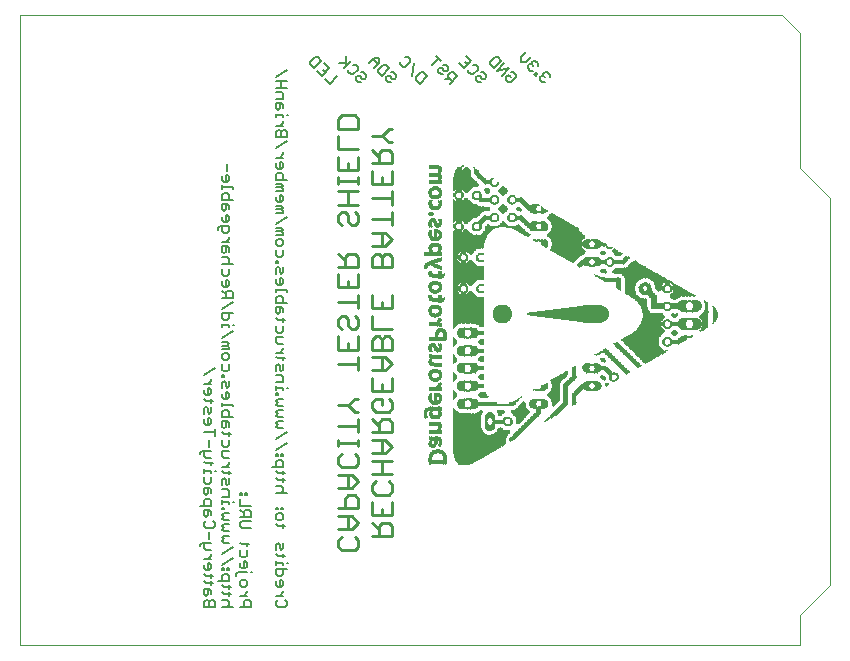
<source format=gbo>
G75*
G70*
%OFA0B0*%
%FSLAX24Y24*%
%IPPOS*%
%LPD*%
%AMOC8*
5,1,8,0,0,1.08239X$1,22.5*
%
%ADD10C,0.0050*%
%ADD11C,0.0090*%
%ADD12C,0.0000*%
%ADD13R,0.0010X0.0290*%
%ADD14R,0.0010X0.0120*%
%ADD15R,0.0010X0.0140*%
%ADD16R,0.0010X0.0310*%
%ADD17R,0.0010X0.0130*%
%ADD18R,0.0010X0.0320*%
%ADD19R,0.0010X0.0330*%
%ADD20R,0.0010X0.0160*%
%ADD21R,0.0010X0.0340*%
%ADD22R,0.0010X0.0170*%
%ADD23R,0.0010X0.0180*%
%ADD24R,0.0010X0.0080*%
%ADD25R,0.0010X0.0030*%
%ADD26R,0.0010X0.0200*%
%ADD27R,0.0010X0.0040*%
%ADD28R,0.0010X0.0020*%
%ADD29R,0.0010X0.0150*%
%ADD30R,0.0010X0.0090*%
%ADD31R,0.0010X0.0100*%
%ADD32R,0.0010X0.0110*%
%ADD33R,0.0010X0.0060*%
%ADD34R,0.0010X0.0270*%
%ADD35R,0.0010X0.0250*%
%ADD36R,0.0010X0.0230*%
%ADD37R,0.0010X0.0210*%
%ADD38R,0.0010X0.0240*%
%ADD39R,0.0010X0.0220*%
%ADD40R,0.0010X0.0190*%
%ADD41R,0.0010X0.0260*%
%ADD42R,0.0010X0.0280*%
%ADD43R,0.0010X0.0370*%
%ADD44R,0.0010X0.0300*%
%ADD45R,0.0010X0.0360*%
%ADD46R,0.0010X0.0390*%
%ADD47R,0.0010X0.0350*%
%ADD48R,0.0010X0.0400*%
%ADD49R,0.0010X0.0380*%
%ADD50R,0.0010X0.0410*%
%ADD51R,0.0010X0.0420*%
%ADD52R,0.0010X0.0430*%
%ADD53R,0.0010X0.0070*%
%ADD54R,0.0010X0.0050*%
%ADD55R,0.0010X0.0010*%
%ADD56R,0.0010X0.0620*%
%ADD57R,0.0010X0.0610*%
%ADD58R,0.0010X0.0600*%
%ADD59R,0.0010X0.0450*%
%ADD60R,0.0010X0.0440*%
%ADD61R,0.0010X0.1520*%
%ADD62R,0.0010X0.3290*%
%ADD63R,0.0010X0.0770*%
%ADD64R,0.0010X0.0470*%
%ADD65R,0.0010X0.1590*%
%ADD66R,0.0010X0.3240*%
%ADD67R,0.0010X0.0740*%
%ADD68R,0.0010X0.0560*%
%ADD69R,0.0010X0.1600*%
%ADD70R,0.0010X0.3210*%
%ADD71R,0.0010X0.0720*%
%ADD72R,0.0010X0.0580*%
%ADD73R,0.0010X0.1620*%
%ADD74R,0.0010X0.3190*%
%ADD75R,0.0010X0.0700*%
%ADD76R,0.0010X0.1630*%
%ADD77R,0.0010X0.3170*%
%ADD78R,0.0010X0.0690*%
%ADD79R,0.0010X0.1650*%
%ADD80R,0.0010X0.3160*%
%ADD81R,0.0010X0.0680*%
%ADD82R,0.0010X0.0630*%
%ADD83R,0.0010X0.1670*%
%ADD84R,0.0010X0.3150*%
%ADD85R,0.0010X0.0660*%
%ADD86R,0.0010X0.0650*%
%ADD87R,0.0010X0.1680*%
%ADD88R,0.0010X0.3120*%
%ADD89R,0.0010X0.1690*%
%ADD90R,0.0010X0.3110*%
%ADD91R,0.0010X0.3100*%
%ADD92R,0.0010X0.3220*%
%ADD93R,0.0010X0.0900*%
%ADD94R,0.0010X0.0830*%
%ADD95R,0.0010X0.1700*%
%ADD96R,0.0010X0.1110*%
%ADD97R,0.0010X0.0840*%
%ADD98R,0.0010X0.0860*%
%ADD99R,0.0010X0.0880*%
%ADD100R,0.0010X0.1100*%
%ADD101R,0.0010X0.0820*%
%ADD102R,0.0010X0.0850*%
%ADD103R,0.0010X0.1080*%
%ADD104R,0.0010X0.0800*%
%ADD105R,0.0010X0.1710*%
%ADD106R,0.0010X0.0790*%
%ADD107R,0.0010X0.1720*%
%ADD108R,0.0010X0.1060*%
%ADD109R,0.0010X0.0810*%
%ADD110R,0.0010X0.1030*%
%ADD111R,0.0010X0.0750*%
%ADD112R,0.0010X0.1730*%
%ADD113R,0.0010X0.1020*%
%ADD114R,0.0010X0.0730*%
%ADD115R,0.0010X0.1010*%
%ADD116R,0.0010X0.0710*%
%ADD117R,0.0010X0.0780*%
%ADD118R,0.0010X0.1000*%
%ADD119R,0.0010X0.0990*%
%ADD120R,0.0010X0.0670*%
%ADD121R,0.0010X0.0760*%
%ADD122R,0.0010X0.0980*%
%ADD123R,0.0010X0.0960*%
%ADD124R,0.0010X0.0870*%
%ADD125R,0.0010X0.0950*%
%ADD126R,0.0010X0.0890*%
%ADD127R,0.0010X0.1090*%
%ADD128R,0.0010X0.1070*%
%ADD129R,0.0010X0.0640*%
%ADD130R,0.0010X0.0970*%
%ADD131R,0.0010X0.1040*%
%ADD132R,0.0010X0.1050*%
%ADD133R,0.0010X0.0590*%
%ADD134R,0.0010X0.0570*%
%ADD135R,0.0010X0.0550*%
%ADD136R,0.0010X0.0530*%
%ADD137R,0.0010X0.0510*%
%ADD138R,0.0010X0.1660*%
%ADD139R,0.0010X0.0480*%
%ADD140R,0.0010X0.0460*%
%ADD141R,0.0010X0.1640*%
%ADD142R,0.0010X0.0520*%
%ADD143R,0.0010X0.0940*%
%ADD144R,0.0010X0.0930*%
%ADD145R,0.0010X0.0540*%
%ADD146R,0.0010X0.0500*%
%ADD147R,0.0010X0.1610*%
%ADD148R,0.0010X0.0490*%
%ADD149R,0.0010X0.0920*%
%ADD150R,0.0010X0.0910*%
%ADD151R,0.0010X0.1270*%
%ADD152R,0.0010X0.1260*%
%ADD153R,0.0010X0.1250*%
%ADD154R,0.0010X0.1240*%
%ADD155R,0.0010X0.1220*%
%ADD156R,0.0010X0.1200*%
%ADD157R,0.0010X0.1190*%
%ADD158R,0.0010X0.1170*%
%ADD159R,0.0010X0.1160*%
%ADD160R,0.0010X0.1150*%
%ADD161R,0.0010X0.1130*%
%ADD162R,0.0010X0.1120*%
%ADD163R,0.0010X0.1180*%
%ADD164R,0.0010X0.1230*%
%ADD165R,0.0010X0.1280*%
%ADD166R,0.0010X0.1290*%
%ADD167R,0.0010X0.1210*%
%ADD168R,0.0010X0.1300*%
%ADD169R,0.0010X0.1350*%
%ADD170R,0.0010X0.1390*%
%ADD171R,0.0010X0.1440*%
%ADD172R,0.0010X0.2100*%
%ADD173R,0.0010X0.2110*%
%ADD174R,0.0010X0.2120*%
%ADD175R,0.0010X0.2130*%
%ADD176R,0.0010X0.2140*%
%ADD177R,0.0010X0.2150*%
%ADD178R,0.0010X0.2160*%
%ADD179R,0.0010X0.2170*%
%ADD180R,0.0010X0.2090*%
%ADD181R,0.0010X0.1840*%
%ADD182R,0.0010X0.1810*%
%ADD183R,0.0010X0.1790*%
%ADD184R,0.0010X0.1750*%
%ADD185R,0.0010X0.1570*%
%ADD186R,0.0010X0.1560*%
%ADD187R,0.0010X0.1550*%
%ADD188R,0.0010X0.1540*%
%ADD189R,0.0010X0.1530*%
%ADD190R,0.0010X0.1510*%
%ADD191R,0.0010X0.1500*%
%ADD192R,0.0010X0.1490*%
%ADD193R,0.0010X0.1480*%
%ADD194R,0.0010X0.1470*%
%ADD195R,0.0010X0.1460*%
%ADD196R,0.0010X0.1450*%
%ADD197R,0.0010X0.1430*%
D10*
X006992Y006075D02*
X006992Y006250D01*
X007050Y006309D01*
X007109Y006309D01*
X007167Y006250D01*
X007167Y006075D01*
X006992Y006075D02*
X007342Y006075D01*
X007342Y006250D01*
X007284Y006309D01*
X007225Y006309D01*
X007167Y006250D01*
X007050Y006443D02*
X007109Y006502D01*
X007109Y006677D01*
X007167Y006677D02*
X006992Y006677D01*
X006992Y006502D01*
X007050Y006443D01*
X007225Y006502D02*
X007225Y006618D01*
X007167Y006677D01*
X007225Y006812D02*
X007225Y006928D01*
X007284Y006870D02*
X007050Y006870D01*
X006992Y006928D01*
X007050Y007116D02*
X006992Y007174D01*
X007050Y007116D02*
X007284Y007116D01*
X007225Y007174D02*
X007225Y007057D01*
X007167Y007303D02*
X007225Y007361D01*
X007225Y007478D01*
X007167Y007536D01*
X007109Y007536D01*
X007109Y007303D01*
X007167Y007303D02*
X007050Y007303D01*
X006992Y007361D01*
X006992Y007478D01*
X006992Y007671D02*
X007225Y007671D01*
X007109Y007671D02*
X007225Y007788D01*
X007225Y007846D01*
X007225Y007978D02*
X007050Y007978D01*
X006992Y008036D01*
X006992Y008211D01*
X006934Y008211D02*
X006875Y008153D01*
X006875Y008095D01*
X006934Y008211D02*
X007225Y008211D01*
X007167Y008346D02*
X007167Y008580D01*
X007050Y008715D02*
X006992Y008773D01*
X006992Y008890D01*
X007050Y008948D01*
X007050Y009083D02*
X007109Y009141D01*
X007109Y009316D01*
X007167Y009316D02*
X006992Y009316D01*
X006992Y009141D01*
X007050Y009083D01*
X007225Y009141D02*
X007225Y009258D01*
X007167Y009316D01*
X007225Y009451D02*
X006875Y009451D01*
X006992Y009451D02*
X006992Y009626D01*
X007050Y009685D01*
X007167Y009685D01*
X007225Y009626D01*
X007225Y009451D01*
X007050Y009820D02*
X007109Y009878D01*
X007109Y010053D01*
X007167Y010053D02*
X006992Y010053D01*
X006992Y009878D01*
X007050Y009820D01*
X007225Y009878D02*
X007225Y009995D01*
X007167Y010053D01*
X007167Y010188D02*
X007050Y010188D01*
X006992Y010246D01*
X006992Y010421D01*
X006992Y010556D02*
X006992Y010673D01*
X006992Y010615D02*
X007225Y010615D01*
X007225Y010556D01*
X007342Y010615D02*
X007401Y010615D01*
X007592Y010612D02*
X007650Y010553D01*
X007884Y010553D01*
X007825Y010495D02*
X007825Y010612D01*
X007825Y010740D02*
X007592Y010740D01*
X007709Y010740D02*
X007825Y010857D01*
X007825Y010915D01*
X007825Y011047D02*
X007650Y011047D01*
X007592Y011106D01*
X007592Y011281D01*
X007825Y011281D01*
X007767Y011416D02*
X007650Y011416D01*
X007592Y011474D01*
X007592Y011649D01*
X007650Y011842D02*
X007592Y011901D01*
X007650Y011842D02*
X007884Y011842D01*
X007825Y011784D02*
X007825Y011901D01*
X007825Y012088D02*
X007825Y012205D01*
X007767Y012263D01*
X007592Y012263D01*
X007592Y012088D01*
X007650Y012029D01*
X007709Y012088D01*
X007709Y012263D01*
X007825Y012398D02*
X007825Y012573D01*
X007767Y012631D01*
X007650Y012631D01*
X007592Y012573D01*
X007592Y012398D01*
X007942Y012398D01*
X007942Y012766D02*
X007942Y012824D01*
X007592Y012824D01*
X007592Y012766D02*
X007592Y012883D01*
X007650Y013012D02*
X007767Y013012D01*
X007825Y013070D01*
X007825Y013187D01*
X007767Y013245D01*
X007709Y013245D01*
X007709Y013012D01*
X007650Y013012D02*
X007592Y013070D01*
X007592Y013187D01*
X007592Y013380D02*
X007592Y013555D01*
X007650Y013613D01*
X007709Y013555D01*
X007709Y013438D01*
X007767Y013380D01*
X007825Y013438D01*
X007825Y013613D01*
X007650Y013748D02*
X007650Y013807D01*
X007592Y013807D01*
X007592Y013748D01*
X007650Y013748D01*
X007650Y013932D02*
X007592Y013991D01*
X007592Y014166D01*
X007650Y014301D02*
X007592Y014359D01*
X007592Y014476D01*
X007650Y014534D01*
X007767Y014534D01*
X007825Y014476D01*
X007825Y014359D01*
X007767Y014301D01*
X007650Y014301D01*
X007825Y014166D02*
X007825Y013991D01*
X007767Y013932D01*
X007650Y013932D01*
X007342Y014043D02*
X006992Y013810D01*
X007225Y013678D02*
X007225Y013619D01*
X007109Y013503D01*
X007225Y013503D02*
X006992Y013503D01*
X007109Y013368D02*
X007109Y013134D01*
X007167Y013134D02*
X007225Y013193D01*
X007225Y013310D01*
X007167Y013368D01*
X007109Y013368D01*
X006992Y013310D02*
X006992Y013193D01*
X007050Y013134D01*
X007167Y013134D01*
X007225Y013006D02*
X007225Y012889D01*
X007284Y012947D02*
X007050Y012947D01*
X006992Y013006D01*
X007050Y012754D02*
X007109Y012696D01*
X007109Y012579D01*
X007167Y012521D01*
X007225Y012579D01*
X007225Y012754D01*
X007050Y012754D02*
X006992Y012696D01*
X006992Y012521D01*
X007109Y012386D02*
X007109Y012152D01*
X007167Y012152D02*
X007225Y012211D01*
X007225Y012327D01*
X007167Y012386D01*
X007109Y012386D01*
X006992Y012327D02*
X006992Y012211D01*
X007050Y012152D01*
X007167Y012152D01*
X007342Y012017D02*
X007342Y011784D01*
X007342Y011901D02*
X006992Y011901D01*
X007167Y011649D02*
X007167Y011416D01*
X007225Y011281D02*
X006934Y011281D01*
X006875Y011222D01*
X006875Y011164D01*
X006992Y011106D02*
X006992Y011281D01*
X006992Y011106D02*
X007050Y011047D01*
X007225Y011047D01*
X007225Y010918D02*
X007225Y010802D01*
X007284Y010860D02*
X007050Y010860D01*
X006992Y010918D01*
X007225Y010421D02*
X007225Y010246D01*
X007167Y010188D01*
X007592Y010126D02*
X007592Y010302D01*
X007650Y010360D01*
X007709Y010302D01*
X007709Y010185D01*
X007767Y010126D01*
X007825Y010185D01*
X007825Y010360D01*
X007767Y009992D02*
X007592Y009992D01*
X007767Y009992D02*
X007825Y009933D01*
X007825Y009758D01*
X007592Y009758D01*
X007592Y009629D02*
X007592Y009513D01*
X007592Y009571D02*
X007825Y009571D01*
X007825Y009513D01*
X007942Y009571D02*
X008001Y009571D01*
X008192Y009685D02*
X008192Y009451D01*
X008542Y009451D01*
X008484Y009316D02*
X008367Y009316D01*
X008309Y009258D01*
X008309Y009083D01*
X008309Y009200D02*
X008192Y009316D01*
X008192Y009083D02*
X008542Y009083D01*
X008542Y009258D01*
X008484Y009316D01*
X008542Y008948D02*
X008250Y008948D01*
X008192Y008890D01*
X008192Y008773D01*
X008250Y008715D01*
X008542Y008715D01*
X008425Y008217D02*
X008425Y008101D01*
X008484Y008159D02*
X008250Y008159D01*
X008192Y008217D01*
X008192Y007966D02*
X008192Y007791D01*
X008250Y007732D01*
X008367Y007732D01*
X008425Y007791D01*
X008425Y007966D01*
X008367Y007598D02*
X008309Y007598D01*
X008309Y007364D01*
X008367Y007364D02*
X008425Y007422D01*
X008425Y007539D01*
X008367Y007598D01*
X008192Y007539D02*
X008192Y007422D01*
X008250Y007364D01*
X008367Y007364D01*
X008425Y007235D02*
X008134Y007235D01*
X008075Y007177D01*
X008075Y007119D01*
X008250Y006984D02*
X008367Y006984D01*
X008425Y006925D01*
X008425Y006809D01*
X008367Y006750D01*
X008250Y006750D01*
X008192Y006809D01*
X008192Y006925D01*
X008250Y006984D01*
X008542Y007235D02*
X008601Y007235D01*
X008425Y006618D02*
X008425Y006560D01*
X008309Y006443D01*
X008425Y006443D02*
X008192Y006443D01*
X008367Y006309D02*
X008309Y006250D01*
X008309Y006075D01*
X008192Y006075D02*
X008542Y006075D01*
X008542Y006250D01*
X008484Y006309D01*
X008367Y006309D01*
X007942Y006075D02*
X007592Y006075D01*
X007767Y006075D02*
X007825Y006133D01*
X007825Y006250D01*
X007767Y006309D01*
X007592Y006309D01*
X007650Y006502D02*
X007592Y006560D01*
X007650Y006502D02*
X007884Y006502D01*
X007825Y006560D02*
X007825Y006443D01*
X007825Y006689D02*
X007825Y006806D01*
X007884Y006747D02*
X007650Y006747D01*
X007592Y006806D01*
X007592Y006934D02*
X007592Y007110D01*
X007650Y007168D01*
X007767Y007168D01*
X007825Y007110D01*
X007825Y006934D01*
X007475Y006934D01*
X007592Y007303D02*
X007650Y007303D01*
X007650Y007361D01*
X007592Y007361D01*
X007592Y007303D01*
X007767Y007303D02*
X007825Y007303D01*
X007825Y007361D01*
X007767Y007361D01*
X007767Y007303D01*
X007592Y007487D02*
X007942Y007720D01*
X007942Y008089D02*
X007592Y007855D01*
X007650Y008224D02*
X007592Y008282D01*
X007650Y008340D01*
X007592Y008399D01*
X007650Y008457D01*
X007825Y008457D01*
X007825Y008592D02*
X007650Y008592D01*
X007592Y008650D01*
X007650Y008709D01*
X007592Y008767D01*
X007650Y008825D01*
X007825Y008825D01*
X007825Y008960D02*
X007650Y008960D01*
X007592Y009019D01*
X007650Y009077D01*
X007592Y009135D01*
X007650Y009194D01*
X007825Y009194D01*
X007650Y009328D02*
X007650Y009387D01*
X007592Y009387D01*
X007592Y009328D01*
X007650Y009328D01*
X007284Y008948D02*
X007342Y008890D01*
X007342Y008773D01*
X007284Y008715D01*
X007050Y008715D01*
X007650Y008224D02*
X007825Y008224D01*
X009392Y008153D02*
X009392Y007978D01*
X009392Y007849D02*
X009450Y007791D01*
X009684Y007791D01*
X009625Y007849D02*
X009625Y007732D01*
X009625Y007545D02*
X009392Y007545D01*
X009392Y007487D02*
X009392Y007604D01*
X009625Y007545D02*
X009625Y007487D01*
X009742Y007545D02*
X009801Y007545D01*
X009742Y007352D02*
X009392Y007352D01*
X009392Y007177D01*
X009450Y007119D01*
X009567Y007119D01*
X009625Y007177D01*
X009625Y007352D01*
X009567Y006984D02*
X009509Y006984D01*
X009509Y006750D01*
X009567Y006750D02*
X009450Y006750D01*
X009392Y006809D01*
X009392Y006925D01*
X009567Y006984D02*
X009625Y006925D01*
X009625Y006809D01*
X009567Y006750D01*
X009625Y006618D02*
X009625Y006560D01*
X009509Y006443D01*
X009625Y006443D02*
X009392Y006443D01*
X009450Y006309D02*
X009392Y006250D01*
X009392Y006133D01*
X009450Y006075D01*
X009684Y006075D01*
X009742Y006133D01*
X009742Y006250D01*
X009684Y006309D01*
X009567Y007978D02*
X009509Y008036D01*
X009509Y008153D01*
X009450Y008211D01*
X009392Y008153D01*
X009625Y008211D02*
X009625Y008036D01*
X009567Y007978D01*
X009625Y008715D02*
X009625Y008831D01*
X009684Y008773D02*
X009450Y008773D01*
X009392Y008831D01*
X009450Y008960D02*
X009392Y009019D01*
X009392Y009135D01*
X009450Y009194D01*
X009567Y009194D01*
X009625Y009135D01*
X009625Y009019D01*
X009567Y008960D01*
X009450Y008960D01*
X009450Y009328D02*
X009392Y009328D01*
X009392Y009387D01*
X009450Y009387D01*
X009450Y009328D01*
X009567Y009328D02*
X009567Y009387D01*
X009625Y009387D01*
X009625Y009328D01*
X009567Y009328D01*
X009567Y009881D02*
X009625Y009939D01*
X009625Y010056D01*
X009567Y010114D01*
X009392Y010114D01*
X009450Y010308D02*
X009392Y010366D01*
X009450Y010308D02*
X009684Y010308D01*
X009625Y010366D02*
X009625Y010249D01*
X009625Y010495D02*
X009625Y010612D01*
X009684Y010553D02*
X009450Y010553D01*
X009392Y010612D01*
X009392Y010740D02*
X009392Y010915D01*
X009450Y010974D01*
X009567Y010974D01*
X009625Y010915D01*
X009625Y010740D01*
X009275Y010740D01*
X009392Y011109D02*
X009450Y011109D01*
X009450Y011167D01*
X009392Y011167D01*
X009392Y011109D01*
X009567Y011109D02*
X009625Y011109D01*
X009625Y011167D01*
X009567Y011167D01*
X009567Y011109D01*
X009392Y011293D02*
X009742Y011526D01*
X009742Y011895D02*
X009392Y011661D01*
X009450Y012029D02*
X009392Y012088D01*
X009450Y012146D01*
X009392Y012205D01*
X009450Y012263D01*
X009625Y012263D01*
X009625Y012398D02*
X009450Y012398D01*
X009392Y012456D01*
X009450Y012514D01*
X009392Y012573D01*
X009450Y012631D01*
X009625Y012631D01*
X009625Y012766D02*
X009450Y012766D01*
X009392Y012824D01*
X009450Y012883D01*
X009392Y012941D01*
X009450Y013000D01*
X009625Y013000D01*
X009450Y013134D02*
X009450Y013193D01*
X009392Y013193D01*
X009392Y013134D01*
X009450Y013134D01*
X009392Y013319D02*
X009392Y013435D01*
X009392Y013377D02*
X009625Y013377D01*
X009625Y013319D01*
X009742Y013377D02*
X009801Y013377D01*
X009625Y013564D02*
X009392Y013564D01*
X009625Y013564D02*
X009625Y013739D01*
X009567Y013798D01*
X009392Y013798D01*
X009392Y013932D02*
X009392Y014108D01*
X009450Y014166D01*
X009509Y014108D01*
X009509Y013991D01*
X009567Y013932D01*
X009625Y013991D01*
X009625Y014166D01*
X009625Y014301D02*
X009625Y014417D01*
X009684Y014359D02*
X009450Y014359D01*
X009392Y014417D01*
X009392Y014546D02*
X009625Y014546D01*
X009509Y014546D02*
X009625Y014663D01*
X009625Y014721D01*
X009625Y014853D02*
X009450Y014853D01*
X009392Y014912D01*
X009392Y015087D01*
X009625Y015087D01*
X009567Y015221D02*
X009450Y015221D01*
X009392Y015280D01*
X009392Y015455D01*
X009450Y015648D02*
X009392Y015707D01*
X009450Y015648D02*
X009684Y015648D01*
X009625Y015590D02*
X009625Y015707D01*
X009625Y015894D02*
X009625Y016010D01*
X009567Y016069D01*
X009392Y016069D01*
X009392Y015894D01*
X009450Y015835D01*
X009509Y015894D01*
X009509Y016069D01*
X009625Y016204D02*
X009625Y016379D01*
X009567Y016437D01*
X009450Y016437D01*
X009392Y016379D01*
X009392Y016204D01*
X009742Y016204D01*
X009742Y016572D02*
X009742Y016630D01*
X009392Y016630D01*
X009392Y016572D02*
X009392Y016689D01*
X009450Y016818D02*
X009567Y016818D01*
X009625Y016876D01*
X009625Y016993D01*
X009567Y017051D01*
X009509Y017051D01*
X009509Y016818D01*
X009450Y016818D02*
X009392Y016876D01*
X009392Y016993D01*
X009392Y017186D02*
X009392Y017361D01*
X009450Y017419D01*
X009509Y017361D01*
X009509Y017244D01*
X009567Y017186D01*
X009625Y017244D01*
X009625Y017419D01*
X009450Y017554D02*
X009450Y017613D01*
X009392Y017613D01*
X009392Y017554D01*
X009450Y017554D01*
X009450Y017738D02*
X009392Y017797D01*
X009392Y017972D01*
X009450Y018107D02*
X009392Y018165D01*
X009392Y018282D01*
X009450Y018340D01*
X009567Y018340D01*
X009625Y018282D01*
X009625Y018165D01*
X009567Y018107D01*
X009450Y018107D01*
X009625Y017972D02*
X009625Y017797D01*
X009567Y017738D01*
X009450Y017738D01*
X009392Y018475D02*
X009625Y018475D01*
X009625Y018533D01*
X009567Y018592D01*
X009625Y018650D01*
X009567Y018708D01*
X009392Y018708D01*
X009392Y018592D02*
X009567Y018592D01*
X009392Y018843D02*
X009742Y019077D01*
X009625Y019212D02*
X009625Y019270D01*
X009567Y019328D01*
X009625Y019387D01*
X009567Y019445D01*
X009392Y019445D01*
X009392Y019328D02*
X009567Y019328D01*
X009625Y019212D02*
X009392Y019212D01*
X009450Y019580D02*
X009567Y019580D01*
X009625Y019638D01*
X009625Y019755D01*
X009567Y019813D01*
X009509Y019813D01*
X009509Y019580D01*
X009450Y019580D02*
X009392Y019638D01*
X009392Y019755D01*
X009392Y019948D02*
X009625Y019948D01*
X009625Y020007D01*
X009567Y020065D01*
X009625Y020123D01*
X009567Y020182D01*
X009392Y020182D01*
X009392Y020065D02*
X009567Y020065D01*
X009625Y020316D02*
X009625Y020492D01*
X009567Y020550D01*
X009450Y020550D01*
X009392Y020492D01*
X009392Y020316D01*
X009742Y020316D01*
X009567Y020685D02*
X009450Y020685D01*
X009392Y020743D01*
X009392Y020860D01*
X009509Y020918D02*
X009509Y020685D01*
X009567Y020685D02*
X009625Y020743D01*
X009625Y020860D01*
X009567Y020918D01*
X009509Y020918D01*
X009509Y021053D02*
X009625Y021170D01*
X009625Y021228D01*
X009625Y021053D02*
X009392Y021053D01*
X009392Y021360D02*
X009742Y021594D01*
X009742Y021728D02*
X009742Y021904D01*
X009684Y021962D01*
X009625Y021962D01*
X009567Y021904D01*
X009567Y021728D01*
X009392Y021728D02*
X009742Y021728D01*
X009567Y021904D02*
X009509Y021962D01*
X009450Y021962D01*
X009392Y021904D01*
X009392Y021728D01*
X009392Y022097D02*
X009625Y022097D01*
X009509Y022097D02*
X009625Y022213D01*
X009625Y022272D01*
X009625Y022404D02*
X009625Y022462D01*
X009392Y022462D01*
X009392Y022404D02*
X009392Y022520D01*
X009450Y022649D02*
X009509Y022708D01*
X009509Y022883D01*
X009567Y022883D02*
X009392Y022883D01*
X009392Y022708D01*
X009450Y022649D01*
X009625Y022708D02*
X009625Y022824D01*
X009567Y022883D01*
X009625Y023017D02*
X009625Y023193D01*
X009567Y023251D01*
X009392Y023251D01*
X009392Y023386D02*
X009742Y023386D01*
X009567Y023386D02*
X009567Y023619D01*
X009742Y023619D02*
X009392Y023619D01*
X009392Y023754D02*
X009742Y023988D01*
X010535Y024168D02*
X010535Y024250D01*
X010700Y024415D01*
X010782Y024415D01*
X010906Y024291D01*
X010659Y024044D01*
X010535Y024168D01*
X010754Y023948D02*
X010919Y023783D01*
X011167Y024031D01*
X011002Y024196D01*
X010960Y023990D02*
X011043Y023907D01*
X011014Y023688D02*
X011179Y023523D01*
X011427Y023771D01*
X011659Y024044D02*
X011906Y024291D01*
X011960Y024155D02*
X012043Y024155D01*
X012125Y024072D01*
X012125Y023990D01*
X011960Y023825D01*
X011878Y023825D01*
X011795Y023907D01*
X011795Y023990D01*
X011741Y024126D02*
X011741Y024457D01*
X011741Y024209D02*
X011493Y024209D01*
X012056Y023729D02*
X012056Y023647D01*
X012138Y023564D01*
X012221Y023564D01*
X012262Y023688D02*
X012179Y023771D01*
X012097Y023771D01*
X012056Y023729D01*
X012262Y023688D02*
X012345Y023688D01*
X012386Y023729D01*
X012386Y023812D01*
X012303Y023894D01*
X012221Y023894D01*
X012493Y024209D02*
X012659Y024374D01*
X012824Y024374D01*
X012824Y024209D01*
X012659Y024044D01*
X012795Y023990D02*
X012960Y024155D01*
X013043Y024155D01*
X013167Y024031D01*
X012919Y023783D01*
X012795Y023907D01*
X012795Y023990D01*
X012782Y024168D02*
X012617Y024333D01*
X013097Y023771D02*
X013056Y023729D01*
X013056Y023647D01*
X013138Y023564D01*
X013221Y023564D01*
X013262Y023688D02*
X013179Y023771D01*
X013097Y023771D01*
X013221Y023894D02*
X013303Y023894D01*
X013386Y023812D01*
X013386Y023729D01*
X013345Y023688D01*
X013262Y023688D01*
X013617Y024085D02*
X013535Y024168D01*
X013535Y024250D01*
X013617Y024085D02*
X013700Y024085D01*
X013865Y024250D01*
X013865Y024333D01*
X013782Y024415D01*
X013700Y024415D01*
X014002Y024196D02*
X013919Y023783D01*
X014056Y023729D02*
X014221Y023894D01*
X014303Y023894D01*
X014427Y023771D01*
X014179Y023523D01*
X014056Y023647D01*
X014056Y023729D01*
X014576Y024126D02*
X014824Y024374D01*
X014906Y024291D02*
X014741Y024457D01*
X014960Y024155D02*
X015043Y024155D01*
X015125Y024072D01*
X015125Y023990D01*
X015084Y023948D01*
X015002Y023948D01*
X014919Y024031D01*
X014836Y024031D01*
X014795Y023990D01*
X014795Y023907D01*
X014878Y023825D01*
X014960Y023825D01*
X015014Y023688D02*
X015179Y023688D01*
X015138Y023729D02*
X015262Y023605D01*
X015179Y023523D02*
X015427Y023771D01*
X015303Y023894D01*
X015221Y023894D01*
X015138Y023812D01*
X015138Y023729D01*
X015493Y024209D02*
X015659Y024044D01*
X015906Y024291D01*
X015741Y024457D01*
X015700Y024250D02*
X015782Y024168D01*
X015960Y024155D02*
X016043Y024155D01*
X016125Y024072D01*
X016125Y023990D01*
X015960Y023825D01*
X015878Y023825D01*
X015795Y023907D01*
X015795Y023990D01*
X016056Y023729D02*
X016056Y023647D01*
X016138Y023564D01*
X016221Y023564D01*
X016262Y023688D02*
X016179Y023771D01*
X016097Y023771D01*
X016056Y023729D01*
X016262Y023688D02*
X016345Y023688D01*
X016386Y023729D01*
X016386Y023812D01*
X016303Y023894D01*
X016221Y023894D01*
X016535Y024168D02*
X016535Y024250D01*
X016700Y024415D01*
X016782Y024415D01*
X016906Y024291D01*
X016659Y024044D01*
X016535Y024168D01*
X016754Y023948D02*
X017002Y024196D01*
X017167Y024031D02*
X016754Y023948D01*
X016919Y023783D02*
X017167Y024031D01*
X017221Y023894D02*
X017303Y023894D01*
X017386Y023812D01*
X017386Y023729D01*
X017221Y023564D01*
X017138Y023564D01*
X017056Y023647D01*
X017056Y023729D01*
X017138Y023812D01*
X017221Y023729D01*
X017571Y024257D02*
X017571Y024422D01*
X017736Y024587D01*
X017901Y024422D02*
X017736Y024257D01*
X017571Y024257D01*
X017790Y024120D02*
X017790Y024037D01*
X017872Y023955D01*
X017955Y023955D01*
X018044Y023866D02*
X018003Y023825D01*
X018044Y023783D01*
X018085Y023825D01*
X018044Y023866D01*
X018181Y023729D02*
X018181Y023647D01*
X018263Y023564D01*
X018346Y023564D01*
X018346Y023729D02*
X018304Y023771D01*
X018222Y023771D01*
X018181Y023729D01*
X018304Y023771D02*
X018304Y023853D01*
X018346Y023894D01*
X018428Y023894D01*
X018511Y023812D01*
X018511Y023729D01*
X018120Y024120D02*
X018120Y024202D01*
X018038Y024285D01*
X017955Y024285D01*
X017914Y024244D01*
X017914Y024161D01*
X017831Y024161D01*
X017790Y024120D01*
X017914Y024161D02*
X017955Y024120D01*
X009801Y022462D02*
X009742Y022462D01*
X009625Y023017D02*
X009392Y023017D01*
X007767Y020857D02*
X007767Y020623D01*
X007767Y020489D02*
X007709Y020489D01*
X007709Y020255D01*
X007767Y020255D02*
X007825Y020313D01*
X007825Y020430D01*
X007767Y020489D01*
X007592Y020430D02*
X007592Y020313D01*
X007650Y020255D01*
X007767Y020255D01*
X007592Y020126D02*
X007592Y020010D01*
X007592Y020068D02*
X007942Y020068D01*
X007942Y020010D01*
X007767Y019875D02*
X007825Y019816D01*
X007825Y019641D01*
X007942Y019641D02*
X007592Y019641D01*
X007592Y019816D01*
X007650Y019875D01*
X007767Y019875D01*
X007767Y019506D02*
X007592Y019506D01*
X007592Y019331D01*
X007650Y019273D01*
X007709Y019331D01*
X007709Y019506D01*
X007767Y019506D02*
X007825Y019448D01*
X007825Y019331D01*
X007767Y019138D02*
X007709Y019138D01*
X007709Y018905D01*
X007767Y018905D02*
X007825Y018963D01*
X007825Y019080D01*
X007767Y019138D01*
X007592Y019080D02*
X007592Y018963D01*
X007650Y018905D01*
X007767Y018905D01*
X007825Y018770D02*
X007825Y018595D01*
X007767Y018536D01*
X007650Y018536D01*
X007592Y018595D01*
X007592Y018770D01*
X007534Y018770D02*
X007825Y018770D01*
X007534Y018770D02*
X007475Y018711D01*
X007475Y018653D01*
X007825Y018405D02*
X007825Y018346D01*
X007709Y018229D01*
X007825Y018229D02*
X007592Y018229D01*
X007592Y018095D02*
X007592Y017919D01*
X007650Y017861D01*
X007709Y017919D01*
X007709Y018095D01*
X007767Y018095D02*
X007592Y018095D01*
X007767Y018095D02*
X007825Y018036D01*
X007825Y017919D01*
X007767Y017726D02*
X007592Y017726D01*
X007767Y017726D02*
X007825Y017668D01*
X007825Y017551D01*
X007767Y017493D01*
X007825Y017358D02*
X007825Y017183D01*
X007767Y017124D01*
X007650Y017124D01*
X007592Y017183D01*
X007592Y017358D01*
X007592Y017493D02*
X007942Y017493D01*
X007767Y016990D02*
X007709Y016990D01*
X007709Y016756D01*
X007767Y016756D02*
X007825Y016814D01*
X007825Y016931D01*
X007767Y016990D01*
X007592Y016931D02*
X007592Y016814D01*
X007650Y016756D01*
X007767Y016756D01*
X007767Y016621D02*
X007709Y016563D01*
X007709Y016388D01*
X007709Y016505D02*
X007592Y016621D01*
X007767Y016621D02*
X007884Y016621D01*
X007942Y016563D01*
X007942Y016388D01*
X007592Y016388D01*
X007592Y016019D02*
X007942Y016253D01*
X007942Y015885D02*
X007592Y015885D01*
X007592Y015710D01*
X007650Y015651D01*
X007767Y015651D01*
X007825Y015710D01*
X007825Y015885D01*
X007825Y015464D02*
X007592Y015464D01*
X007592Y015406D02*
X007592Y015522D01*
X007825Y015464D02*
X007825Y015406D01*
X007942Y015464D02*
X008001Y015464D01*
X007942Y015271D02*
X007592Y015037D01*
X007592Y014903D02*
X007767Y014903D01*
X007825Y014844D01*
X007767Y014786D01*
X007592Y014786D01*
X007592Y014669D02*
X007825Y014669D01*
X007825Y014727D01*
X007767Y014786D01*
X009567Y015221D02*
X009625Y015280D01*
X009625Y015455D01*
X009625Y012029D02*
X009450Y012029D01*
X007825Y011649D02*
X007825Y011474D01*
X007767Y011416D01*
X008192Y009878D02*
X008192Y009820D01*
X008250Y009820D01*
X008250Y009878D01*
X008192Y009878D01*
X008367Y009878D02*
X008367Y009820D01*
X008425Y009820D01*
X008425Y009878D01*
X008367Y009878D01*
X009392Y009881D02*
X009742Y009881D01*
D11*
X011474Y010050D02*
X011915Y010050D01*
X012135Y010271D01*
X011915Y010491D01*
X011474Y010491D01*
X011585Y010741D02*
X011474Y010851D01*
X011474Y011071D01*
X011585Y011181D01*
X011474Y011432D02*
X011474Y011652D01*
X011474Y011542D02*
X012135Y011542D01*
X012135Y011432D02*
X012135Y011652D01*
X012135Y011892D02*
X012135Y012332D01*
X012135Y012112D02*
X011474Y012112D01*
X012025Y012583D02*
X011805Y012803D01*
X011474Y012803D01*
X011805Y012803D02*
X012025Y013023D01*
X012135Y013023D01*
X012599Y012913D02*
X012710Y013023D01*
X012930Y013023D01*
X012930Y012803D01*
X013150Y013023D02*
X013260Y012913D01*
X013260Y012693D01*
X013150Y012583D01*
X012710Y012583D01*
X012599Y012693D01*
X012599Y012913D01*
X012135Y012583D02*
X012025Y012583D01*
X012599Y012332D02*
X012820Y012112D01*
X012820Y012222D02*
X012820Y011892D01*
X012599Y011892D02*
X013260Y011892D01*
X013260Y012222D01*
X013150Y012332D01*
X012930Y012332D01*
X012820Y012222D01*
X012930Y011642D02*
X012930Y011201D01*
X013040Y011201D02*
X013260Y011422D01*
X013040Y011642D01*
X012599Y011642D01*
X012599Y011201D02*
X013040Y011201D01*
X012930Y010951D02*
X012930Y010511D01*
X013260Y010511D02*
X012599Y010511D01*
X012710Y010261D02*
X012599Y010151D01*
X012599Y009930D01*
X012710Y009820D01*
X013150Y009820D01*
X013260Y009930D01*
X013260Y010151D01*
X013150Y010261D01*
X013260Y010951D02*
X012599Y010951D01*
X012135Y010851D02*
X012025Y010741D01*
X011585Y010741D01*
X011805Y010491D02*
X011805Y010050D01*
X011805Y009800D02*
X011695Y009690D01*
X011695Y009360D01*
X011474Y009360D02*
X012135Y009360D01*
X012135Y009690D01*
X012025Y009800D01*
X011805Y009800D01*
X011805Y009110D02*
X011805Y008669D01*
X011915Y008669D02*
X012135Y008889D01*
X011915Y009110D01*
X011474Y009110D01*
X011474Y008669D02*
X011915Y008669D01*
X012025Y008419D02*
X012135Y008309D01*
X012135Y008089D01*
X012025Y007979D01*
X011585Y007979D01*
X011474Y008089D01*
X011474Y008309D01*
X011585Y008419D01*
X012599Y008439D02*
X013260Y008439D01*
X013260Y008769D01*
X013150Y008879D01*
X012930Y008879D01*
X012820Y008769D01*
X012820Y008439D01*
X012820Y008659D02*
X012599Y008879D01*
X012599Y009130D02*
X012599Y009570D01*
X012599Y009130D02*
X013260Y009130D01*
X013260Y009570D01*
X012930Y009350D02*
X012930Y009130D01*
X012135Y010851D02*
X012135Y011071D01*
X012025Y011181D01*
X012599Y013273D02*
X012599Y013714D01*
X012599Y013964D02*
X013040Y013964D01*
X013260Y014184D01*
X013040Y014404D01*
X012599Y014404D01*
X012599Y014654D02*
X012599Y014985D01*
X012710Y015095D01*
X012820Y015095D01*
X012930Y014985D01*
X012930Y014654D01*
X012930Y014404D02*
X012930Y013964D01*
X013260Y013714D02*
X013260Y013273D01*
X012599Y013273D01*
X012930Y013273D02*
X012930Y013493D01*
X012135Y013964D02*
X012135Y014404D01*
X012135Y014184D02*
X011474Y014184D01*
X011474Y014654D02*
X011474Y015095D01*
X011585Y015345D02*
X011474Y015455D01*
X011474Y015675D01*
X011585Y015785D01*
X011695Y015785D01*
X011805Y015675D01*
X011805Y015455D01*
X011915Y015345D01*
X012025Y015345D01*
X012135Y015455D01*
X012135Y015675D01*
X012025Y015785D01*
X012135Y016036D02*
X012135Y016476D01*
X012135Y016256D02*
X011474Y016256D01*
X011474Y016726D02*
X011474Y017167D01*
X011474Y017417D02*
X012135Y017417D01*
X012135Y017747D01*
X012025Y017857D01*
X011805Y017857D01*
X011695Y017747D01*
X011695Y017417D01*
X011695Y017637D02*
X011474Y017857D01*
X012135Y017167D02*
X012135Y016726D01*
X011474Y016726D01*
X011805Y016726D02*
X011805Y016946D01*
X012599Y016476D02*
X012599Y016036D01*
X013260Y016036D01*
X013260Y016476D01*
X012930Y016256D02*
X012930Y016036D01*
X012599Y015785D02*
X012599Y015345D01*
X013260Y015345D01*
X013150Y015095D02*
X013040Y015095D01*
X012930Y014985D01*
X013150Y015095D02*
X013260Y014985D01*
X013260Y014654D01*
X012599Y014654D01*
X012135Y014654D02*
X011474Y014654D01*
X011805Y014654D02*
X011805Y014875D01*
X012135Y015095D02*
X012135Y014654D01*
X012599Y017417D02*
X012599Y017747D01*
X012710Y017857D01*
X012820Y017857D01*
X012930Y017747D01*
X012930Y017417D01*
X013260Y017417D02*
X013260Y017747D01*
X013150Y017857D01*
X013040Y017857D01*
X012930Y017747D01*
X012930Y018107D02*
X012930Y018548D01*
X013040Y018548D02*
X012599Y018548D01*
X012135Y018908D02*
X012025Y018798D01*
X011915Y018798D01*
X011805Y018908D01*
X011805Y019128D01*
X011695Y019238D01*
X011585Y019238D01*
X011474Y019128D01*
X011474Y018908D01*
X011585Y018798D01*
X012135Y018908D02*
X012135Y019128D01*
X012025Y019238D01*
X012135Y019489D02*
X011474Y019489D01*
X011474Y019929D02*
X012135Y019929D01*
X012135Y020179D02*
X012135Y020399D01*
X012135Y020289D02*
X011474Y020289D01*
X011474Y020179D02*
X011474Y020399D01*
X011474Y020640D02*
X011474Y021080D01*
X011474Y021330D02*
X011474Y021770D01*
X011474Y022021D02*
X011474Y022351D01*
X011585Y022461D01*
X012025Y022461D01*
X012135Y022351D01*
X012135Y022021D01*
X011474Y022021D01*
X011474Y021330D02*
X012135Y021330D01*
X012135Y021080D02*
X012135Y020640D01*
X011474Y020640D01*
X011805Y020640D02*
X011805Y020860D01*
X012599Y020870D02*
X013260Y020870D01*
X013260Y021200D01*
X013150Y021310D01*
X012930Y021310D01*
X012820Y021200D01*
X012820Y020870D01*
X012820Y021090D02*
X012599Y021310D01*
X012599Y021780D02*
X012930Y021780D01*
X013150Y022001D01*
X013260Y022001D01*
X012930Y021780D02*
X013150Y021560D01*
X013260Y021560D01*
X013260Y020619D02*
X013260Y020179D01*
X012599Y020179D01*
X012599Y020619D01*
X012930Y020399D02*
X012930Y020179D01*
X013260Y019929D02*
X013260Y019489D01*
X013260Y019709D02*
X012599Y019709D01*
X012599Y019018D02*
X013260Y019018D01*
X013260Y018798D02*
X013260Y019238D01*
X013040Y018548D02*
X013260Y018328D01*
X013040Y018107D01*
X012599Y018107D01*
X012599Y017417D02*
X013260Y017417D01*
X011805Y019489D02*
X011805Y019929D01*
D12*
X000867Y004800D02*
X026867Y004800D01*
X026867Y005800D01*
X027867Y006800D01*
X027867Y019700D01*
X026867Y020700D01*
X026867Y025200D01*
X026267Y025800D01*
X000867Y025800D01*
X000867Y004800D01*
D13*
X014367Y012510D03*
X014537Y013050D03*
X014877Y013020D03*
X014887Y013800D03*
X015517Y014020D03*
X016087Y013440D03*
X016087Y012850D03*
X017407Y012530D03*
X017747Y012570D03*
X017947Y012850D03*
X017957Y012850D03*
X018167Y012600D03*
X018367Y012850D03*
X018377Y012850D03*
X018387Y012850D03*
X018857Y013650D03*
X019727Y013440D03*
X019737Y013440D03*
X020147Y013440D03*
X020147Y014030D03*
X019727Y014030D03*
X021097Y014940D03*
X022207Y014610D03*
X022247Y015270D03*
X021567Y016230D03*
X021377Y016460D03*
X022267Y016950D03*
X022927Y016570D03*
X022937Y016570D03*
X020147Y018170D03*
X019737Y018170D03*
X019727Y018170D03*
X019727Y017570D03*
X018377Y018760D03*
X017957Y018760D03*
X017957Y019350D03*
X017947Y019350D03*
X017017Y019350D03*
X016947Y019350D03*
X016947Y019940D03*
X017017Y019940D03*
X016247Y019720D03*
X015967Y020220D03*
X014597Y019470D03*
X014587Y019470D03*
X014577Y019480D03*
X014577Y018870D03*
X014567Y018870D03*
X014877Y018470D03*
X016497Y018680D03*
X014887Y016740D03*
X014547Y016730D03*
X014547Y015940D03*
X014737Y015100D03*
X014587Y014720D03*
X014567Y014710D03*
X015517Y014620D03*
X015517Y015210D03*
X015527Y015210D03*
X016087Y015210D03*
X016677Y015830D03*
X018597Y015830D03*
X018607Y015830D03*
X018617Y015830D03*
X018627Y015830D03*
X018637Y015830D03*
X018647Y015830D03*
X018657Y015830D03*
X014887Y011560D03*
X014757Y011610D03*
D14*
X014537Y011695D03*
X014527Y011705D03*
X014517Y011705D03*
X014517Y012185D03*
X014517Y012675D03*
X014507Y012675D03*
X014657Y012885D03*
X014667Y012885D03*
X014767Y012885D03*
X014777Y012885D03*
X014787Y012885D03*
X014797Y012895D03*
X014807Y012895D03*
X014817Y012905D03*
X014827Y013135D03*
X014807Y013145D03*
X014797Y013145D03*
X014787Y013155D03*
X014777Y013155D03*
X014767Y013155D03*
X014747Y013355D03*
X014737Y013355D03*
X014727Y013355D03*
X014717Y013355D03*
X014707Y013355D03*
X014697Y013355D03*
X014687Y013355D03*
X014677Y013355D03*
X014667Y013355D03*
X014657Y013355D03*
X014647Y013355D03*
X014637Y013355D03*
X014627Y013355D03*
X014617Y013355D03*
X014607Y013355D03*
X014597Y013355D03*
X014587Y013355D03*
X014577Y013355D03*
X014567Y013355D03*
X014557Y013355D03*
X014547Y013355D03*
X014537Y013355D03*
X014867Y013345D03*
X014877Y013345D03*
X014887Y013345D03*
X014897Y013345D03*
X014887Y013485D03*
X015417Y013735D03*
X015457Y014025D03*
X015907Y013905D03*
X016187Y013725D03*
X015917Y013325D03*
X016187Y013135D03*
X016417Y013115D03*
X016697Y012835D03*
X016977Y012575D03*
X017277Y012575D03*
X017287Y012575D03*
X017267Y012835D03*
X017257Y012835D03*
X017247Y012835D03*
X017347Y012865D03*
X017357Y012875D03*
X018257Y012755D03*
X018607Y012445D03*
X018617Y012455D03*
X018637Y012465D03*
X019847Y013345D03*
X020237Y013435D03*
X020357Y013695D03*
X020277Y013725D03*
X020027Y014125D03*
X020277Y014315D03*
X020347Y014295D03*
X020357Y014595D03*
X020737Y014815D03*
X020987Y014965D03*
X021517Y014125D03*
X021137Y013905D03*
X022327Y015265D03*
X022627Y015205D03*
X022637Y015205D03*
X023087Y015055D03*
X023087Y015365D03*
X023087Y015645D03*
X023087Y015955D03*
X023087Y016235D03*
X023217Y016485D03*
X023567Y015745D03*
X022377Y016965D03*
X020867Y017845D03*
X020857Y017845D03*
X020647Y017925D03*
X020337Y018155D03*
X020327Y018155D03*
X020317Y018155D03*
X020037Y018075D03*
X019847Y018075D03*
X019687Y017915D03*
X019847Y017665D03*
X019847Y017485D03*
X020037Y017485D03*
X020037Y017665D03*
X020387Y017255D03*
X020357Y016995D03*
X020347Y016995D03*
X020687Y017255D03*
X019687Y018415D03*
X018497Y018465D03*
X018257Y018665D03*
X018497Y019055D03*
X018387Y019275D03*
X018257Y019255D03*
X017537Y019325D03*
X017057Y018805D03*
X016917Y018805D03*
X016907Y018805D03*
X016617Y018705D03*
X016177Y018875D03*
X017377Y018705D03*
X017387Y018705D03*
X014927Y018035D03*
X014887Y017845D03*
X014877Y017845D03*
X014827Y017635D03*
X014797Y017625D03*
X014787Y017625D03*
X014777Y017615D03*
X014767Y017615D03*
X014757Y017615D03*
X014747Y017615D03*
X014727Y017605D03*
X014717Y017605D03*
X014697Y017595D03*
X014667Y017585D03*
X014687Y017455D03*
X014777Y017425D03*
X014367Y017415D03*
X014657Y018335D03*
X014667Y018335D03*
X014677Y018335D03*
X014767Y018335D03*
X014777Y018335D03*
X014787Y018335D03*
X014797Y018345D03*
X014807Y018345D03*
X014827Y018585D03*
X014807Y018595D03*
X014797Y018595D03*
X014787Y018605D03*
X014777Y018605D03*
X014637Y018965D03*
X014627Y018965D03*
X014617Y018965D03*
X014637Y019165D03*
X014637Y020735D03*
X014647Y020735D03*
X014657Y020735D03*
X014667Y020735D03*
X014677Y020735D03*
X014687Y020735D03*
X014697Y020735D03*
X014707Y020735D03*
X014717Y020735D03*
X014727Y020735D03*
X014737Y020735D03*
X014747Y020735D03*
X014757Y020735D03*
X014767Y020735D03*
X014777Y020735D03*
X014787Y020735D03*
X014627Y020735D03*
X014617Y020735D03*
X014607Y020735D03*
X014597Y020735D03*
X014587Y020735D03*
X014577Y020735D03*
X014567Y020735D03*
X014557Y020735D03*
X014547Y020735D03*
X014537Y020735D03*
X014527Y020735D03*
X014517Y020735D03*
X014657Y016315D03*
X014667Y016315D03*
X014677Y016315D03*
X014687Y016315D03*
X014697Y016315D03*
X014707Y016315D03*
X014717Y016315D03*
X014727Y016315D03*
X014737Y016315D03*
X014747Y016315D03*
X014757Y016315D03*
X014767Y016315D03*
X014777Y016315D03*
X014787Y016315D03*
X014797Y016315D03*
X014807Y016315D03*
X014817Y016315D03*
X014827Y016315D03*
X014937Y016315D03*
X014947Y016315D03*
X014957Y016315D03*
X014967Y016315D03*
X014977Y016315D03*
X014987Y016315D03*
X014997Y016315D03*
X014887Y015625D03*
X014877Y015625D03*
X015457Y015205D03*
X015407Y014915D03*
X015457Y014615D03*
X015407Y014325D03*
X014917Y014155D03*
X014907Y014155D03*
X014897Y014155D03*
X014887Y014155D03*
X014877Y014155D03*
X014867Y014155D03*
X014857Y014155D03*
X014847Y014155D03*
X014837Y014155D03*
X014827Y014155D03*
X014817Y014155D03*
X014807Y014155D03*
X014797Y014155D03*
X014787Y014155D03*
X014777Y014155D03*
X014767Y014155D03*
X014757Y014155D03*
X014747Y014155D03*
X014737Y014155D03*
X014727Y014155D03*
X014717Y014155D03*
X014707Y014155D03*
X014697Y014155D03*
X014687Y014155D03*
X014677Y014155D03*
X014547Y014425D03*
X014537Y014425D03*
X014527Y014425D03*
X014507Y014695D03*
X014607Y014805D03*
X014617Y014805D03*
X014637Y014805D03*
X014827Y014635D03*
X015907Y014735D03*
X015907Y014495D03*
X016187Y014325D03*
X016187Y014915D03*
X015907Y015085D03*
X015917Y015325D03*
X015417Y013145D03*
X015697Y012725D03*
X014897Y012685D03*
X017167Y011905D03*
X017217Y011645D03*
D15*
X017247Y011665D03*
X017267Y011685D03*
X017147Y011895D03*
X017287Y012255D03*
X016977Y012255D03*
X016967Y012255D03*
X016957Y012255D03*
X016947Y012255D03*
X016937Y012255D03*
X016927Y012255D03*
X016917Y012255D03*
X016907Y012255D03*
X016897Y012255D03*
X016887Y012255D03*
X016877Y012255D03*
X016867Y012255D03*
X016857Y012255D03*
X016847Y012255D03*
X016837Y012255D03*
X016827Y012255D03*
X016817Y012255D03*
X016807Y012255D03*
X016797Y012255D03*
X016787Y012255D03*
X016777Y012255D03*
X016767Y012255D03*
X016757Y012255D03*
X016747Y012255D03*
X016737Y012255D03*
X016727Y012255D03*
X016717Y012255D03*
X016707Y012255D03*
X016957Y012565D03*
X017307Y012565D03*
X017307Y012845D03*
X017327Y012855D03*
X017807Y012555D03*
X018067Y012935D03*
X018647Y012475D03*
X018657Y012485D03*
X018667Y012495D03*
X019127Y013875D03*
X019137Y013885D03*
X019647Y014025D03*
X020237Y014025D03*
X020247Y014025D03*
X020257Y014025D03*
X020267Y014025D03*
X020277Y014025D03*
X020287Y014025D03*
X020297Y014025D03*
X020307Y014025D03*
X020317Y014025D03*
X020327Y014025D03*
X020337Y014025D03*
X020347Y014025D03*
X020297Y013725D03*
X020347Y013695D03*
X020827Y013735D03*
X021127Y013905D03*
X021507Y014125D03*
X022307Y014585D03*
X022307Y014915D03*
X022607Y014915D03*
X022617Y014915D03*
X022627Y014915D03*
X022637Y014915D03*
X022647Y014915D03*
X022657Y014915D03*
X022667Y014915D03*
X022677Y014915D03*
X022687Y014915D03*
X022697Y014915D03*
X022707Y014915D03*
X022717Y014915D03*
X022727Y014915D03*
X022737Y014915D03*
X022747Y014915D03*
X022757Y014915D03*
X022767Y014915D03*
X022777Y014915D03*
X022787Y014915D03*
X022797Y014915D03*
X022807Y014915D03*
X023077Y015045D03*
X023317Y015375D03*
X023577Y015505D03*
X023587Y015505D03*
X023597Y015505D03*
X023607Y015505D03*
X023617Y015505D03*
X023627Y015505D03*
X023627Y015355D03*
X023587Y015745D03*
X023577Y015745D03*
X023577Y016095D03*
X023197Y016495D03*
X023187Y016495D03*
X023177Y016495D03*
X022657Y016695D03*
X022647Y016695D03*
X022637Y016695D03*
X022627Y016695D03*
X022617Y016695D03*
X022297Y016695D03*
X022287Y016695D03*
X022277Y016695D03*
X022267Y016695D03*
X022257Y016695D03*
X022247Y016695D03*
X021757Y016555D03*
X021747Y016545D03*
X021737Y016545D03*
X021727Y016545D03*
X021717Y016545D03*
X021707Y016545D03*
X021697Y016545D03*
X021687Y016545D03*
X021517Y016685D03*
X021667Y016815D03*
X021677Y016825D03*
X021687Y016825D03*
X021747Y016825D03*
X020947Y017575D03*
X020937Y017575D03*
X020927Y017575D03*
X020917Y017575D03*
X020907Y017575D03*
X020897Y017575D03*
X020887Y017575D03*
X020877Y017575D03*
X020867Y017575D03*
X020857Y017575D03*
X020847Y017575D03*
X020837Y017575D03*
X020827Y017575D03*
X020817Y017575D03*
X020807Y017575D03*
X020797Y017575D03*
X020787Y017575D03*
X020777Y017575D03*
X020767Y017575D03*
X020757Y017575D03*
X020747Y017575D03*
X020737Y017575D03*
X020727Y017575D03*
X020717Y017575D03*
X020707Y017575D03*
X020697Y017575D03*
X020687Y017575D03*
X020677Y017575D03*
X020387Y017575D03*
X020377Y017575D03*
X020367Y017575D03*
X020357Y017575D03*
X020347Y017575D03*
X020337Y017575D03*
X020327Y017575D03*
X020317Y017575D03*
X020307Y017575D03*
X020297Y017575D03*
X020287Y017575D03*
X020277Y017575D03*
X020267Y017575D03*
X020257Y017575D03*
X020247Y017575D03*
X020237Y017575D03*
X020287Y017865D03*
X020287Y018165D03*
X020297Y018165D03*
X020277Y018165D03*
X020267Y018165D03*
X020257Y018165D03*
X020247Y018165D03*
X020237Y018165D03*
X019667Y017915D03*
X019627Y018165D03*
X019617Y018165D03*
X019607Y018165D03*
X019597Y018165D03*
X019657Y018415D03*
X019667Y018415D03*
X019517Y017485D03*
X020287Y017275D03*
X020357Y017265D03*
X020377Y016985D03*
X020387Y016985D03*
X020397Y016985D03*
X020407Y016985D03*
X020417Y016985D03*
X020427Y016985D03*
X020437Y016985D03*
X020447Y016985D03*
X020457Y016985D03*
X020467Y016985D03*
X020477Y016985D03*
X020487Y016985D03*
X020497Y016985D03*
X020507Y016985D03*
X020517Y016985D03*
X020527Y016985D03*
X020537Y016985D03*
X020547Y016985D03*
X020557Y016985D03*
X020567Y016985D03*
X020577Y016985D03*
X020587Y016985D03*
X020597Y016985D03*
X020607Y016985D03*
X020617Y016985D03*
X020627Y016985D03*
X020637Y016985D03*
X020647Y016985D03*
X020657Y016985D03*
X020667Y016985D03*
X020677Y016985D03*
X020687Y016985D03*
X020697Y016985D03*
X020707Y016985D03*
X020717Y016985D03*
X020727Y016985D03*
X020737Y016985D03*
X020747Y016985D03*
X020707Y017265D03*
X021117Y017685D03*
X020827Y017855D03*
X020817Y017855D03*
X020487Y015835D03*
X020747Y014815D03*
X020367Y014595D03*
X020297Y014315D03*
X020287Y014315D03*
X020317Y014305D03*
X020327Y014305D03*
X022317Y015265D03*
X022307Y015505D03*
X022297Y015505D03*
X022287Y015505D03*
X022277Y015505D03*
X022267Y015505D03*
X022257Y015505D03*
X022247Y015505D03*
X022627Y015505D03*
X022637Y015505D03*
X022647Y015505D03*
X022657Y015505D03*
X022667Y015505D03*
X022677Y015505D03*
X022687Y015505D03*
X022697Y015505D03*
X022707Y015505D03*
X022717Y015505D03*
X022727Y015505D03*
X022737Y015505D03*
X022757Y015505D03*
X022767Y015505D03*
X022777Y015505D03*
X022787Y015505D03*
X022797Y015505D03*
X022807Y015505D03*
X022747Y015795D03*
X022647Y015795D03*
X023077Y015635D03*
X022647Y015205D03*
X024127Y015795D03*
X018457Y018165D03*
X018507Y018465D03*
X018457Y018755D03*
X018507Y019055D03*
X018367Y019275D03*
X018067Y019435D03*
X017517Y019335D03*
X017477Y019345D03*
X017467Y019345D03*
X017467Y019055D03*
X017477Y019055D03*
X017487Y019055D03*
X017497Y019055D03*
X017507Y019055D03*
X017517Y019055D03*
X017527Y019055D03*
X017537Y019055D03*
X017457Y019055D03*
X017447Y019055D03*
X017437Y019055D03*
X017407Y018695D03*
X017807Y018475D03*
X017817Y018465D03*
X018067Y018845D03*
X017037Y018815D03*
X016937Y018815D03*
X016837Y019055D03*
X016537Y019055D03*
X016527Y019055D03*
X016517Y019055D03*
X016507Y019055D03*
X016497Y019055D03*
X016487Y019055D03*
X016477Y019055D03*
X016467Y019055D03*
X016457Y019055D03*
X016447Y019055D03*
X016437Y019055D03*
X016187Y018875D03*
X015947Y018755D03*
X015657Y018755D03*
X014927Y018895D03*
X014787Y018795D03*
X014657Y018955D03*
X014597Y018955D03*
X014607Y019165D03*
X014617Y019165D03*
X014547Y019165D03*
X014657Y019365D03*
X014667Y019365D03*
X014677Y019365D03*
X014647Y019375D03*
X014767Y019365D03*
X014787Y019375D03*
X014787Y019745D03*
X014797Y019745D03*
X014807Y019745D03*
X014817Y019755D03*
X014927Y019885D03*
X014807Y020005D03*
X014797Y020015D03*
X014787Y020015D03*
X014777Y020025D03*
X014767Y020025D03*
X014667Y020025D03*
X014637Y020015D03*
X014627Y020005D03*
X014617Y019755D03*
X014637Y019745D03*
X014647Y019745D03*
X014787Y020245D03*
X014797Y020245D03*
X014917Y020415D03*
X014917Y020655D03*
X014817Y020725D03*
X015657Y019795D03*
X016107Y020155D03*
X016427Y020245D03*
X016437Y020245D03*
X016447Y020245D03*
X016457Y020245D03*
X016467Y020245D03*
X016477Y020245D03*
X016487Y020245D03*
X016497Y020245D03*
X016507Y020245D03*
X016517Y020245D03*
X016527Y020245D03*
X016837Y019645D03*
X016587Y018695D03*
X015497Y017725D03*
X015457Y017725D03*
X015447Y017725D03*
X014907Y017655D03*
X014897Y017655D03*
X014887Y017655D03*
X014867Y017645D03*
X014857Y017645D03*
X014787Y017855D03*
X014777Y017855D03*
X014767Y017855D03*
X014757Y017855D03*
X014747Y017855D03*
X014737Y017855D03*
X014727Y017855D03*
X014717Y017855D03*
X014707Y017855D03*
X014697Y017855D03*
X014687Y017855D03*
X014677Y017855D03*
X014667Y017855D03*
X014657Y017855D03*
X014647Y017855D03*
X014517Y017855D03*
X014507Y017855D03*
X014497Y017855D03*
X014487Y017855D03*
X014477Y017855D03*
X014467Y017855D03*
X014457Y017855D03*
X014447Y017855D03*
X014437Y017855D03*
X014427Y017855D03*
X014417Y017855D03*
X014407Y017855D03*
X014397Y017855D03*
X014387Y017855D03*
X014377Y017855D03*
X014367Y017855D03*
X014487Y017505D03*
X014477Y017495D03*
X014537Y017525D03*
X014547Y017525D03*
X014387Y017425D03*
X014797Y017415D03*
X014827Y017405D03*
X014837Y017405D03*
X014857Y017395D03*
X014867Y017395D03*
X014887Y017385D03*
X014897Y017385D03*
X014907Y017375D03*
X014917Y017375D03*
X014627Y017115D03*
X014617Y017125D03*
X014647Y016875D03*
X014657Y016875D03*
X014637Y016865D03*
X014627Y016855D03*
X014707Y016885D03*
X014727Y016885D03*
X014787Y016875D03*
X014797Y016865D03*
X014807Y016865D03*
X014817Y016855D03*
X014927Y016745D03*
X014827Y016615D03*
X014817Y016605D03*
X014807Y016605D03*
X014797Y016595D03*
X014787Y016595D03*
X014777Y016595D03*
X014657Y016595D03*
X014647Y016595D03*
X014627Y016605D03*
X014627Y016325D03*
X014657Y016085D03*
X014667Y016085D03*
X014647Y016075D03*
X014637Y016075D03*
X014627Y016065D03*
X014767Y016085D03*
X014777Y016085D03*
X014797Y016075D03*
X014807Y016075D03*
X014817Y016065D03*
X014927Y015945D03*
X014817Y015815D03*
X014797Y015805D03*
X014777Y015795D03*
X014767Y015795D03*
X014757Y015795D03*
X014747Y015795D03*
X014697Y015795D03*
X014687Y015795D03*
X014677Y015795D03*
X014667Y015795D03*
X014657Y015795D03*
X014637Y015805D03*
X014627Y015815D03*
X014767Y015505D03*
X014777Y015505D03*
X014857Y015295D03*
X014867Y015295D03*
X014877Y015295D03*
X014847Y015285D03*
X014937Y015295D03*
X014947Y015295D03*
X014957Y015295D03*
X014967Y015285D03*
X014987Y015025D03*
X014927Y014745D03*
X014787Y014635D03*
X014657Y014795D03*
X014597Y014795D03*
X014637Y014415D03*
X014647Y014415D03*
X014517Y014235D03*
X014637Y014165D03*
X014647Y014165D03*
X014667Y013945D03*
X014677Y013945D03*
X014687Y013945D03*
X014697Y013945D03*
X014707Y013945D03*
X014717Y013945D03*
X014727Y013945D03*
X014737Y013945D03*
X014747Y013945D03*
X014757Y013945D03*
X014767Y013945D03*
X014787Y013935D03*
X014797Y013935D03*
X014807Y013925D03*
X014657Y013935D03*
X014647Y013935D03*
X014627Y013925D03*
X014617Y013675D03*
X014627Y013665D03*
X014637Y013665D03*
X014647Y013655D03*
X014657Y013655D03*
X014697Y013645D03*
X014707Y013645D03*
X014717Y013645D03*
X014727Y013645D03*
X014737Y013645D03*
X014777Y013655D03*
X014807Y013665D03*
X014817Y013675D03*
X014927Y013795D03*
X014777Y013365D03*
X014787Y012675D03*
X014797Y012675D03*
X014647Y012675D03*
X014477Y012665D03*
X014467Y012655D03*
X014637Y012415D03*
X014647Y012405D03*
X014657Y012405D03*
X014677Y012395D03*
X014687Y012395D03*
X014697Y012395D03*
X014707Y012395D03*
X014717Y012395D03*
X014727Y012395D03*
X014737Y012395D03*
X014747Y012395D03*
X014757Y012395D03*
X014787Y012405D03*
X014797Y012405D03*
X014807Y012415D03*
X014807Y012175D03*
X014797Y012175D03*
X014917Y012095D03*
X014787Y011925D03*
X014627Y011685D03*
X014617Y011685D03*
X014607Y011455D03*
X014677Y011455D03*
X014687Y011465D03*
X014727Y011255D03*
X014737Y011255D03*
X014747Y011255D03*
X014717Y011245D03*
X014707Y011245D03*
X014677Y011235D03*
X014857Y011255D03*
X014867Y011255D03*
X014877Y011255D03*
X014887Y011255D03*
X014897Y011245D03*
X014907Y011245D03*
X014907Y010895D03*
X014917Y010895D03*
X014927Y010895D03*
X014937Y010895D03*
X014947Y010895D03*
X014957Y010895D03*
X014967Y010895D03*
X014977Y010895D03*
X014987Y010895D03*
X014897Y010895D03*
X014887Y010895D03*
X014877Y010895D03*
X014867Y010895D03*
X014857Y010895D03*
X014847Y010895D03*
X014837Y010895D03*
X014827Y010895D03*
X014817Y010895D03*
X014807Y010895D03*
X014797Y010895D03*
X014787Y010895D03*
X014777Y010895D03*
X014767Y010895D03*
X014757Y010895D03*
X014747Y010895D03*
X014737Y010895D03*
X014727Y010895D03*
X014717Y010895D03*
X014707Y010895D03*
X014697Y010895D03*
X014687Y010895D03*
X014677Y010895D03*
X014667Y010895D03*
X014657Y010895D03*
X014647Y010895D03*
X014637Y010895D03*
X014627Y010895D03*
X014617Y010895D03*
X014607Y010895D03*
X014507Y010965D03*
X016257Y012565D03*
X016257Y012845D03*
X016267Y012845D03*
X016277Y012845D03*
X016287Y012845D03*
X016297Y012845D03*
X016307Y012845D03*
X016317Y012845D03*
X016327Y012845D03*
X016337Y012845D03*
X016347Y012845D03*
X016357Y012845D03*
X016367Y012845D03*
X016377Y012845D03*
X016387Y012845D03*
X016397Y012845D03*
X016407Y012845D03*
X016417Y012845D03*
X016427Y012845D03*
X016437Y012845D03*
X016447Y012845D03*
X016457Y012845D03*
X016467Y012845D03*
X016477Y012845D03*
X016487Y012845D03*
X016497Y012845D03*
X016507Y012845D03*
X016517Y012845D03*
X016527Y012845D03*
X016537Y012845D03*
X016547Y012845D03*
X016557Y012845D03*
X016567Y012845D03*
X016577Y012845D03*
X016587Y012845D03*
X016597Y012845D03*
X016607Y012845D03*
X016617Y012845D03*
X016627Y012845D03*
X016637Y012845D03*
X016647Y012845D03*
X016657Y012845D03*
X016667Y012845D03*
X016247Y012845D03*
X016237Y012845D03*
X016227Y012845D03*
X016217Y012845D03*
X016207Y012845D03*
X016197Y012845D03*
X016187Y012845D03*
X016177Y012845D03*
X016167Y012845D03*
X016157Y012845D03*
X016197Y013135D03*
X015687Y012955D03*
X015687Y012735D03*
X015457Y012845D03*
X015687Y013335D03*
X015687Y013915D03*
X015687Y014135D03*
X015397Y014325D03*
X015687Y014505D03*
X015687Y014725D03*
X015397Y014915D03*
X015687Y015095D03*
X015687Y015315D03*
X015917Y015095D03*
X016157Y015205D03*
X016167Y015205D03*
X016177Y015205D03*
X016187Y015205D03*
X016197Y015205D03*
X016207Y015205D03*
X016217Y015205D03*
X016227Y015205D03*
X016237Y015205D03*
X016247Y015205D03*
X016257Y015205D03*
X016267Y015205D03*
X016277Y015205D03*
X016287Y015205D03*
X016297Y015205D03*
X016307Y015205D03*
X016317Y015205D03*
X016317Y014615D03*
X016307Y014615D03*
X016297Y014615D03*
X016287Y014615D03*
X016277Y014615D03*
X016267Y014615D03*
X016257Y014615D03*
X016247Y014615D03*
X016237Y014615D03*
X016227Y014615D03*
X016217Y014615D03*
X016207Y014615D03*
X016197Y014615D03*
X016187Y014615D03*
X016177Y014615D03*
X016167Y014615D03*
X016157Y014615D03*
X016147Y014615D03*
X016147Y014025D03*
X016157Y014025D03*
X016167Y014025D03*
X016177Y014025D03*
X016187Y014025D03*
X016197Y014025D03*
X016207Y014025D03*
X016217Y014025D03*
X016227Y014025D03*
X016237Y014025D03*
X016247Y014025D03*
X016257Y014025D03*
X016267Y014025D03*
X016277Y014025D03*
X016287Y014025D03*
X016297Y014025D03*
X016307Y014025D03*
X016317Y014025D03*
X017257Y015835D03*
X017997Y015835D03*
X018007Y015835D03*
X018017Y015835D03*
X018027Y015835D03*
X018037Y015835D03*
X016097Y016685D03*
X015487Y016695D03*
X015477Y016695D03*
X015467Y016695D03*
X015457Y016695D03*
X014807Y018125D03*
X014797Y018135D03*
X014787Y018135D03*
X014767Y018145D03*
X014757Y018145D03*
X014747Y018145D03*
X014737Y018145D03*
X014727Y018145D03*
X014717Y018145D03*
X014707Y018145D03*
X014697Y018145D03*
X014687Y018145D03*
X014647Y018135D03*
X014637Y018125D03*
X014837Y018365D03*
D16*
X014857Y018470D03*
X014557Y018480D03*
X014877Y019880D03*
X015957Y020220D03*
X016227Y019730D03*
X016187Y019290D03*
X016967Y019350D03*
X016977Y019350D03*
X016997Y019350D03*
X017007Y019350D03*
X017007Y019940D03*
X016997Y019940D03*
X016967Y019940D03*
X017977Y019350D03*
X017987Y019350D03*
X017997Y019350D03*
X018007Y019350D03*
X018017Y019350D03*
X018027Y019350D03*
X018037Y019350D03*
X018047Y019350D03*
X018057Y019350D03*
X018057Y018760D03*
X018047Y018760D03*
X018037Y018760D03*
X018027Y018760D03*
X018017Y018760D03*
X018007Y018760D03*
X017997Y018760D03*
X017987Y018760D03*
X017977Y018760D03*
X018267Y018760D03*
X018277Y018760D03*
X018287Y018760D03*
X018297Y018760D03*
X018307Y018760D03*
X018317Y018760D03*
X018327Y018760D03*
X018337Y018760D03*
X018347Y018760D03*
X018357Y018760D03*
X018577Y019050D03*
X019747Y018170D03*
X019757Y018170D03*
X019767Y018170D03*
X019777Y018170D03*
X019787Y018170D03*
X019797Y018170D03*
X019807Y018170D03*
X019817Y018170D03*
X019827Y018170D03*
X019837Y018170D03*
X020047Y018170D03*
X020057Y018170D03*
X020067Y018170D03*
X020077Y018170D03*
X020087Y018170D03*
X020097Y018170D03*
X020107Y018170D03*
X020117Y018170D03*
X020127Y018170D03*
X021577Y016220D03*
X021107Y014940D03*
X022187Y014610D03*
X022197Y014610D03*
X023517Y015500D03*
X022897Y016570D03*
X020527Y013830D03*
X020537Y013820D03*
X020547Y013810D03*
X020577Y013780D03*
X020117Y014020D03*
X019767Y014020D03*
X019767Y013440D03*
X019777Y013440D03*
X019787Y013440D03*
X019797Y013440D03*
X019807Y013440D03*
X019817Y013440D03*
X019827Y013440D03*
X019837Y013440D03*
X019757Y013440D03*
X019747Y013440D03*
X020047Y013440D03*
X020057Y013440D03*
X020067Y013440D03*
X020077Y013440D03*
X020087Y013440D03*
X020097Y013440D03*
X020107Y013440D03*
X020117Y013440D03*
X020127Y013440D03*
X020137Y013440D03*
X018577Y013140D03*
X018357Y012850D03*
X018347Y012850D03*
X018337Y012850D03*
X018327Y012850D03*
X018317Y012850D03*
X018307Y012850D03*
X018297Y012850D03*
X018287Y012850D03*
X018277Y012850D03*
X018267Y012850D03*
X018057Y012850D03*
X018047Y012850D03*
X018037Y012850D03*
X018027Y012850D03*
X018017Y012850D03*
X018007Y012850D03*
X017997Y012850D03*
X017987Y012850D03*
X017977Y012850D03*
X018147Y012590D03*
X017417Y012530D03*
X016067Y012850D03*
X015537Y012850D03*
X015537Y013440D03*
X016067Y014020D03*
X016067Y014620D03*
X015537Y014620D03*
X015537Y015210D03*
X015067Y015110D03*
X014557Y015940D03*
X014557Y016730D03*
X016067Y015210D03*
X016077Y015210D03*
X017227Y015830D03*
X018667Y015830D03*
X018677Y015830D03*
X018687Y015830D03*
X018697Y015830D03*
X018707Y015830D03*
X018717Y015830D03*
X014857Y013020D03*
X014557Y013030D03*
X014377Y012520D03*
X014847Y011580D03*
X014867Y011570D03*
X014527Y010980D03*
D17*
X014757Y011260D03*
X014767Y011260D03*
X014777Y011260D03*
X014787Y011260D03*
X014797Y011260D03*
X014807Y011260D03*
X014817Y011260D03*
X014827Y011260D03*
X014837Y011260D03*
X014847Y011260D03*
X014667Y011450D03*
X014657Y011450D03*
X014647Y011450D03*
X014637Y011450D03*
X014627Y011450D03*
X014617Y011450D03*
X014517Y011520D03*
X014637Y011690D03*
X014647Y011690D03*
X014657Y011690D03*
X014667Y011690D03*
X014677Y011690D03*
X014687Y011690D03*
X014697Y011690D03*
X014797Y011690D03*
X014807Y011690D03*
X014817Y011680D03*
X014827Y011680D03*
X014777Y011920D03*
X014767Y011920D03*
X014757Y011920D03*
X014747Y011920D03*
X014737Y011920D03*
X014727Y011920D03*
X014717Y011920D03*
X014707Y011920D03*
X014697Y011920D03*
X014687Y011920D03*
X014677Y011920D03*
X014667Y011920D03*
X014657Y011920D03*
X014647Y011920D03*
X014637Y011920D03*
X014627Y011920D03*
X014617Y011920D03*
X014607Y011920D03*
X014597Y011920D03*
X014587Y011920D03*
X014577Y011920D03*
X014567Y011920D03*
X014557Y011920D03*
X014547Y011920D03*
X014537Y011920D03*
X014527Y011920D03*
X014517Y011920D03*
X014527Y012180D03*
X014537Y012180D03*
X014547Y012180D03*
X014557Y012180D03*
X014567Y012180D03*
X014577Y012180D03*
X014587Y012180D03*
X014597Y012180D03*
X014607Y012180D03*
X014617Y012180D03*
X014627Y012180D03*
X014637Y012180D03*
X014647Y012180D03*
X014657Y012180D03*
X014667Y012180D03*
X014677Y012180D03*
X014687Y012180D03*
X014697Y012180D03*
X014707Y012180D03*
X014717Y012180D03*
X014727Y012180D03*
X014737Y012180D03*
X014747Y012180D03*
X014757Y012180D03*
X014767Y012180D03*
X014777Y012180D03*
X014787Y012180D03*
X014777Y012400D03*
X014767Y012400D03*
X014667Y012400D03*
X014667Y012680D03*
X014677Y012680D03*
X014687Y012680D03*
X014697Y012680D03*
X014707Y012680D03*
X014717Y012680D03*
X014727Y012680D03*
X014737Y012680D03*
X014747Y012680D03*
X014757Y012680D03*
X014767Y012680D03*
X014777Y012680D03*
X014657Y012680D03*
X014557Y012680D03*
X014547Y012680D03*
X014537Y012680D03*
X014527Y012680D03*
X014497Y012670D03*
X014487Y012670D03*
X014637Y012890D03*
X014647Y012890D03*
X014627Y012900D03*
X014677Y012880D03*
X014827Y012910D03*
X014837Y012920D03*
X014837Y013130D03*
X014817Y013140D03*
X014767Y013360D03*
X014757Y013360D03*
X014857Y013480D03*
X014867Y013480D03*
X014877Y013480D03*
X014797Y013660D03*
X014787Y013660D03*
X014767Y013650D03*
X014757Y013650D03*
X014747Y013650D03*
X014687Y013650D03*
X014677Y013650D03*
X014667Y013650D03*
X014637Y013930D03*
X014657Y014160D03*
X014667Y014160D03*
X014667Y014420D03*
X014677Y014420D03*
X014687Y014420D03*
X014697Y014420D03*
X014707Y014420D03*
X014717Y014420D03*
X014727Y014420D03*
X014737Y014420D03*
X014747Y014420D03*
X014757Y014420D03*
X014767Y014420D03*
X014777Y014420D03*
X014787Y014420D03*
X014797Y014420D03*
X014807Y014420D03*
X014817Y014420D03*
X014827Y014420D03*
X014837Y014420D03*
X014847Y014420D03*
X014857Y014420D03*
X014867Y014420D03*
X014877Y014420D03*
X014887Y014420D03*
X014897Y014420D03*
X014907Y014420D03*
X014917Y014420D03*
X014817Y014630D03*
X014807Y014630D03*
X014797Y014630D03*
X014837Y014640D03*
X014647Y014800D03*
X014647Y015020D03*
X014657Y015020D03*
X014667Y015020D03*
X014677Y015020D03*
X014687Y015020D03*
X014697Y015020D03*
X014707Y015020D03*
X014637Y015020D03*
X014627Y015020D03*
X014617Y015020D03*
X014607Y015020D03*
X014597Y015020D03*
X014587Y015020D03*
X014577Y015020D03*
X014567Y015020D03*
X014557Y015020D03*
X014547Y015020D03*
X014537Y015020D03*
X014527Y015020D03*
X014517Y015020D03*
X014817Y015020D03*
X014827Y015020D03*
X014837Y015020D03*
X014847Y015020D03*
X014857Y015020D03*
X014867Y015020D03*
X014877Y015020D03*
X014887Y015020D03*
X014897Y015020D03*
X014907Y015020D03*
X014917Y015020D03*
X014927Y015020D03*
X014937Y015020D03*
X014947Y015020D03*
X014957Y015020D03*
X014967Y015020D03*
X014977Y015020D03*
X014927Y015300D03*
X014917Y015300D03*
X014907Y015300D03*
X014897Y015300D03*
X014887Y015300D03*
X014757Y015500D03*
X014747Y015500D03*
X014737Y015500D03*
X014727Y015500D03*
X014717Y015500D03*
X014707Y015500D03*
X014697Y015500D03*
X014687Y015500D03*
X014677Y015500D03*
X014667Y015500D03*
X014657Y015500D03*
X014647Y015500D03*
X014637Y015500D03*
X014627Y015500D03*
X014617Y015500D03*
X014607Y015500D03*
X014597Y015500D03*
X014587Y015500D03*
X014577Y015500D03*
X014567Y015500D03*
X014557Y015500D03*
X014547Y015500D03*
X014537Y015500D03*
X014527Y015500D03*
X014517Y015500D03*
X014647Y015800D03*
X014707Y015790D03*
X014717Y015790D03*
X014727Y015790D03*
X014737Y015790D03*
X014787Y015800D03*
X014807Y015810D03*
X014857Y015620D03*
X014867Y015620D03*
X014787Y016080D03*
X014757Y016090D03*
X014747Y016090D03*
X014737Y016090D03*
X014727Y016090D03*
X014717Y016090D03*
X014707Y016090D03*
X014697Y016090D03*
X014687Y016090D03*
X014677Y016090D03*
X014647Y016320D03*
X014637Y016320D03*
X014667Y016590D03*
X014677Y016590D03*
X014687Y016590D03*
X014697Y016590D03*
X014707Y016590D03*
X014717Y016590D03*
X014727Y016590D03*
X014737Y016590D03*
X014747Y016590D03*
X014757Y016590D03*
X014767Y016590D03*
X014767Y016880D03*
X014777Y016880D03*
X014757Y016880D03*
X014747Y016880D03*
X014737Y016880D03*
X014717Y016890D03*
X014697Y016880D03*
X014687Y016880D03*
X014677Y016880D03*
X014667Y016880D03*
X014667Y017110D03*
X014677Y017110D03*
X014687Y017110D03*
X014697Y017110D03*
X014707Y017110D03*
X014717Y017110D03*
X014727Y017110D03*
X014737Y017110D03*
X014747Y017110D03*
X014757Y017110D03*
X014767Y017110D03*
X014777Y017110D03*
X014787Y017110D03*
X014797Y017110D03*
X014807Y017110D03*
X014817Y017110D03*
X014827Y017110D03*
X014927Y017110D03*
X014937Y017110D03*
X014947Y017110D03*
X014957Y017110D03*
X014967Y017110D03*
X014977Y017110D03*
X014987Y017110D03*
X014997Y017110D03*
X014657Y017110D03*
X014647Y017110D03*
X014637Y017110D03*
X014747Y017430D03*
X014757Y017430D03*
X014767Y017430D03*
X014787Y017420D03*
X014807Y017410D03*
X014817Y017410D03*
X014737Y017440D03*
X014727Y017440D03*
X014717Y017440D03*
X014707Y017450D03*
X014697Y017450D03*
X014707Y017600D03*
X014737Y017610D03*
X014807Y017630D03*
X014817Y017630D03*
X014837Y017640D03*
X014847Y017640D03*
X014917Y017660D03*
X014527Y017520D03*
X014517Y017520D03*
X014507Y017510D03*
X014497Y017510D03*
X014377Y017420D03*
X014527Y017850D03*
X014517Y018030D03*
X014657Y018140D03*
X014667Y018140D03*
X014677Y018140D03*
X014777Y018140D03*
X014817Y018350D03*
X014827Y018360D03*
X014647Y018340D03*
X014637Y018340D03*
X014627Y018350D03*
X014507Y018500D03*
X014767Y018600D03*
X014817Y018590D03*
X014837Y018580D03*
X014827Y018790D03*
X014817Y018790D03*
X014807Y018790D03*
X014797Y018790D03*
X014837Y018800D03*
X014647Y018960D03*
X014607Y018960D03*
X014627Y019160D03*
X014537Y019160D03*
X014687Y019360D03*
X014697Y019360D03*
X014707Y019360D03*
X014717Y019360D03*
X014727Y019360D03*
X014737Y019360D03*
X014747Y019360D03*
X014757Y019360D03*
X014777Y019370D03*
X014747Y019730D03*
X014737Y019730D03*
X014727Y019730D03*
X014717Y019730D03*
X014707Y019730D03*
X014697Y019730D03*
X014687Y019730D03*
X014677Y019740D03*
X014667Y019740D03*
X014657Y019740D03*
X014757Y019740D03*
X014767Y019740D03*
X014777Y019740D03*
X014757Y020030D03*
X014747Y020030D03*
X014737Y020030D03*
X014727Y020030D03*
X014717Y020030D03*
X014707Y020030D03*
X014697Y020030D03*
X014687Y020030D03*
X014677Y020030D03*
X014657Y020020D03*
X014647Y020020D03*
X014647Y020240D03*
X014657Y020240D03*
X014667Y020240D03*
X014677Y020240D03*
X014687Y020240D03*
X014697Y020240D03*
X014707Y020240D03*
X014717Y020240D03*
X014727Y020240D03*
X014737Y020240D03*
X014747Y020240D03*
X014757Y020240D03*
X014767Y020240D03*
X014777Y020240D03*
X014637Y020240D03*
X014627Y020240D03*
X014617Y020240D03*
X014607Y020240D03*
X014597Y020240D03*
X014587Y020240D03*
X014577Y020240D03*
X014567Y020240D03*
X014557Y020240D03*
X014547Y020240D03*
X014537Y020240D03*
X014527Y020240D03*
X014517Y020240D03*
X014517Y020490D03*
X014527Y020490D03*
X014537Y020490D03*
X014547Y020490D03*
X014557Y020490D03*
X014567Y020490D03*
X014577Y020490D03*
X014587Y020490D03*
X014597Y020490D03*
X014607Y020490D03*
X014617Y020490D03*
X014627Y020490D03*
X014637Y020490D03*
X014647Y020490D03*
X014657Y020490D03*
X014667Y020490D03*
X014677Y020490D03*
X014687Y020490D03*
X014697Y020490D03*
X014707Y020490D03*
X014717Y020490D03*
X014727Y020490D03*
X014737Y020490D03*
X014747Y020490D03*
X014757Y020490D03*
X014767Y020490D03*
X014777Y020490D03*
X014787Y020490D03*
X014797Y020730D03*
X014807Y020730D03*
X015947Y019790D03*
X016187Y019670D03*
X016507Y019940D03*
X016797Y020190D03*
X016867Y019940D03*
X017097Y019940D03*
X017097Y019350D03*
X016867Y019350D03*
X016507Y019350D03*
X016927Y018810D03*
X017047Y018810D03*
X016607Y018700D03*
X016597Y018700D03*
X017397Y018700D03*
X017827Y018460D03*
X018067Y018670D03*
X018257Y018850D03*
X018377Y019270D03*
X018067Y019260D03*
X017527Y019330D03*
X017457Y019350D03*
X018257Y018260D03*
X019507Y017480D03*
X019677Y017910D03*
X019847Y018260D03*
X020037Y018260D03*
X020307Y018160D03*
X020277Y017870D03*
X020347Y017870D03*
X020357Y017870D03*
X020657Y017930D03*
X020837Y017850D03*
X020847Y017850D03*
X021127Y017690D03*
X020697Y017260D03*
X020377Y017260D03*
X020367Y017260D03*
X020277Y017280D03*
X020367Y016990D03*
X021697Y016830D03*
X021707Y016830D03*
X021717Y016830D03*
X021727Y016830D03*
X021737Y016830D03*
X022367Y016970D03*
X022577Y016450D03*
X023077Y016230D03*
X023307Y016230D03*
X023307Y015960D03*
X023077Y015960D03*
X022757Y015800D03*
X022637Y015800D03*
X022327Y015740D03*
X023077Y015370D03*
X023307Y015370D03*
X023307Y015640D03*
X023617Y015340D03*
X023207Y016490D03*
X020997Y014960D03*
X020337Y014300D03*
X020037Y014120D03*
X020037Y013930D03*
X019847Y013930D03*
X019847Y014120D03*
X020287Y013730D03*
X020037Y013530D03*
X020037Y013350D03*
X019847Y013530D03*
X020597Y013850D03*
X018627Y012460D03*
X018257Y012940D03*
X018067Y012760D03*
X017867Y012850D03*
X017817Y012560D03*
X017297Y012570D03*
X017297Y012840D03*
X017287Y012840D03*
X017277Y012840D03*
X017317Y012850D03*
X017337Y012860D03*
X016967Y012570D03*
X016817Y012570D03*
X016687Y012840D03*
X016677Y012840D03*
X015917Y012730D03*
X015917Y012960D03*
X015407Y013140D03*
X015457Y013440D03*
X015687Y013550D03*
X015917Y013550D03*
X015917Y013910D03*
X015917Y014140D03*
X015917Y014500D03*
X015917Y014730D03*
X015407Y013730D03*
X014527Y013350D03*
X014517Y013350D03*
X014507Y013050D03*
X014657Y014420D03*
X014927Y016320D03*
X017927Y015830D03*
X017937Y015830D03*
X017947Y015830D03*
X017957Y015830D03*
X017967Y015830D03*
X017977Y015830D03*
X017987Y015830D03*
X018257Y013350D03*
X018507Y013140D03*
X017157Y011900D03*
X017257Y011680D03*
X017237Y011660D03*
X017227Y011650D03*
X019677Y018420D03*
X016127Y020150D03*
X016117Y020150D03*
D18*
X016207Y019745D03*
X016217Y019735D03*
X016177Y019285D03*
X016247Y018845D03*
X016237Y018835D03*
X016227Y018825D03*
X016217Y018815D03*
X016207Y018805D03*
X016197Y018795D03*
X016477Y018665D03*
X016377Y018465D03*
X016987Y019345D03*
X016987Y019935D03*
X016977Y019935D03*
X014587Y018465D03*
X014577Y018475D03*
X014567Y018475D03*
X014567Y019875D03*
X014877Y016735D03*
X014877Y015945D03*
X015057Y015115D03*
X015547Y015205D03*
X015557Y015205D03*
X016057Y015205D03*
X016057Y014615D03*
X015557Y014615D03*
X015547Y014615D03*
X015547Y014025D03*
X015537Y014025D03*
X016057Y014025D03*
X016057Y013435D03*
X016067Y013435D03*
X016057Y012845D03*
X015547Y012845D03*
X014587Y013015D03*
X014577Y013025D03*
X014567Y013025D03*
X014387Y012525D03*
X014737Y011595D03*
X014877Y013795D03*
X014567Y013795D03*
X018727Y015825D03*
X020447Y015835D03*
X021117Y014935D03*
X020557Y013795D03*
X020567Y013785D03*
X020107Y014025D03*
X020097Y014025D03*
X020087Y014025D03*
X020077Y014025D03*
X020067Y014025D03*
X020057Y014025D03*
X020047Y014025D03*
X019837Y014025D03*
X019827Y014025D03*
X019817Y014025D03*
X019807Y014025D03*
X019797Y014025D03*
X019787Y014025D03*
X019777Y014025D03*
X021587Y016205D03*
X021577Y016685D03*
X021877Y017155D03*
X021887Y017155D03*
X021907Y017145D03*
X021917Y017135D03*
X021927Y017125D03*
X021847Y017175D03*
X022257Y016945D03*
X022887Y016575D03*
X022877Y016095D03*
X022877Y015505D03*
X023507Y016095D03*
X021027Y017215D03*
D19*
X021587Y016690D03*
X021827Y017180D03*
X021837Y017180D03*
X021857Y017170D03*
X021867Y017160D03*
X021897Y017150D03*
X021937Y017120D03*
X021947Y017110D03*
X022247Y016940D03*
X022887Y015500D03*
X023507Y015500D03*
X024087Y015800D03*
X022177Y014610D03*
X018797Y015830D03*
X018787Y015830D03*
X018777Y015830D03*
X018767Y015830D03*
X018757Y015830D03*
X018747Y015830D03*
X018737Y015830D03*
X016687Y015830D03*
X016047Y015210D03*
X016047Y014620D03*
X015557Y014030D03*
X016047Y014020D03*
X015557Y013440D03*
X015547Y013440D03*
X015337Y013140D03*
X014847Y013020D03*
X014397Y012530D03*
X014727Y011590D03*
X016047Y012850D03*
X014867Y013800D03*
X014747Y015120D03*
X014567Y015940D03*
X014567Y016730D03*
X014867Y016740D03*
X014847Y018470D03*
X014867Y019880D03*
X014577Y019880D03*
X015947Y020220D03*
X016197Y019750D03*
X016167Y019280D03*
X016467Y018660D03*
X018587Y018460D03*
X018587Y019050D03*
X018587Y013140D03*
X018137Y012590D03*
D20*
X017877Y012845D03*
X017317Y012555D03*
X017277Y012255D03*
X017127Y011885D03*
X017307Y011715D03*
X017317Y011725D03*
X017297Y011705D03*
X016827Y012555D03*
X016247Y012555D03*
X015927Y012745D03*
X015927Y012945D03*
X015467Y012845D03*
X015927Y013345D03*
X015927Y013535D03*
X016207Y013735D03*
X015927Y014125D03*
X016197Y014325D03*
X016207Y014325D03*
X015927Y014715D03*
X016197Y014915D03*
X016207Y014915D03*
X015927Y015105D03*
X015927Y015305D03*
X015467Y015205D03*
X014977Y015275D03*
X014787Y015515D03*
X014837Y015835D03*
X014837Y016045D03*
X014607Y016345D03*
X014837Y016625D03*
X014837Y016845D03*
X014607Y016845D03*
X014597Y016835D03*
X014517Y016735D03*
X014397Y017425D03*
X014457Y017475D03*
X014557Y017525D03*
X014567Y017525D03*
X014627Y017865D03*
X014807Y017865D03*
X014617Y018115D03*
X014607Y018375D03*
X014777Y018805D03*
X014667Y018945D03*
X014817Y019395D03*
X014827Y019405D03*
X014837Y019985D03*
X014827Y019995D03*
X014597Y019985D03*
X014817Y020255D03*
X014827Y020715D03*
X015357Y019795D03*
X015367Y019795D03*
X015647Y019795D03*
X016087Y020165D03*
X016407Y020245D03*
X016547Y020235D03*
X016487Y019945D03*
X016417Y019945D03*
X016407Y019945D03*
X016547Y019645D03*
X016827Y019645D03*
X016477Y019345D03*
X016467Y019345D03*
X016457Y019345D03*
X016447Y019345D03*
X016437Y019345D03*
X016427Y019345D03*
X016417Y019345D03*
X016407Y019345D03*
X016397Y019345D03*
X016387Y019345D03*
X016377Y019345D03*
X016367Y019345D03*
X016357Y019345D03*
X016347Y019345D03*
X016407Y019045D03*
X016827Y019055D03*
X016947Y018825D03*
X016957Y018825D03*
X017017Y018825D03*
X016567Y018685D03*
X015957Y018755D03*
X015647Y018755D03*
X015367Y018755D03*
X017427Y018705D03*
X017707Y018545D03*
X017717Y018535D03*
X017727Y018525D03*
X017777Y018495D03*
X017557Y019045D03*
X017487Y019345D03*
X017547Y019645D03*
X017417Y019645D03*
X018347Y019275D03*
X018357Y019275D03*
X018517Y019055D03*
X018517Y018465D03*
X018607Y018015D03*
X019647Y018415D03*
X020307Y017865D03*
X020317Y017865D03*
X020397Y017575D03*
X020667Y017575D03*
X020967Y017585D03*
X021107Y017685D03*
X020797Y017865D03*
X020727Y017275D03*
X020337Y017275D03*
X020327Y017275D03*
X020317Y017275D03*
X020307Y017275D03*
X021647Y016795D03*
X021777Y016805D03*
X021787Y016795D03*
X021777Y016565D03*
X021657Y016565D03*
X022317Y016685D03*
X022357Y016965D03*
X022597Y016445D03*
X023147Y016505D03*
X023157Y016505D03*
X022717Y015785D03*
X022707Y015785D03*
X022697Y015785D03*
X022687Y015785D03*
X022677Y015785D03*
X022667Y015785D03*
X022597Y015505D03*
X022317Y015505D03*
X022657Y015205D03*
X022747Y015205D03*
X022597Y014915D03*
X022317Y014915D03*
X023057Y015035D03*
X023067Y015035D03*
X023067Y015625D03*
X023597Y015745D03*
X020757Y014815D03*
X020387Y014595D03*
X020367Y014015D03*
X020307Y013715D03*
X020327Y013705D03*
X019097Y013855D03*
X019087Y013845D03*
X018737Y012545D03*
X018717Y012535D03*
X018707Y012525D03*
X018697Y012515D03*
X018107Y015835D03*
X018097Y015835D03*
X018087Y015835D03*
X018077Y015835D03*
X018067Y015835D03*
X018057Y015835D03*
X016647Y015825D03*
X016107Y016685D03*
X015797Y016685D03*
X014627Y014405D03*
X014617Y014405D03*
X014617Y014175D03*
X014597Y013895D03*
X014517Y013795D03*
X014597Y013695D03*
X014827Y013915D03*
X014837Y013905D03*
X014797Y013375D03*
X014607Y012925D03*
X014627Y012665D03*
X014447Y012645D03*
X014537Y012505D03*
X014817Y012665D03*
X014827Y012155D03*
X014807Y011935D03*
X014697Y011485D03*
X014657Y011225D03*
X014647Y011215D03*
X014937Y011225D03*
D21*
X015067Y010995D03*
X014537Y010995D03*
X014547Y011585D03*
X014717Y011585D03*
X014407Y012535D03*
X014417Y012545D03*
X014427Y012545D03*
X015557Y012845D03*
X015567Y012845D03*
X015577Y012845D03*
X016017Y012845D03*
X016027Y012845D03*
X016037Y012845D03*
X016037Y013435D03*
X016047Y013435D03*
X016037Y014025D03*
X016027Y014025D03*
X015587Y014025D03*
X015577Y014025D03*
X015567Y014025D03*
X015337Y013735D03*
X015337Y014325D03*
X015567Y014615D03*
X015577Y014615D03*
X015587Y014615D03*
X015337Y014915D03*
X015047Y015125D03*
X014757Y015125D03*
X015567Y015205D03*
X015577Y015205D03*
X016017Y015205D03*
X016027Y015205D03*
X016037Y015205D03*
X016037Y014615D03*
X016027Y014615D03*
X017217Y015835D03*
X018807Y015835D03*
X018817Y015835D03*
X018827Y015835D03*
X018837Y015835D03*
X018847Y015835D03*
X021127Y014935D03*
X022167Y014615D03*
X022897Y015505D03*
X022897Y016095D03*
X022887Y016095D03*
X022877Y016575D03*
X022867Y016575D03*
X023487Y016095D03*
X023497Y016095D03*
X023497Y015505D03*
X021597Y016195D03*
X021597Y016685D03*
X021967Y017095D03*
X021957Y017105D03*
X021817Y017185D03*
X021807Y017195D03*
X021797Y017195D03*
X021787Y017205D03*
X021777Y017205D03*
X021037Y017205D03*
X016457Y018645D03*
X016447Y018635D03*
X016367Y018445D03*
X016157Y019285D03*
X014857Y019885D03*
X014537Y017955D03*
X014577Y016735D03*
X014867Y015945D03*
X014577Y013795D03*
X017737Y012585D03*
X018127Y012585D03*
D22*
X017797Y012560D03*
X017327Y012550D03*
X016937Y012550D03*
X016927Y012550D03*
X016917Y012550D03*
X016907Y012550D03*
X016897Y012550D03*
X016887Y012550D03*
X016877Y012550D03*
X016867Y012550D03*
X016857Y012550D03*
X016847Y012550D03*
X016837Y012550D03*
X016997Y012260D03*
X017117Y011880D03*
X017327Y011730D03*
X017337Y011740D03*
X018727Y012540D03*
X018527Y013140D03*
X018267Y013370D03*
X019057Y013820D03*
X019067Y013830D03*
X019077Y013840D03*
X020217Y013440D03*
X020377Y014010D03*
X020807Y013740D03*
X021107Y013910D03*
X021487Y014130D03*
X022277Y014590D03*
X022737Y015210D03*
X022587Y015500D03*
X023037Y015030D03*
X023047Y015030D03*
X023127Y016510D03*
X023137Y016510D03*
X022587Y016690D03*
X021647Y016580D03*
X020757Y017280D03*
X020747Y017280D03*
X020737Y017280D03*
X020977Y017590D03*
X020787Y017870D03*
X020777Y017870D03*
X020687Y017920D03*
X020677Y017930D03*
X019647Y017920D03*
X019647Y017560D03*
X019537Y017490D03*
X017697Y018550D03*
X017567Y019040D03*
X017417Y019050D03*
X017147Y019050D03*
X017007Y018830D03*
X016997Y018830D03*
X016987Y018830D03*
X016977Y018830D03*
X016967Y018830D03*
X016557Y018690D03*
X016557Y019050D03*
X016397Y019040D03*
X016337Y019340D03*
X016327Y019340D03*
X016317Y019340D03*
X016557Y019640D03*
X016477Y019940D03*
X016467Y019940D03*
X016457Y019940D03*
X016447Y019940D03*
X016437Y019940D03*
X016427Y019940D03*
X016397Y020250D03*
X016557Y020230D03*
X016887Y019940D03*
X017077Y019940D03*
X017147Y019640D03*
X017077Y019350D03*
X016887Y019350D03*
X017557Y019640D03*
X018327Y019280D03*
X018337Y019280D03*
X016077Y020170D03*
X015967Y019790D03*
X015377Y019790D03*
X014827Y020260D03*
X014907Y020410D03*
X014817Y020490D03*
X014907Y020660D03*
X014517Y019880D03*
X014597Y019780D03*
X014617Y019400D03*
X014607Y018100D03*
X014527Y018030D03*
X014617Y017870D03*
X014817Y017870D03*
X014827Y018110D03*
X014447Y017460D03*
X014407Y017430D03*
X014527Y017180D03*
X014597Y016630D03*
X014527Y016390D03*
X014597Y016040D03*
X014517Y015940D03*
X014597Y015840D03*
X014797Y015520D03*
X014827Y015270D03*
X015087Y015110D03*
X015387Y014920D03*
X015467Y014620D03*
X015387Y014320D03*
X015467Y014030D03*
X015927Y013930D03*
X016217Y013730D03*
X016227Y013730D03*
X016237Y013730D03*
X016247Y013730D03*
X016257Y013730D03*
X016267Y013730D03*
X016277Y013730D03*
X016287Y013730D03*
X016297Y013730D03*
X016307Y013730D03*
X016317Y013730D03*
X016317Y013140D03*
X016327Y013140D03*
X016337Y013140D03*
X016347Y013140D03*
X016357Y013140D03*
X016367Y013140D03*
X016377Y013140D03*
X016387Y013140D03*
X016397Y013140D03*
X016307Y013140D03*
X016297Y013140D03*
X016287Y013140D03*
X016277Y013140D03*
X016267Y013140D03*
X016257Y013140D03*
X016247Y013140D03*
X016237Y013140D03*
X016227Y013140D03*
X016217Y013140D03*
X015467Y013440D03*
X015387Y013140D03*
X014827Y012660D03*
X014617Y012660D03*
X014617Y012430D03*
X014907Y012100D03*
X014817Y011940D03*
X014597Y011670D03*
X014527Y011520D03*
X014637Y011200D03*
X014947Y011220D03*
X014957Y011210D03*
X015087Y010990D03*
X014527Y014240D03*
X014777Y014650D03*
X015927Y014520D03*
X016137Y014620D03*
X018117Y015830D03*
X018127Y015830D03*
X018137Y015830D03*
X018147Y015830D03*
X018157Y015830D03*
X018167Y015830D03*
X018177Y015830D03*
X016107Y017720D03*
X015787Y017720D03*
X015517Y017720D03*
X015517Y016690D03*
X020767Y014810D03*
X021017Y014960D03*
D23*
X021027Y014955D03*
X020397Y014595D03*
X020387Y014005D03*
X020217Y014025D03*
X019657Y014025D03*
X019657Y013435D03*
X019647Y013425D03*
X019047Y013815D03*
X019037Y013805D03*
X018297Y013375D03*
X018287Y013375D03*
X018277Y013375D03*
X017887Y012845D03*
X017267Y012255D03*
X017107Y011875D03*
X017347Y011745D03*
X017357Y011755D03*
X017367Y011765D03*
X016137Y012845D03*
X016137Y013435D03*
X016137Y014025D03*
X016217Y014325D03*
X016227Y014325D03*
X016237Y014325D03*
X016247Y014325D03*
X016257Y014325D03*
X016267Y014325D03*
X016277Y014325D03*
X016287Y014325D03*
X016297Y014325D03*
X016307Y014325D03*
X016317Y014325D03*
X016317Y014915D03*
X016307Y014915D03*
X016297Y014915D03*
X016287Y014915D03*
X016277Y014915D03*
X016267Y014915D03*
X016257Y014915D03*
X016247Y014915D03*
X016237Y014915D03*
X016227Y014915D03*
X016217Y014915D03*
X016137Y015215D03*
X014987Y015255D03*
X014817Y015255D03*
X014677Y014775D03*
X014767Y014665D03*
X014917Y014745D03*
X014517Y014695D03*
X015387Y013725D03*
X014807Y013385D03*
X014917Y013025D03*
X014837Y012445D03*
X014827Y011945D03*
X014967Y011205D03*
X014627Y011185D03*
X018747Y012555D03*
X021097Y013915D03*
X021477Y014135D03*
X022267Y014595D03*
X022327Y014915D03*
X022587Y014915D03*
X022817Y014915D03*
X023017Y015025D03*
X023027Y015025D03*
X022727Y015215D03*
X022667Y015215D03*
X022577Y015505D03*
X022817Y015505D03*
X022327Y015505D03*
X022307Y015265D03*
X022307Y015745D03*
X022607Y016445D03*
X022577Y016685D03*
X022517Y016855D03*
X022347Y016965D03*
X022337Y016965D03*
X022327Y016685D03*
X023107Y016515D03*
X023117Y016515D03*
X023567Y016095D03*
X023607Y015745D03*
X023567Y015505D03*
X021527Y016685D03*
X020857Y017285D03*
X020847Y017285D03*
X020837Y017285D03*
X020827Y017285D03*
X020817Y017285D03*
X020807Y017285D03*
X020797Y017285D03*
X020787Y017285D03*
X020777Y017285D03*
X020767Y017285D03*
X020657Y017575D03*
X020407Y017575D03*
X020217Y017575D03*
X020697Y017915D03*
X020707Y017905D03*
X020717Y017895D03*
X020757Y017875D03*
X020767Y017875D03*
X020987Y017595D03*
X021097Y017685D03*
X020217Y018165D03*
X019657Y018165D03*
X019637Y018415D03*
X019637Y017555D03*
X019547Y017495D03*
X018447Y018165D03*
X018527Y018465D03*
X018447Y018755D03*
X018527Y019055D03*
X018317Y019285D03*
X017877Y019355D03*
X017867Y019365D03*
X017567Y019635D03*
X017407Y019645D03*
X017407Y019055D03*
X017577Y019035D03*
X017867Y018775D03*
X017877Y018765D03*
X017677Y018565D03*
X017687Y018555D03*
X017437Y018705D03*
X016817Y019055D03*
X016387Y019035D03*
X016307Y019335D03*
X016817Y019645D03*
X016387Y020255D03*
X016067Y020175D03*
X016027Y020605D03*
X015637Y019795D03*
X015637Y018755D03*
X015377Y018755D03*
X014917Y018475D03*
X014907Y018035D03*
X014827Y017875D03*
X014597Y017525D03*
X014587Y017525D03*
X014577Y017525D03*
X014427Y017435D03*
X014417Y017435D03*
X014537Y017175D03*
X014917Y016735D03*
X014537Y016385D03*
X014917Y015945D03*
X015527Y016685D03*
X015787Y016685D03*
X016117Y016685D03*
X015967Y018755D03*
X014517Y018845D03*
D24*
X014597Y018765D03*
X014597Y018585D03*
X014507Y018025D03*
X015017Y017135D03*
X015577Y016785D03*
X015727Y016795D03*
X015737Y016785D03*
X015567Y016595D03*
X015577Y016585D03*
X016157Y016595D03*
X016167Y016585D03*
X016177Y016575D03*
X016307Y016575D03*
X016317Y016575D03*
X016157Y016775D03*
X016167Y016785D03*
X016177Y016795D03*
X016177Y017615D03*
X016177Y017835D03*
X016317Y017835D03*
X015737Y017625D03*
X015727Y017615D03*
X015567Y017815D03*
X015587Y018655D03*
X015587Y018855D03*
X015427Y018855D03*
X016007Y018845D03*
X016017Y018855D03*
X016027Y018865D03*
X016037Y018875D03*
X016157Y018875D03*
X016187Y018665D03*
X016177Y018655D03*
X016167Y018645D03*
X016687Y018725D03*
X016877Y018785D03*
X016777Y018965D03*
X016617Y018945D03*
X016607Y018955D03*
X016597Y019135D03*
X016617Y019155D03*
X016627Y019165D03*
X016757Y019165D03*
X016777Y019145D03*
X017107Y018775D03*
X017277Y018725D03*
X017287Y018725D03*
X017207Y018945D03*
X017197Y018955D03*
X017197Y019145D03*
X017207Y019155D03*
X017217Y019165D03*
X017347Y019165D03*
X017357Y019155D03*
X017367Y019145D03*
X017437Y019345D03*
X017567Y019315D03*
X017577Y019315D03*
X017367Y019555D03*
X017217Y019535D03*
X017207Y019535D03*
X017197Y019735D03*
X017217Y019755D03*
X017357Y019745D03*
X017367Y019735D03*
X016777Y019735D03*
X016767Y019745D03*
X016757Y019755D03*
X016597Y019725D03*
X016607Y019545D03*
X016617Y019535D03*
X016777Y019555D03*
X016367Y019975D03*
X016187Y019885D03*
X016177Y019895D03*
X016167Y019905D03*
X016007Y019875D03*
X016007Y019705D03*
X016017Y019695D03*
X016027Y019685D03*
X016037Y019675D03*
X015587Y019695D03*
X015427Y019695D03*
X015427Y019885D03*
X015587Y019895D03*
X016157Y020135D03*
X016607Y020135D03*
X016627Y020125D03*
X016757Y020125D03*
X016777Y020145D03*
X016827Y020195D03*
X016597Y020315D03*
X015607Y020755D03*
X015587Y020725D03*
X017857Y018465D03*
X018077Y018285D03*
X018087Y018285D03*
X018097Y018285D03*
X018107Y018285D03*
X018227Y018285D03*
X018237Y018645D03*
X018097Y018645D03*
X018097Y018875D03*
X018107Y018875D03*
X018227Y018875D03*
X018477Y019055D03*
X018427Y019275D03*
X018237Y019235D03*
X018227Y019235D03*
X018097Y019235D03*
X018587Y017995D03*
X019477Y017475D03*
X019867Y017465D03*
X020007Y017465D03*
X020007Y017685D03*
X019867Y017685D03*
X019707Y017915D03*
X019867Y018055D03*
X020007Y018055D03*
X019997Y018285D03*
X019887Y018285D03*
X019877Y018285D03*
X019707Y018415D03*
X020387Y018135D03*
X020447Y018075D03*
X020607Y017675D03*
X020617Y017665D03*
X020447Y017665D03*
X020447Y017485D03*
X020617Y017485D03*
X020647Y017245D03*
X020407Y017245D03*
X020247Y017275D03*
X020157Y017085D03*
X020167Y017075D03*
X020177Y017075D03*
X020197Y017065D03*
X020267Y017015D03*
X020277Y017015D03*
X020287Y017015D03*
X021157Y017695D03*
X022367Y016775D03*
X022537Y016785D03*
X022657Y016835D03*
X022547Y016605D03*
X022557Y016445D03*
X022387Y016575D03*
X022377Y016585D03*
X022367Y016595D03*
X022367Y016185D03*
X022367Y016005D03*
X022547Y016015D03*
X022547Y016175D03*
X022387Y015615D03*
X022377Y015605D03*
X022367Y015595D03*
X022367Y015415D03*
X022537Y015405D03*
X022547Y015585D03*
X022607Y015205D03*
X022787Y015205D03*
X022517Y015025D03*
X022387Y015025D03*
X022377Y015015D03*
X022367Y014825D03*
X022527Y014805D03*
X022537Y014815D03*
X023137Y015075D03*
X023147Y015075D03*
X023157Y015075D03*
X023127Y015345D03*
X023257Y015345D03*
X023557Y015275D03*
X023567Y015285D03*
X023577Y015295D03*
X023587Y015305D03*
X023247Y015665D03*
X023237Y015665D03*
X023147Y015665D03*
X023137Y015665D03*
X023137Y015935D03*
X023147Y015935D03*
X023127Y015935D03*
X023247Y015935D03*
X023257Y015935D03*
X023257Y016255D03*
X023247Y016255D03*
X023137Y016255D03*
X023127Y016255D03*
X023287Y016465D03*
X023297Y016465D03*
X021547Y014115D03*
X020757Y013835D03*
X020747Y013845D03*
X020617Y013855D03*
X020597Y013645D03*
X020607Y013625D03*
X020617Y013615D03*
X020627Y013615D03*
X020777Y013675D03*
X020457Y013495D03*
X020247Y013735D03*
X020007Y013555D03*
X019997Y013555D03*
X019877Y013555D03*
X019867Y013555D03*
X019877Y013325D03*
X020007Y013325D03*
X019997Y013905D03*
X019887Y013905D03*
X019877Y013905D03*
X019877Y014145D03*
X019997Y014145D03*
X020247Y014325D03*
X020377Y014285D03*
X020307Y014585D03*
X020297Y014585D03*
X020707Y014825D03*
X018477Y013145D03*
X018227Y012965D03*
X018217Y012965D03*
X018107Y012965D03*
X018227Y013325D03*
X017417Y012925D03*
X017127Y012815D03*
X017117Y012815D03*
X017107Y012815D03*
X017097Y012815D03*
X017087Y012815D03*
X017007Y012585D03*
X017077Y012375D03*
X017197Y012375D03*
X017207Y012365D03*
X017217Y012355D03*
X017257Y012585D03*
X016837Y012815D03*
X016827Y012815D03*
X016817Y012815D03*
X016807Y012815D03*
X016167Y013145D03*
X015887Y012985D03*
X015877Y012985D03*
X015727Y012985D03*
X015727Y012705D03*
X015737Y012705D03*
X015877Y012705D03*
X015887Y013305D03*
X015717Y013305D03*
X015727Y013575D03*
X015877Y013575D03*
X015887Y013575D03*
X015877Y013885D03*
X015727Y013885D03*
X015727Y014165D03*
X015867Y014165D03*
X015877Y014165D03*
X015877Y014475D03*
X015867Y014475D03*
X015737Y014475D03*
X015727Y014475D03*
X015727Y014755D03*
X015717Y014755D03*
X015877Y014755D03*
X015877Y015065D03*
X015867Y015065D03*
X015737Y015065D03*
X016167Y014915D03*
X015887Y015345D03*
X015727Y015345D03*
X014917Y015645D03*
X014597Y014615D03*
X014507Y014235D03*
X014917Y013505D03*
X014437Y012415D03*
X016167Y013735D03*
X017047Y012165D03*
X018507Y012365D03*
X018517Y012375D03*
X018537Y012385D03*
X017837Y015835D03*
D25*
X017797Y015830D03*
X019447Y017470D03*
X020047Y017120D03*
X020057Y017120D03*
X020427Y017240D03*
X020937Y017850D03*
X021187Y017700D03*
X020607Y018040D03*
X022537Y016920D03*
X022547Y016920D03*
X023377Y016440D03*
X023537Y015260D03*
X023287Y015100D03*
X022417Y014600D03*
X021197Y013890D03*
X020727Y013630D03*
X020497Y013490D03*
X020077Y014480D03*
X020067Y014480D03*
X020677Y014830D03*
X018037Y013300D03*
X018027Y013300D03*
X018017Y013300D03*
X017537Y013020D03*
X017527Y013010D03*
X017517Y013000D03*
X018237Y012550D03*
X018397Y012280D03*
X016477Y013070D03*
X014607Y013160D03*
X014437Y012480D03*
X014827Y011450D03*
X014617Y014590D03*
X017997Y018310D03*
X017877Y018460D03*
X018257Y019390D03*
X018147Y019460D03*
X018137Y019460D03*
X017137Y019350D03*
X017137Y019940D03*
X016817Y018750D03*
X014607Y018610D03*
X015657Y020780D03*
D26*
X016037Y020595D03*
X016047Y020585D03*
X016057Y020575D03*
X016177Y020455D03*
X016187Y020445D03*
X016197Y020435D03*
X016207Y020425D03*
X016217Y020415D03*
X016227Y020405D03*
X016237Y020395D03*
X016247Y020385D03*
X016257Y020375D03*
X016267Y020365D03*
X016277Y020355D03*
X016287Y020345D03*
X016297Y020335D03*
X016307Y020325D03*
X016317Y020315D03*
X016327Y020305D03*
X016337Y020295D03*
X016347Y020285D03*
X016357Y020275D03*
X016367Y020265D03*
X016047Y020185D03*
X015627Y019795D03*
X015387Y019795D03*
X014917Y019525D03*
X014607Y019415D03*
X014517Y019515D03*
X014527Y019875D03*
X014897Y020655D03*
X016277Y019325D03*
X016367Y019025D03*
X016357Y019015D03*
X016347Y019005D03*
X016337Y018995D03*
X016327Y018985D03*
X016317Y018975D03*
X016307Y018965D03*
X016297Y018955D03*
X016287Y018945D03*
X016277Y018935D03*
X016267Y018925D03*
X016257Y018915D03*
X016807Y019055D03*
X016807Y019645D03*
X017397Y019645D03*
X017587Y019625D03*
X017597Y019615D03*
X017837Y019385D03*
X017847Y019375D03*
X017597Y019025D03*
X017837Y018795D03*
X017847Y018785D03*
X017887Y018755D03*
X017627Y018605D03*
X017617Y018615D03*
X018277Y018225D03*
X018287Y018225D03*
X018297Y018225D03*
X018437Y018165D03*
X018537Y018465D03*
X018287Y019295D03*
X018277Y019295D03*
X019667Y018165D03*
X019627Y017925D03*
X019667Y017575D03*
X019617Y017545D03*
X019607Y017535D03*
X019557Y017495D03*
X020417Y017575D03*
X020647Y017575D03*
X021007Y017605D03*
X021017Y017615D03*
X021027Y017625D03*
X021037Y017635D03*
X021047Y017645D03*
X021057Y017655D03*
X021067Y017665D03*
X021077Y017675D03*
X020927Y017275D03*
X020917Y017275D03*
X020907Y017275D03*
X022327Y016965D03*
X022457Y016885D03*
X022567Y016685D03*
X022337Y016685D03*
X022337Y016095D03*
X022567Y016095D03*
X022297Y015745D03*
X022337Y015505D03*
X022567Y015505D03*
X022677Y015215D03*
X022687Y015215D03*
X022697Y015215D03*
X022707Y015215D03*
X022837Y014925D03*
X022827Y014915D03*
X022967Y015005D03*
X022977Y015015D03*
X022987Y015015D03*
X022997Y015015D03*
X022577Y014915D03*
X022337Y014915D03*
X022297Y015265D03*
X021037Y014955D03*
X020817Y014775D03*
X020787Y014805D03*
X020867Y014725D03*
X020917Y014675D03*
X020967Y014625D03*
X021017Y014575D03*
X021027Y014575D03*
X021037Y014565D03*
X021047Y014555D03*
X021057Y014545D03*
X021067Y014525D03*
X021077Y014525D03*
X021087Y014515D03*
X021097Y014505D03*
X021107Y014495D03*
X021127Y014475D03*
X021137Y014465D03*
X021147Y014455D03*
X021157Y014445D03*
X021177Y014425D03*
X021187Y014415D03*
X021197Y014405D03*
X021207Y014395D03*
X021227Y014375D03*
X021237Y014365D03*
X021247Y014355D03*
X021257Y014345D03*
X021277Y014325D03*
X021287Y014315D03*
X021297Y014305D03*
X021307Y014295D03*
X021327Y014275D03*
X021337Y014265D03*
X021347Y014255D03*
X021357Y014245D03*
X021377Y014225D03*
X021387Y014215D03*
X021397Y014205D03*
X021407Y014195D03*
X021417Y014185D03*
X021427Y014175D03*
X021437Y014165D03*
X021447Y014155D03*
X021457Y014145D03*
X021467Y014135D03*
X021077Y013925D03*
X021067Y013935D03*
X021057Y013945D03*
X021047Y013955D03*
X021037Y013965D03*
X021027Y013975D03*
X021017Y013985D03*
X021007Y013995D03*
X020997Y014005D03*
X020987Y014015D03*
X020977Y014025D03*
X020967Y014035D03*
X020957Y014045D03*
X020947Y014055D03*
X020937Y014065D03*
X020927Y014075D03*
X020917Y014085D03*
X020907Y014095D03*
X020897Y014105D03*
X020887Y014115D03*
X020877Y014125D03*
X020867Y014135D03*
X020857Y014145D03*
X020847Y014155D03*
X020837Y014165D03*
X020827Y014175D03*
X020817Y014185D03*
X020807Y014195D03*
X020797Y014205D03*
X020787Y014215D03*
X020777Y014225D03*
X020767Y014235D03*
X020757Y014245D03*
X020747Y014255D03*
X020737Y014265D03*
X020727Y014275D03*
X020717Y014285D03*
X020707Y014295D03*
X020697Y014305D03*
X020687Y014315D03*
X020677Y014325D03*
X020647Y014355D03*
X020637Y014365D03*
X020627Y014375D03*
X020597Y014405D03*
X020587Y014415D03*
X020577Y014425D03*
X020557Y014435D03*
X020547Y014455D03*
X020537Y014465D03*
X020527Y014475D03*
X020517Y014475D03*
X020507Y014485D03*
X020497Y014505D03*
X020487Y014515D03*
X020477Y014525D03*
X020467Y014525D03*
X020457Y014535D03*
X020447Y014555D03*
X020437Y014565D03*
X020417Y014575D03*
X020407Y014585D03*
X020407Y013995D03*
X020417Y013985D03*
X020467Y013945D03*
X020477Y013935D03*
X020487Y013925D03*
X020497Y013915D03*
X020507Y013905D03*
X020517Y013895D03*
X020787Y013745D03*
X020207Y013435D03*
X019667Y014025D03*
X019267Y013655D03*
X019257Y013645D03*
X019247Y013635D03*
X019237Y013625D03*
X019227Y013615D03*
X019217Y013605D03*
X019207Y013595D03*
X019197Y013585D03*
X019187Y013575D03*
X019177Y013565D03*
X019167Y013555D03*
X019157Y013545D03*
X019147Y013535D03*
X019137Y013525D03*
X019127Y013515D03*
X018987Y013765D03*
X018997Y013775D03*
X019477Y013275D03*
X019487Y013275D03*
X019497Y013285D03*
X019507Y013305D03*
X019517Y013315D03*
X019527Y013325D03*
X019537Y013325D03*
X019547Y013335D03*
X019557Y013355D03*
X019567Y013365D03*
X019577Y013375D03*
X019607Y013405D03*
X019617Y013415D03*
X019467Y013265D03*
X019457Y013255D03*
X019447Y013235D03*
X019437Y013225D03*
X019427Y013225D03*
X019417Y013215D03*
X018977Y012775D03*
X018967Y012765D03*
X018957Y012755D03*
X018947Y012745D03*
X018937Y012725D03*
X018927Y012725D03*
X018917Y012715D03*
X018907Y012705D03*
X018897Y012695D03*
X018887Y012675D03*
X018877Y012675D03*
X018867Y012665D03*
X018857Y012655D03*
X018847Y012645D03*
X018837Y012625D03*
X018827Y012625D03*
X018817Y012615D03*
X018807Y012605D03*
X018797Y012595D03*
X018087Y012475D03*
X018077Y012465D03*
X018067Y012455D03*
X018057Y012445D03*
X018047Y012435D03*
X018037Y012425D03*
X018027Y012415D03*
X018017Y012405D03*
X018007Y012395D03*
X017997Y012385D03*
X017987Y012375D03*
X017977Y012365D03*
X017967Y012355D03*
X017957Y012345D03*
X017947Y012335D03*
X017937Y012325D03*
X017927Y012315D03*
X017917Y012305D03*
X017907Y012295D03*
X017897Y012285D03*
X017887Y012275D03*
X017877Y012265D03*
X017867Y012255D03*
X017857Y012245D03*
X017847Y012235D03*
X017837Y012225D03*
X017827Y012215D03*
X017817Y012205D03*
X017807Y012195D03*
X017797Y012185D03*
X017787Y012175D03*
X017777Y012165D03*
X017767Y012155D03*
X017757Y012145D03*
X017747Y012135D03*
X017737Y012125D03*
X017727Y012115D03*
X017717Y012105D03*
X017707Y012095D03*
X017697Y012085D03*
X017687Y012075D03*
X017677Y012065D03*
X017667Y012055D03*
X017657Y012045D03*
X017647Y012035D03*
X017637Y012025D03*
X017627Y012015D03*
X017617Y012005D03*
X017607Y011995D03*
X017597Y011985D03*
X017587Y011975D03*
X017577Y011965D03*
X017567Y011955D03*
X017557Y011945D03*
X017547Y011935D03*
X017537Y011925D03*
X017527Y011915D03*
X017517Y011905D03*
X017507Y011895D03*
X017497Y011885D03*
X017487Y011875D03*
X017477Y011865D03*
X017467Y011855D03*
X017457Y011845D03*
X017447Y011835D03*
X017437Y011825D03*
X017427Y011815D03*
X017417Y011805D03*
X017407Y011795D03*
X017397Y011785D03*
X017347Y012545D03*
X018327Y013385D03*
X016127Y014025D03*
X015477Y014025D03*
X015377Y013725D03*
X015377Y013135D03*
X014837Y012645D03*
X014437Y012615D03*
X014517Y013055D03*
X014527Y013795D03*
X014757Y014675D03*
X015367Y014915D03*
X015477Y014615D03*
X015367Y014325D03*
X016127Y014615D03*
X017247Y015835D03*
X016127Y016685D03*
X015777Y016685D03*
X015537Y016685D03*
X014627Y017525D03*
X014617Y017525D03*
X014607Y017525D03*
X014437Y017445D03*
X014557Y017165D03*
X014567Y017165D03*
X014577Y017165D03*
X014567Y016375D03*
X014557Y016375D03*
X014897Y018035D03*
X014517Y018505D03*
X014757Y018835D03*
X015387Y018755D03*
X015627Y018755D03*
X023077Y016525D03*
X023087Y016525D03*
X014917Y011565D03*
X014787Y011655D03*
X014617Y011175D03*
D27*
X014447Y012405D03*
X016467Y013075D03*
X017497Y012985D03*
X017507Y012995D03*
X018047Y013305D03*
X018457Y013145D03*
X018437Y012305D03*
X018417Y012295D03*
X018407Y012285D03*
X019417Y013735D03*
X020227Y013735D03*
X020247Y013435D03*
X020487Y013495D03*
X020707Y013615D03*
X020717Y013625D03*
X020737Y013635D03*
X021187Y013895D03*
X021567Y014115D03*
X022397Y014595D03*
X022407Y014595D03*
X022597Y015205D03*
X022797Y015205D03*
X023267Y015095D03*
X023277Y015095D03*
X023537Y015745D03*
X023697Y016245D03*
X023367Y016445D03*
X023357Y016445D03*
X022797Y015795D03*
X022577Y016895D03*
X022557Y016905D03*
X022527Y016925D03*
X020637Y017245D03*
X020077Y017115D03*
X020067Y017115D03*
X020597Y018035D03*
X018567Y017985D03*
X018457Y018455D03*
X018007Y018305D03*
X018457Y019045D03*
X018447Y019275D03*
X017587Y019315D03*
X017187Y018745D03*
X017177Y018745D03*
X017167Y018745D03*
X017157Y018745D03*
X016827Y018755D03*
X016807Y018745D03*
X016797Y018745D03*
X016787Y018745D03*
X016777Y018745D03*
X016767Y018745D03*
X016627Y020335D03*
X015647Y020775D03*
X014607Y019595D03*
X014657Y019165D03*
X014607Y018755D03*
X014607Y016455D03*
X014837Y014815D03*
X020087Y014485D03*
X020097Y014485D03*
X020227Y014565D03*
X020237Y014565D03*
X020687Y014825D03*
X020937Y014975D03*
X020397Y014285D03*
D28*
X020057Y014475D03*
X020047Y014475D03*
X020927Y014975D03*
X021577Y014115D03*
X022427Y014605D03*
X022437Y014605D03*
X022457Y014615D03*
X023297Y015105D03*
X023307Y015105D03*
X023687Y016265D03*
X023397Y016435D03*
X023387Y016435D03*
X021197Y017705D03*
X020947Y017855D03*
X020037Y017125D03*
X020027Y017125D03*
X019717Y017915D03*
X018557Y017975D03*
X017987Y018315D03*
X017977Y018315D03*
X018457Y019285D03*
X018247Y019405D03*
X018167Y019455D03*
X018157Y019455D03*
X016637Y020335D03*
X016347Y019975D03*
X016017Y020695D03*
X014617Y018745D03*
X014827Y014825D03*
X014457Y012395D03*
X017547Y013025D03*
X017557Y013035D03*
X018007Y013295D03*
X018567Y013615D03*
X018377Y012265D03*
X018367Y012255D03*
D29*
X018677Y012500D03*
X018687Y012500D03*
X018457Y012850D03*
X018517Y013140D03*
X018457Y013440D03*
X018607Y013580D03*
X019107Y013860D03*
X019117Y013870D03*
X020227Y014030D03*
X020357Y014020D03*
X020587Y013850D03*
X020817Y013740D03*
X021117Y013910D03*
X021497Y014130D03*
X022287Y014590D03*
X022297Y014590D03*
X022757Y015210D03*
X022747Y015510D03*
X022617Y015510D03*
X022607Y015510D03*
X022657Y015790D03*
X022727Y015790D03*
X022737Y015790D03*
X023067Y015970D03*
X023317Y015970D03*
X023317Y016220D03*
X023067Y016220D03*
X023167Y016500D03*
X022587Y016450D03*
X022597Y016690D03*
X022607Y016690D03*
X022307Y016690D03*
X021767Y016810D03*
X021757Y016820D03*
X021657Y016810D03*
X021667Y016560D03*
X021677Y016550D03*
X021767Y016560D03*
X022317Y015740D03*
X023067Y015380D03*
X023317Y015630D03*
X021007Y014960D03*
X020377Y014590D03*
X020307Y014310D03*
X020317Y013710D03*
X020337Y013700D03*
X020227Y013440D03*
X018047Y015830D03*
X016147Y015210D03*
X014837Y015280D03*
X014667Y014790D03*
X014627Y014170D03*
X014617Y013920D03*
X014607Y013910D03*
X014777Y013940D03*
X014817Y013920D03*
X014837Y013690D03*
X014827Y013680D03*
X014607Y013680D03*
X014787Y013370D03*
X014927Y013030D03*
X014617Y012910D03*
X014637Y012670D03*
X014807Y012670D03*
X014917Y012510D03*
X014827Y012430D03*
X014817Y012420D03*
X014627Y012420D03*
X014457Y012650D03*
X014817Y012170D03*
X014797Y011930D03*
X014837Y011670D03*
X014927Y011570D03*
X014927Y011240D03*
X014917Y011240D03*
X014697Y011240D03*
X014687Y011240D03*
X014667Y011230D03*
X014597Y011460D03*
X014607Y011680D03*
X016147Y012850D03*
X016207Y013140D03*
X016407Y013130D03*
X016327Y013440D03*
X016317Y013440D03*
X016307Y013440D03*
X016297Y013440D03*
X016287Y013440D03*
X016277Y013440D03*
X016267Y013440D03*
X016257Y013440D03*
X016247Y013440D03*
X016237Y013440D03*
X016227Y013440D03*
X016217Y013440D03*
X016207Y013440D03*
X016197Y013440D03*
X016187Y013440D03*
X016177Y013440D03*
X016167Y013440D03*
X016157Y013440D03*
X016147Y013440D03*
X016197Y013730D03*
X015397Y013730D03*
X015397Y013140D03*
X016697Y012260D03*
X016987Y012260D03*
X016947Y012560D03*
X017137Y011890D03*
X017287Y011700D03*
X017277Y011690D03*
X014827Y015820D03*
X014617Y015820D03*
X014607Y015830D03*
X014607Y016050D03*
X014617Y016060D03*
X014827Y016060D03*
X014617Y016330D03*
X014517Y016390D03*
X014617Y016610D03*
X014607Y016620D03*
X014637Y016600D03*
X014617Y016850D03*
X014827Y016850D03*
X014517Y017190D03*
X014467Y017490D03*
X014847Y017400D03*
X014877Y017390D03*
X014877Y017650D03*
X014797Y017860D03*
X014637Y017860D03*
X014627Y018120D03*
X014817Y018120D03*
X014917Y018040D03*
X014617Y018360D03*
X014927Y018480D03*
X015337Y018760D03*
X015347Y018760D03*
X015357Y018760D03*
X014797Y019380D03*
X014807Y019390D03*
X014637Y019380D03*
X014627Y019390D03*
X014597Y019160D03*
X014587Y019160D03*
X014577Y019160D03*
X014567Y019160D03*
X014557Y019160D03*
X014927Y019530D03*
X014827Y019760D03*
X014837Y019770D03*
X014627Y019750D03*
X014607Y019760D03*
X014607Y019990D03*
X014617Y020000D03*
X014817Y020000D03*
X014807Y020250D03*
X014807Y020490D03*
X014797Y020490D03*
X015337Y019800D03*
X015347Y019800D03*
X015957Y019790D03*
X016257Y019650D03*
X016267Y019650D03*
X016277Y019650D03*
X016287Y019650D03*
X016297Y019650D03*
X016307Y019650D03*
X016317Y019650D03*
X016327Y019650D03*
X016337Y019650D03*
X016347Y019650D03*
X016357Y019650D03*
X016367Y019650D03*
X016377Y019650D03*
X016387Y019650D03*
X016397Y019650D03*
X016407Y019650D03*
X016417Y019650D03*
X016427Y019650D03*
X016437Y019650D03*
X016447Y019650D03*
X016457Y019650D03*
X016467Y019650D03*
X016477Y019650D03*
X016487Y019650D03*
X016497Y019650D03*
X016507Y019650D03*
X016517Y019650D03*
X016527Y019650D03*
X016537Y019650D03*
X016497Y019940D03*
X016397Y019950D03*
X016417Y020240D03*
X016537Y020240D03*
X016097Y020160D03*
X016877Y019940D03*
X017087Y019940D03*
X017137Y019640D03*
X017427Y019650D03*
X017437Y019650D03*
X017447Y019650D03*
X017457Y019650D03*
X017467Y019650D03*
X017477Y019650D03*
X017487Y019650D03*
X017497Y019650D03*
X017507Y019650D03*
X017517Y019650D03*
X017527Y019650D03*
X017537Y019650D03*
X017507Y019340D03*
X017497Y019340D03*
X017547Y019050D03*
X017427Y019050D03*
X017137Y019050D03*
X017027Y018820D03*
X016577Y018690D03*
X016547Y019050D03*
X016427Y019050D03*
X016417Y019050D03*
X016487Y019350D03*
X016497Y019350D03*
X016877Y019350D03*
X017087Y019350D03*
X017417Y018700D03*
X017737Y018520D03*
X017747Y018510D03*
X017757Y018500D03*
X017767Y018500D03*
X017787Y018490D03*
X017797Y018480D03*
X016097Y017720D03*
X015797Y017720D03*
X015507Y017720D03*
X015487Y017730D03*
X015477Y017730D03*
X015467Y017730D03*
X015447Y016690D03*
X015497Y016690D03*
X015507Y016690D03*
X019527Y017490D03*
X019657Y017920D03*
X019647Y018170D03*
X019637Y018170D03*
X020227Y018170D03*
X020297Y017870D03*
X020327Y017870D03*
X020337Y017870D03*
X020227Y017580D03*
X020297Y017280D03*
X020347Y017270D03*
X020717Y017270D03*
X020957Y017580D03*
X020807Y017860D03*
X020667Y017930D03*
D30*
X020637Y017930D03*
X020437Y018090D03*
X020397Y018130D03*
X020377Y018140D03*
X020367Y018140D03*
X020377Y017870D03*
X020257Y017870D03*
X020247Y017870D03*
X020437Y017650D03*
X020437Y017500D03*
X020627Y017500D03*
X020627Y017650D03*
X020897Y017840D03*
X020657Y017240D03*
X020257Y017280D03*
X020187Y017070D03*
X020297Y017010D03*
X020017Y017470D03*
X019857Y017470D03*
X019857Y017680D03*
X020017Y017680D03*
X020017Y018060D03*
X019857Y018060D03*
X019867Y018280D03*
X020007Y018280D03*
X019487Y017480D03*
X018487Y018460D03*
X018477Y018460D03*
X018247Y018650D03*
X018087Y018650D03*
X018087Y018870D03*
X018237Y018870D03*
X018487Y019050D03*
X018417Y019270D03*
X018087Y019240D03*
X018087Y019460D03*
X017377Y019570D03*
X017377Y019720D03*
X017197Y019550D03*
X017117Y019350D03*
X016847Y019350D03*
X016787Y019130D03*
X016787Y018980D03*
X016597Y018970D03*
X016657Y018720D03*
X016667Y018720D03*
X016677Y018720D03*
X016887Y018790D03*
X017097Y018780D03*
X017297Y018720D03*
X017307Y018720D03*
X017317Y018720D03*
X017367Y018960D03*
X017377Y019130D03*
X016787Y019570D03*
X016787Y019720D03*
X016847Y019940D03*
X016787Y020160D03*
X016817Y020190D03*
X016617Y020130D03*
X016597Y020150D03*
X016527Y019940D03*
X016597Y019560D03*
X016527Y019350D03*
X016167Y019670D03*
X016157Y019670D03*
X016147Y020140D03*
X015597Y019880D03*
X015597Y019710D03*
X015417Y019710D03*
X015417Y019880D03*
X015597Y020750D03*
X017117Y019940D03*
X017847Y018460D03*
X018237Y018280D03*
X016167Y017820D03*
X016157Y017810D03*
X016157Y017630D03*
X016167Y017620D03*
X015747Y017800D03*
X015577Y017820D03*
X015567Y017630D03*
X015577Y017620D03*
X015567Y016780D03*
X015737Y016590D03*
X015727Y016580D03*
X015717Y015340D03*
X015717Y015070D03*
X015727Y015070D03*
X015887Y015070D03*
X015887Y014750D03*
X015887Y014480D03*
X015717Y014480D03*
X015717Y014160D03*
X015887Y014160D03*
X015887Y013890D03*
X015717Y013890D03*
X015717Y013570D03*
X015897Y013570D03*
X015897Y013310D03*
X015707Y013310D03*
X016177Y013140D03*
X016337Y013410D03*
X016177Y013730D03*
X015427Y013730D03*
X015427Y014320D03*
X016167Y014320D03*
X015897Y012980D03*
X015717Y012980D03*
X015717Y012710D03*
X015887Y012710D03*
X016277Y012580D03*
X016757Y012820D03*
X016767Y012820D03*
X016777Y012820D03*
X016787Y012820D03*
X016797Y012820D03*
X017137Y012820D03*
X017147Y012820D03*
X017157Y012820D03*
X017167Y012820D03*
X017177Y012820D03*
X017187Y012820D03*
X017397Y012910D03*
X017407Y012920D03*
X017857Y012850D03*
X018087Y012740D03*
X018237Y012730D03*
X018237Y012960D03*
X018097Y012960D03*
X018487Y013140D03*
X018237Y013330D03*
X017837Y012560D03*
X017227Y012340D03*
X017067Y012370D03*
X017057Y012360D03*
X017047Y012350D03*
X017217Y012160D03*
X017187Y011910D03*
X018527Y012380D03*
X019867Y013330D03*
X020017Y013330D03*
X020017Y013550D03*
X020007Y013910D03*
X019867Y013910D03*
X019867Y014140D03*
X020007Y014140D03*
X020257Y014320D03*
X020317Y014590D03*
X020717Y014820D03*
X020967Y014970D03*
X021537Y014120D03*
X021157Y013900D03*
X020767Y013820D03*
X020587Y013660D03*
X020377Y013690D03*
X020437Y013490D03*
X020447Y013490D03*
X022327Y014580D03*
X022337Y014580D03*
X022547Y014830D03*
X022547Y015000D03*
X022537Y015010D03*
X022527Y015020D03*
X022367Y015000D03*
X022347Y015270D03*
X022547Y015420D03*
X022777Y015210D03*
X023117Y015350D03*
X023267Y015350D03*
X023277Y015350D03*
X023277Y015660D03*
X023267Y015660D03*
X023257Y015660D03*
X023127Y015660D03*
X023117Y015660D03*
X023117Y015940D03*
X023267Y015940D03*
X023277Y015940D03*
X023277Y016250D03*
X023267Y016250D03*
X023117Y016250D03*
X023267Y016470D03*
X023277Y016470D03*
X022547Y016770D03*
X022347Y015740D03*
X023117Y015070D03*
X023127Y015070D03*
X023597Y015310D03*
X017857Y015830D03*
X017847Y015830D03*
X016017Y018660D03*
X016007Y018670D03*
X015597Y018670D03*
X015597Y018840D03*
X015417Y018840D03*
X015417Y018670D03*
X015427Y018660D03*
X014647Y019160D03*
X014507Y011520D03*
D31*
X014927Y012515D03*
X015427Y013145D03*
X015707Y012975D03*
X015707Y012715D03*
X015897Y012715D03*
X016437Y013105D03*
X016737Y012825D03*
X016747Y012825D03*
X016807Y012575D03*
X016997Y012585D03*
X017267Y012585D03*
X017217Y012825D03*
X017207Y012825D03*
X017197Y012825D03*
X017387Y012895D03*
X018087Y012955D03*
X018247Y012745D03*
X018467Y012845D03*
X018587Y012425D03*
X018567Y012415D03*
X018557Y012405D03*
X018547Y012395D03*
X018247Y013335D03*
X018467Y013435D03*
X018597Y013595D03*
X019637Y014025D03*
X019857Y013915D03*
X020017Y013915D03*
X020017Y014135D03*
X019857Y014135D03*
X020367Y014285D03*
X020337Y014595D03*
X020327Y014595D03*
X020977Y014965D03*
X021527Y014125D03*
X021147Y013905D03*
X020777Y013805D03*
X020427Y013485D03*
X020407Y013475D03*
X020397Y013465D03*
X020257Y013735D03*
X020027Y013335D03*
X019857Y013335D03*
X019857Y013545D03*
X017867Y015825D03*
X016147Y016615D03*
X016147Y016755D03*
X015747Y016765D03*
X015747Y016605D03*
X015557Y016615D03*
X015557Y016765D03*
X015557Y017645D03*
X015557Y017795D03*
X015747Y017645D03*
X016147Y017645D03*
X016147Y017795D03*
X016637Y018715D03*
X016647Y018715D03*
X017087Y018785D03*
X017327Y018715D03*
X017337Y018715D03*
X017377Y018975D03*
X017187Y019125D03*
X017447Y019345D03*
X017557Y019315D03*
X017187Y019715D03*
X016377Y019975D03*
X015997Y019855D03*
X015407Y019725D03*
X014927Y020415D03*
X014927Y020665D03*
X014507Y019875D03*
X014507Y019515D03*
X014517Y019165D03*
X016167Y018875D03*
X014507Y017185D03*
X014507Y016725D03*
X014507Y016395D03*
X014507Y015935D03*
X014907Y015635D03*
X015707Y015335D03*
X015897Y015335D03*
X015897Y015075D03*
X015707Y015075D03*
X015427Y014915D03*
X015707Y014745D03*
X015897Y014745D03*
X015897Y014485D03*
X015707Y014485D03*
X015707Y014155D03*
X015897Y014155D03*
X015897Y013895D03*
X015707Y013895D03*
X015707Y013565D03*
X015907Y013315D03*
X014907Y013495D03*
X014507Y013795D03*
X016177Y014325D03*
X016177Y014915D03*
X017227Y012175D03*
X017207Y011625D03*
X022337Y015265D03*
X022617Y015205D03*
X023107Y015065D03*
X023107Y015355D03*
X023287Y015355D03*
X023287Y015655D03*
X023107Y015655D03*
X023107Y015945D03*
X023287Y015945D03*
X023287Y016245D03*
X023107Y016245D03*
X023247Y016475D03*
X023257Y016475D03*
X023557Y015745D03*
X023607Y015325D03*
X022777Y015805D03*
X022767Y015805D03*
X022617Y015805D03*
X020667Y017245D03*
X020317Y017005D03*
X020307Y017005D03*
X020027Y017475D03*
X020427Y018105D03*
X020417Y018115D03*
X020407Y018125D03*
X020357Y018145D03*
X020017Y018275D03*
X019857Y018275D03*
X018467Y018165D03*
X018247Y018275D03*
X018467Y018755D03*
X018407Y019275D03*
X018247Y019245D03*
X021147Y017695D03*
D32*
X021137Y017690D03*
X020887Y017840D03*
X020877Y017840D03*
X020367Y017870D03*
X020267Y017870D03*
X020347Y018150D03*
X020027Y018070D03*
X020027Y018270D03*
X019697Y018420D03*
X019697Y017910D03*
X020027Y017670D03*
X020267Y017280D03*
X020397Y017250D03*
X020337Y017000D03*
X020327Y017000D03*
X020677Y017250D03*
X019497Y017480D03*
X018597Y018000D03*
X018077Y018660D03*
X018077Y018860D03*
X018247Y018860D03*
X018077Y019250D03*
X018077Y019450D03*
X018397Y019270D03*
X017547Y019320D03*
X017187Y019570D03*
X017107Y019350D03*
X016857Y019350D03*
X017187Y018980D03*
X017067Y018800D03*
X017077Y018790D03*
X016897Y018800D03*
X016627Y018710D03*
X015997Y018690D03*
X015997Y018820D03*
X016517Y019350D03*
X016177Y019670D03*
X015997Y019730D03*
X016387Y019970D03*
X016517Y019940D03*
X016807Y020190D03*
X016857Y019940D03*
X017107Y019940D03*
X016137Y020140D03*
X015407Y019860D03*
X014917Y020230D03*
X014907Y020230D03*
X014897Y020230D03*
X014887Y020230D03*
X014877Y020230D03*
X014527Y019170D03*
X014507Y018850D03*
X015407Y018820D03*
X015407Y018690D03*
X014917Y017840D03*
X014907Y017840D03*
X014897Y017840D03*
X014687Y017590D03*
X014677Y017590D03*
X014677Y017460D03*
X014667Y017460D03*
X015007Y017120D03*
X015007Y016320D03*
X014897Y015630D03*
X014897Y015490D03*
X014907Y015490D03*
X014917Y015490D03*
X014887Y015490D03*
X014877Y015490D03*
X014867Y015490D03*
X014857Y015490D03*
X014627Y014810D03*
X014557Y014430D03*
X014517Y014430D03*
X015417Y014320D03*
X015697Y014150D03*
X015907Y014150D03*
X015697Y013900D03*
X015697Y013560D03*
X015907Y013560D03*
X015697Y013320D03*
X015697Y012970D03*
X015907Y012970D03*
X015907Y012720D03*
X016267Y012570D03*
X016707Y012830D03*
X016717Y012830D03*
X016727Y012830D03*
X016987Y012580D03*
X017227Y012830D03*
X017237Y012830D03*
X017367Y012880D03*
X017377Y012890D03*
X017827Y012560D03*
X018077Y012750D03*
X018077Y012950D03*
X018247Y012950D03*
X018497Y013140D03*
X018597Y012440D03*
X018577Y012420D03*
X017177Y011910D03*
X016427Y013110D03*
X014917Y013340D03*
X014907Y013340D03*
X014857Y013350D03*
X014897Y013490D03*
X014907Y012690D03*
X014917Y012690D03*
X014527Y012500D03*
X014927Y012100D03*
X014917Y011910D03*
X014907Y011910D03*
X014897Y011910D03*
X014887Y011910D03*
X014877Y011910D03*
X015697Y014490D03*
X015697Y014740D03*
X015417Y014910D03*
X015697Y015080D03*
X015697Y015330D03*
X015907Y015330D03*
X017877Y015830D03*
X017887Y015830D03*
X017897Y015830D03*
X017907Y015830D03*
X017917Y015830D03*
X020027Y013920D03*
X020267Y013730D03*
X020367Y013690D03*
X020417Y013480D03*
X020027Y013540D03*
X020607Y013850D03*
X020357Y014290D03*
X020267Y014320D03*
X020347Y014600D03*
X020727Y014820D03*
X022317Y014580D03*
X022767Y015210D03*
X023097Y015060D03*
X023097Y015360D03*
X023297Y015360D03*
X023297Y015650D03*
X023097Y015650D03*
X023097Y015950D03*
X023297Y015950D03*
X023297Y016240D03*
X023097Y016240D03*
X023227Y016480D03*
X023237Y016480D03*
X022567Y016450D03*
X022627Y015800D03*
X022337Y015740D03*
X017837Y018460D03*
X017367Y018710D03*
X017357Y018710D03*
X017347Y018710D03*
D33*
X017237Y018735D03*
X017227Y018735D03*
X017137Y018755D03*
X017227Y018935D03*
X017237Y018935D03*
X017247Y018935D03*
X017317Y018935D03*
X017327Y018935D03*
X017327Y019175D03*
X017317Y019175D03*
X017307Y019175D03*
X017247Y019175D03*
X017427Y019345D03*
X017327Y019525D03*
X017317Y019525D03*
X017247Y019525D03*
X017237Y019525D03*
X017237Y019765D03*
X017247Y019765D03*
X017257Y019765D03*
X017307Y019765D03*
X017317Y019765D03*
X017327Y019765D03*
X016837Y019935D03*
X016737Y019765D03*
X016727Y019765D03*
X016717Y019765D03*
X016667Y019765D03*
X016657Y019765D03*
X016647Y019765D03*
X016647Y019525D03*
X016657Y019525D03*
X016637Y019525D03*
X016727Y019525D03*
X016737Y019525D03*
X016837Y019345D03*
X016737Y019175D03*
X016727Y019175D03*
X016717Y019175D03*
X016657Y019175D03*
X016647Y019175D03*
X016647Y018935D03*
X016657Y018935D03*
X016637Y018935D03*
X016727Y018935D03*
X016737Y018935D03*
X016727Y018735D03*
X016717Y018735D03*
X016137Y018635D03*
X016127Y018635D03*
X016117Y018635D03*
X016107Y018635D03*
X016097Y018635D03*
X016087Y018635D03*
X016077Y018635D03*
X016067Y018635D03*
X016057Y018635D03*
X016067Y018885D03*
X016077Y018885D03*
X016087Y018885D03*
X016097Y018885D03*
X016107Y018885D03*
X016117Y018885D03*
X016127Y018885D03*
X016137Y018885D03*
X016137Y019665D03*
X016127Y019665D03*
X016117Y019665D03*
X016107Y019665D03*
X016097Y019665D03*
X016087Y019665D03*
X016077Y019665D03*
X016067Y019665D03*
X016067Y019915D03*
X016077Y019915D03*
X016087Y019915D03*
X016097Y019915D03*
X016107Y019915D03*
X016117Y019915D03*
X016127Y019915D03*
X016137Y019915D03*
X016057Y019915D03*
X016357Y019975D03*
X016647Y020115D03*
X016727Y020115D03*
X016737Y020115D03*
X016837Y020195D03*
X018127Y019225D03*
X018137Y019225D03*
X018147Y019225D03*
X018157Y019225D03*
X018167Y019225D03*
X018177Y019225D03*
X018187Y019225D03*
X018197Y019225D03*
X018437Y019275D03*
X018467Y019055D03*
X018197Y018885D03*
X018187Y018885D03*
X018177Y018885D03*
X018167Y018885D03*
X018157Y018885D03*
X018147Y018885D03*
X018137Y018885D03*
X018137Y018635D03*
X018147Y018635D03*
X018157Y018635D03*
X018167Y018635D03*
X018177Y018635D03*
X018187Y018635D03*
X018197Y018635D03*
X018207Y018635D03*
X018127Y018635D03*
X018117Y018635D03*
X018137Y018295D03*
X018147Y018295D03*
X018157Y018295D03*
X018167Y018295D03*
X018177Y018295D03*
X018187Y018295D03*
X018197Y018295D03*
X018047Y018295D03*
X018037Y018295D03*
X018577Y017995D03*
X019467Y017475D03*
X019887Y017455D03*
X019897Y017455D03*
X019987Y017455D03*
X019997Y017455D03*
X019987Y017695D03*
X019977Y017695D03*
X019897Y017695D03*
X019897Y018045D03*
X019907Y018045D03*
X019917Y018045D03*
X019927Y018045D03*
X019937Y018045D03*
X019947Y018045D03*
X019957Y018045D03*
X019967Y018045D03*
X019977Y018045D03*
X019987Y018045D03*
X019887Y018045D03*
X019917Y018295D03*
X019927Y018295D03*
X019937Y018295D03*
X019947Y018295D03*
X019957Y018295D03*
X019967Y018295D03*
X019977Y018295D03*
X020237Y017865D03*
X020477Y018045D03*
X020487Y018045D03*
X020497Y018045D03*
X020507Y018045D03*
X020517Y018045D03*
X020527Y018045D03*
X020537Y018045D03*
X020547Y018045D03*
X020557Y018045D03*
X020567Y018045D03*
X020567Y017695D03*
X020577Y017695D03*
X020497Y017695D03*
X020487Y017695D03*
X020487Y017455D03*
X020477Y017455D03*
X020577Y017455D03*
X020587Y017455D03*
X020417Y017245D03*
X020237Y017275D03*
X020107Y017105D03*
X020097Y017105D03*
X020217Y017045D03*
X020227Y017035D03*
X020247Y017025D03*
X020917Y017845D03*
X022417Y016565D03*
X022487Y016565D03*
X022497Y016565D03*
X022637Y016845D03*
X022627Y016855D03*
X022617Y016865D03*
X022607Y016875D03*
X022497Y016215D03*
X022487Y016215D03*
X022417Y016215D03*
X022407Y016215D03*
X022407Y015975D03*
X022417Y015975D03*
X022487Y015975D03*
X022497Y015975D03*
X022497Y015625D03*
X022487Y015625D03*
X022417Y015625D03*
X022417Y015385D03*
X022427Y015385D03*
X022407Y015385D03*
X022487Y015385D03*
X022497Y015385D03*
X022507Y015385D03*
X022497Y015035D03*
X022487Y015035D03*
X022417Y015035D03*
X022407Y014795D03*
X022397Y014795D03*
X022497Y014795D03*
X022507Y014795D03*
X022367Y014585D03*
X021557Y014115D03*
X021177Y013895D03*
X020767Y013665D03*
X020677Y013605D03*
X020667Y013605D03*
X020657Y013605D03*
X020477Y013495D03*
X020467Y013495D03*
X020387Y013695D03*
X020637Y013855D03*
X020647Y013855D03*
X020657Y013855D03*
X020697Y013855D03*
X020707Y013855D03*
X020717Y013855D03*
X020727Y013855D03*
X020387Y014285D03*
X020237Y014325D03*
X020137Y014495D03*
X020127Y014495D03*
X020117Y014495D03*
X020147Y014505D03*
X020197Y014535D03*
X020207Y014545D03*
X020257Y014575D03*
X020697Y014825D03*
X019967Y013895D03*
X019957Y013895D03*
X019947Y013895D03*
X019937Y013895D03*
X019927Y013895D03*
X019917Y013895D03*
X019917Y013565D03*
X019927Y013565D03*
X019937Y013565D03*
X019947Y013565D03*
X019957Y013565D03*
X019967Y013565D03*
X019907Y013565D03*
X019907Y013315D03*
X019917Y013315D03*
X019957Y013315D03*
X019967Y013315D03*
X019977Y013315D03*
X018467Y013145D03*
X018197Y012975D03*
X018187Y012975D03*
X018177Y012975D03*
X018167Y012975D03*
X018157Y012975D03*
X018147Y012975D03*
X018137Y012975D03*
X017847Y012565D03*
X017457Y012955D03*
X017467Y012965D03*
X017447Y012945D03*
X016987Y012805D03*
X016977Y012805D03*
X016967Y012805D03*
X016957Y012805D03*
X016947Y012805D03*
X016937Y012805D03*
X016927Y012805D03*
X017107Y012385D03*
X017117Y012385D03*
X017127Y012385D03*
X017137Y012385D03*
X017147Y012385D03*
X017157Y012385D03*
X017167Y012385D03*
X017167Y012135D03*
X017177Y012135D03*
X017157Y012135D03*
X017117Y012135D03*
X017107Y012135D03*
X017097Y012135D03*
X017087Y012135D03*
X016457Y013085D03*
X015857Y012995D03*
X015847Y012995D03*
X015837Y012995D03*
X015827Y012995D03*
X015817Y012995D03*
X015807Y012995D03*
X015797Y012995D03*
X015787Y012995D03*
X015777Y012995D03*
X015767Y012995D03*
X015757Y012995D03*
X015757Y013295D03*
X015747Y013295D03*
X015857Y013295D03*
X015867Y013295D03*
X015857Y013585D03*
X015847Y013585D03*
X015837Y013585D03*
X015757Y013585D03*
X015747Y013585D03*
X015767Y013875D03*
X015777Y013875D03*
X015787Y013875D03*
X015797Y013875D03*
X015807Y013875D03*
X015817Y013875D03*
X015827Y013875D03*
X015837Y013875D03*
X015847Y013875D03*
X015837Y014175D03*
X015827Y014175D03*
X015817Y014175D03*
X015807Y014175D03*
X015797Y014175D03*
X015787Y014175D03*
X015777Y014175D03*
X015767Y014175D03*
X015757Y014175D03*
X015767Y014465D03*
X015777Y014465D03*
X015787Y014465D03*
X015797Y014465D03*
X015807Y014465D03*
X015817Y014465D03*
X015827Y014465D03*
X015837Y014465D03*
X015837Y014765D03*
X015847Y014765D03*
X015827Y014765D03*
X015817Y014765D03*
X015807Y014765D03*
X015797Y014765D03*
X015787Y014765D03*
X015777Y014765D03*
X015767Y014765D03*
X015757Y014765D03*
X015767Y015055D03*
X015777Y015055D03*
X015787Y015055D03*
X015797Y015055D03*
X015807Y015055D03*
X015817Y015055D03*
X015827Y015055D03*
X015837Y015055D03*
X015837Y015355D03*
X015847Y015355D03*
X015827Y015355D03*
X015817Y015355D03*
X015807Y015355D03*
X015797Y015355D03*
X015787Y015355D03*
X015777Y015355D03*
X015767Y015355D03*
X015757Y015355D03*
X014927Y015655D03*
X016197Y016565D03*
X016207Y016565D03*
X016217Y016565D03*
X016277Y016565D03*
X016287Y016565D03*
X016287Y016805D03*
X016297Y016805D03*
X016277Y016805D03*
X016217Y016805D03*
X016207Y016805D03*
X016197Y016805D03*
X016197Y017605D03*
X016287Y017605D03*
X016297Y017605D03*
X016287Y017845D03*
X016277Y017845D03*
X016217Y017845D03*
X016207Y017845D03*
X014937Y018475D03*
X014507Y019165D03*
X014837Y019585D03*
X015637Y020765D03*
X017807Y015835D03*
X017817Y015835D03*
X016157Y014325D03*
X016157Y013735D03*
X015447Y013435D03*
X015447Y012845D03*
X015757Y012695D03*
X015767Y012695D03*
X015777Y012695D03*
X015787Y012695D03*
X015817Y012695D03*
X015827Y012695D03*
X015837Y012695D03*
X015847Y012695D03*
X014937Y013025D03*
X018077Y013315D03*
X018087Y013315D03*
X018127Y013315D03*
X018137Y013315D03*
X018147Y013315D03*
X018187Y013315D03*
X018197Y013315D03*
X018477Y012345D03*
X018487Y012345D03*
X018467Y012335D03*
X023227Y015085D03*
X023217Y015335D03*
X023207Y015335D03*
X023197Y015335D03*
X023187Y015335D03*
X023177Y015335D03*
X023167Y015335D03*
X023547Y015745D03*
X023587Y016095D03*
X023707Y016235D03*
X024137Y015795D03*
D34*
X023537Y015500D03*
X022857Y015500D03*
X022247Y015730D03*
X021557Y016240D03*
X021547Y016250D03*
X021387Y016440D03*
X020997Y017240D03*
X019707Y017570D03*
X019707Y018170D03*
X019597Y018400D03*
X018397Y018760D03*
X017937Y019350D03*
X017027Y019350D03*
X016937Y019350D03*
X016937Y019940D03*
X017027Y019940D03*
X016207Y019300D03*
X015977Y020220D03*
X014867Y019480D03*
X014857Y019480D03*
X014557Y019490D03*
X014547Y018860D03*
X014837Y017130D03*
X014847Y017130D03*
X014857Y017130D03*
X014867Y017130D03*
X014877Y017130D03*
X014887Y017130D03*
X014897Y017130D03*
X014907Y017130D03*
X014917Y017130D03*
X014907Y016340D03*
X014897Y016340D03*
X014887Y016340D03*
X014877Y016340D03*
X014867Y016340D03*
X014857Y016340D03*
X014847Y016340D03*
X014837Y016340D03*
X014727Y015090D03*
X015077Y015100D03*
X015507Y015210D03*
X016097Y014620D03*
X016097Y014030D03*
X016097Y013440D03*
X015507Y013440D03*
X015347Y013140D03*
X015507Y012850D03*
X014897Y013800D03*
X014847Y014710D03*
X014547Y014700D03*
X017237Y015830D03*
X018527Y015830D03*
X019707Y014030D03*
X020167Y014030D03*
X020167Y013440D03*
X019717Y013440D03*
X019707Y013440D03*
X018397Y012850D03*
X018197Y012620D03*
X017937Y012850D03*
X017397Y012530D03*
X014767Y011620D03*
X014517Y010960D03*
X021087Y014940D03*
X022217Y014600D03*
X022957Y016560D03*
X022277Y016950D03*
D35*
X022297Y016950D03*
X022647Y016450D03*
X022987Y016550D03*
X022997Y016550D03*
X022267Y015740D03*
X022267Y015260D03*
X022847Y015500D03*
X023547Y015500D03*
X022227Y014600D03*
X021537Y016260D03*
X021527Y016270D03*
X020977Y017250D03*
X020187Y017580D03*
X019697Y017580D03*
X019697Y018170D03*
X020187Y018170D03*
X018387Y018190D03*
X017917Y018760D03*
X017517Y018690D03*
X017507Y018700D03*
X017917Y019350D03*
X017037Y019350D03*
X016927Y019350D03*
X016927Y019940D03*
X017037Y019940D03*
X016167Y020490D03*
X016157Y020500D03*
X015997Y020210D03*
X016227Y019300D03*
X014887Y019500D03*
X014877Y018880D03*
X014537Y018850D03*
X014527Y018500D03*
X014877Y018040D03*
X014537Y016730D03*
X014537Y015940D03*
X014817Y015560D03*
X014827Y015560D03*
X014837Y015560D03*
X014847Y015560D03*
X015497Y015210D03*
X016107Y015210D03*
X016107Y014620D03*
X016107Y014030D03*
X016107Y013440D03*
X015497Y013440D03*
X015497Y012850D03*
X014847Y013420D03*
X014837Y013420D03*
X014827Y013420D03*
X014817Y013420D03*
X014527Y013050D03*
X014907Y011560D03*
X016447Y012100D03*
X016637Y012100D03*
X017037Y012260D03*
X017377Y012540D03*
X017757Y012560D03*
X017917Y012850D03*
X018417Y012850D03*
X018567Y013140D03*
X018877Y013680D03*
X018887Y013690D03*
X019687Y013440D03*
X019697Y013440D03*
X020177Y013440D03*
X020187Y013440D03*
X020187Y014030D03*
X019697Y014030D03*
X018457Y015830D03*
X014887Y014730D03*
X014877Y014720D03*
D36*
X014737Y014710D03*
X014727Y014720D03*
X014717Y014730D03*
X014707Y014740D03*
X014527Y014690D03*
X014547Y014240D03*
X014907Y013800D03*
X015357Y013730D03*
X015487Y014020D03*
X015357Y014330D03*
X015487Y014620D03*
X015487Y015210D03*
X014907Y015940D03*
X015547Y016690D03*
X014657Y017520D03*
X014887Y018030D03*
X015547Y017720D03*
X015757Y017720D03*
X016137Y017720D03*
X016527Y018690D03*
X016587Y019050D03*
X016917Y019350D03*
X017047Y019350D03*
X017177Y019640D03*
X017047Y019940D03*
X016917Y019940D03*
X016587Y020230D03*
X016127Y020520D03*
X016117Y020530D03*
X016017Y020200D03*
X016587Y019640D03*
X017177Y019050D03*
X017387Y019050D03*
X017467Y018710D03*
X017477Y018710D03*
X017547Y018670D03*
X017557Y018660D03*
X017567Y018650D03*
X018337Y018210D03*
X018347Y018210D03*
X018557Y018460D03*
X018557Y019050D03*
X019607Y018410D03*
X020197Y018170D03*
X020197Y017580D03*
X020957Y017260D03*
X021507Y016290D03*
X021517Y016280D03*
X022417Y016890D03*
X022557Y016690D03*
X022627Y016450D03*
X022637Y016450D03*
X023027Y016540D03*
X023037Y016540D03*
X022837Y015500D03*
X022557Y015500D03*
X022277Y015260D03*
X022247Y014600D03*
X021057Y014950D03*
X020197Y014030D03*
X019687Y014030D03*
X019677Y013440D03*
X020197Y013440D03*
X018927Y013720D03*
X018917Y013710D03*
X018907Y013700D03*
X018407Y013420D03*
X018387Y013410D03*
X018557Y013140D03*
X018427Y012850D03*
X017767Y012560D03*
X017367Y012540D03*
X017027Y012260D03*
X016627Y012090D03*
X016627Y012430D03*
X016607Y012440D03*
X016477Y012440D03*
X016467Y012430D03*
X016457Y012430D03*
X017087Y011850D03*
X014607Y011150D03*
X018327Y015830D03*
X018337Y015830D03*
X018347Y015830D03*
X018357Y015830D03*
X018367Y015830D03*
X018377Y015830D03*
X018387Y015830D03*
X014907Y018900D03*
X014897Y018890D03*
X014737Y018860D03*
X014707Y018890D03*
X014697Y018900D03*
X014897Y019510D03*
X014907Y019880D03*
X014877Y020410D03*
X023557Y015500D03*
D37*
X022827Y015510D03*
X022957Y015000D03*
X022897Y014970D03*
X022877Y014960D03*
X022867Y014950D03*
X022857Y014940D03*
X022847Y014930D03*
X022287Y015260D03*
X022827Y016100D03*
X022617Y016450D03*
X023057Y016530D03*
X023067Y016530D03*
X022447Y016890D03*
X022437Y016890D03*
X022317Y016960D03*
X021457Y016350D03*
X021447Y016360D03*
X021437Y016370D03*
X021427Y016380D03*
X021417Y016390D03*
X020937Y017270D03*
X020207Y017580D03*
X020207Y018170D03*
X019617Y018410D03*
X019597Y017530D03*
X019587Y017520D03*
X019577Y017510D03*
X019567Y017500D03*
X018547Y018460D03*
X018437Y018760D03*
X018547Y019050D03*
X018267Y019300D03*
X017897Y019350D03*
X017827Y019390D03*
X017817Y019400D03*
X017807Y019410D03*
X017797Y019420D03*
X017787Y019430D03*
X017777Y019440D03*
X017767Y019450D03*
X017757Y019460D03*
X017747Y019470D03*
X017737Y019480D03*
X017727Y019490D03*
X017717Y019500D03*
X017707Y019510D03*
X017697Y019520D03*
X017687Y019530D03*
X017677Y019540D03*
X017667Y019550D03*
X017657Y019560D03*
X017647Y019570D03*
X017637Y019580D03*
X017627Y019590D03*
X017617Y019600D03*
X017607Y019610D03*
X017167Y019640D03*
X017057Y019350D03*
X016907Y019350D03*
X017167Y019050D03*
X017397Y019050D03*
X017607Y019020D03*
X017617Y019010D03*
X017627Y019000D03*
X017637Y018990D03*
X017647Y018980D03*
X017657Y018970D03*
X017667Y018960D03*
X017677Y018950D03*
X017687Y018940D03*
X017697Y018930D03*
X017707Y018920D03*
X017717Y018910D03*
X017727Y018900D03*
X017737Y018890D03*
X017747Y018880D03*
X017757Y018870D03*
X017767Y018860D03*
X017777Y018850D03*
X017787Y018840D03*
X017797Y018830D03*
X017807Y018820D03*
X017817Y018810D03*
X017827Y018800D03*
X017607Y018620D03*
X017597Y018630D03*
X017447Y018710D03*
X016577Y019050D03*
X016537Y018690D03*
X015987Y018760D03*
X016257Y019320D03*
X016267Y019320D03*
X016577Y019640D03*
X016907Y019940D03*
X017057Y019940D03*
X016577Y020230D03*
X016037Y020190D03*
X015987Y019790D03*
X016077Y020560D03*
X016067Y020570D03*
X014887Y020410D03*
X014827Y020490D03*
X014687Y018920D03*
X015537Y017720D03*
X015767Y017720D03*
X016127Y017720D03*
X014607Y017160D03*
X014597Y017160D03*
X014587Y017160D03*
X014527Y016730D03*
X014577Y016370D03*
X014587Y016370D03*
X014597Y016370D03*
X014527Y015940D03*
X014687Y014760D03*
X014747Y014690D03*
X015367Y013730D03*
X016127Y013440D03*
X016127Y012850D03*
X016507Y012460D03*
X016517Y012460D03*
X016527Y012460D03*
X016537Y012460D03*
X016547Y012460D03*
X016557Y012460D03*
X016567Y012460D03*
X016577Y012460D03*
X016607Y012070D03*
X016587Y012060D03*
X016547Y012050D03*
X016537Y012050D03*
X016497Y012060D03*
X016477Y012070D03*
X017017Y012260D03*
X017777Y012560D03*
X017897Y012850D03*
X018437Y012850D03*
X018547Y013140D03*
X018437Y013440D03*
X018347Y013390D03*
X018337Y013390D03*
X018967Y013750D03*
X018977Y013760D03*
X019587Y013380D03*
X019597Y013390D03*
X019667Y013440D03*
X020427Y013980D03*
X020437Y013970D03*
X020207Y014030D03*
X020607Y014390D03*
X020617Y014380D03*
X020657Y014340D03*
X020667Y014330D03*
X020567Y014430D03*
X020427Y014570D03*
X020797Y014800D03*
X020807Y014790D03*
X020827Y014770D03*
X020837Y014760D03*
X020847Y014750D03*
X020857Y014740D03*
X020877Y014720D03*
X020887Y014710D03*
X020897Y014700D03*
X020907Y014690D03*
X020927Y014670D03*
X020937Y014660D03*
X020947Y014650D03*
X020957Y014640D03*
X020977Y014620D03*
X020987Y014610D03*
X020997Y014600D03*
X021007Y014590D03*
X021117Y014480D03*
X021167Y014430D03*
X021217Y014380D03*
X021267Y014330D03*
X021317Y014280D03*
X021367Y014230D03*
X021047Y014950D03*
X020477Y015830D03*
X018317Y015830D03*
X018307Y015830D03*
X018297Y015830D03*
X018287Y015830D03*
X018277Y015830D03*
X018267Y015830D03*
X018257Y015830D03*
X016127Y015210D03*
X014897Y012510D03*
X014887Y012100D03*
X018307Y018220D03*
D38*
X018357Y018205D03*
X018367Y018195D03*
X018377Y018195D03*
X018397Y018185D03*
X018407Y018175D03*
X018417Y018165D03*
X018417Y018755D03*
X017907Y018755D03*
X017537Y018675D03*
X017527Y018685D03*
X017497Y018705D03*
X017487Y018705D03*
X017907Y019345D03*
X016237Y019305D03*
X015607Y019795D03*
X016007Y020205D03*
X016147Y020505D03*
X016137Y020515D03*
X014877Y020655D03*
X014537Y019875D03*
X014537Y019505D03*
X014717Y018885D03*
X014727Y018875D03*
X014887Y018885D03*
X014897Y018475D03*
X014527Y018845D03*
X015607Y018755D03*
X015757Y016685D03*
X014897Y014735D03*
X014697Y014745D03*
X014557Y014245D03*
X014537Y013795D03*
X014897Y013025D03*
X015357Y013135D03*
X016117Y012845D03*
X016447Y012415D03*
X016637Y012415D03*
X016457Y012085D03*
X017077Y011845D03*
X017237Y012255D03*
X017907Y012845D03*
X018897Y013695D03*
X018447Y015835D03*
X018437Y015835D03*
X018427Y015835D03*
X018417Y015835D03*
X018407Y015835D03*
X018397Y015835D03*
X020467Y015835D03*
X021067Y014945D03*
X022237Y014595D03*
X022357Y014915D03*
X022557Y014915D03*
X022357Y015505D03*
X022277Y015745D03*
X022357Y016095D03*
X022837Y016095D03*
X023007Y016545D03*
X023017Y016545D03*
X023547Y016095D03*
X023617Y015725D03*
X022357Y016685D03*
X022407Y016895D03*
X022307Y016955D03*
X021547Y016685D03*
X021407Y016415D03*
X020967Y017255D03*
X019687Y017575D03*
X019607Y017925D03*
X019687Y018165D03*
X016117Y013435D03*
X014877Y012095D03*
X014777Y011635D03*
D39*
X014987Y011165D03*
X016467Y012075D03*
X016487Y012065D03*
X016507Y012055D03*
X016517Y012055D03*
X016527Y012055D03*
X016557Y012055D03*
X016567Y012055D03*
X016577Y012055D03*
X016597Y012065D03*
X016617Y012075D03*
X016617Y012435D03*
X016597Y012445D03*
X016587Y012455D03*
X016497Y012455D03*
X016487Y012445D03*
X017247Y012255D03*
X017357Y012545D03*
X018357Y013395D03*
X018367Y013405D03*
X018377Y013405D03*
X018397Y013415D03*
X018417Y013425D03*
X018427Y013435D03*
X018937Y013725D03*
X018947Y013735D03*
X018957Y013745D03*
X019677Y014025D03*
X022257Y014595D03*
X022347Y014915D03*
X022567Y014915D03*
X022887Y014965D03*
X022907Y014975D03*
X022917Y014985D03*
X022927Y014985D03*
X022937Y014995D03*
X022947Y014995D03*
X022347Y015505D03*
X022287Y015745D03*
X022347Y016095D03*
X022557Y016095D03*
X023047Y016535D03*
X023557Y016095D03*
X024117Y015795D03*
X022347Y016685D03*
X022427Y016895D03*
X021537Y016685D03*
X021467Y016335D03*
X021477Y016325D03*
X021487Y016315D03*
X021497Y016305D03*
X020947Y017265D03*
X020637Y017575D03*
X020427Y017575D03*
X019677Y017575D03*
X019617Y017925D03*
X019677Y018165D03*
X018427Y018165D03*
X018327Y018215D03*
X018317Y018215D03*
X018427Y018755D03*
X017897Y018755D03*
X017587Y018635D03*
X017577Y018645D03*
X017457Y018715D03*
X016797Y019055D03*
X016797Y019645D03*
X017387Y019645D03*
X016247Y019315D03*
X015617Y019795D03*
X015397Y019795D03*
X014907Y019515D03*
X014527Y019515D03*
X014747Y018845D03*
X014907Y018475D03*
X015397Y018755D03*
X015617Y018755D03*
X016027Y020195D03*
X016107Y020535D03*
X016097Y020545D03*
X016087Y020555D03*
X014887Y020655D03*
X014647Y017525D03*
X014637Y017525D03*
X014907Y016735D03*
X015767Y016685D03*
X016137Y016685D03*
X016657Y015835D03*
X016117Y015205D03*
X016117Y014615D03*
X016117Y014025D03*
X015487Y013435D03*
X015367Y013135D03*
X015487Y012845D03*
X014907Y013025D03*
X014557Y012495D03*
X014907Y014745D03*
X014717Y015065D03*
X015357Y014915D03*
D40*
X015377Y014920D03*
X015477Y015210D03*
X014807Y015530D03*
X014547Y016380D03*
X014547Y017170D03*
X014607Y017880D03*
X014597Y018390D03*
X014767Y018820D03*
X014677Y018930D03*
X014917Y018900D03*
X014837Y019420D03*
X014917Y019880D03*
X014897Y020410D03*
X015977Y019790D03*
X016057Y020180D03*
X016377Y020260D03*
X016567Y020230D03*
X016897Y019940D03*
X017067Y019940D03*
X017157Y019640D03*
X017067Y019350D03*
X016897Y019350D03*
X017157Y019050D03*
X017587Y019030D03*
X017857Y018780D03*
X017657Y018580D03*
X017667Y018570D03*
X017647Y018590D03*
X017637Y018600D03*
X018267Y018230D03*
X018537Y019060D03*
X018307Y019290D03*
X018297Y019290D03*
X017887Y019350D03*
X017857Y019370D03*
X017577Y019630D03*
X016567Y019640D03*
X016297Y019330D03*
X016287Y019330D03*
X016377Y019030D03*
X016567Y019050D03*
X016547Y018690D03*
X015977Y018760D03*
X016117Y017720D03*
X015777Y017720D03*
X015527Y017720D03*
X018187Y015830D03*
X018197Y015830D03*
X018207Y015830D03*
X018217Y015830D03*
X018227Y015830D03*
X018237Y015830D03*
X018247Y015830D03*
X019027Y013800D03*
X019017Y013790D03*
X019007Y013780D03*
X018447Y013440D03*
X018317Y013380D03*
X018307Y013380D03*
X018537Y013140D03*
X018447Y012850D03*
X018757Y012560D03*
X018767Y012570D03*
X018777Y012580D03*
X018787Y012580D03*
X017787Y012560D03*
X017337Y012550D03*
X017257Y012260D03*
X017007Y012260D03*
X017097Y011870D03*
X017377Y011770D03*
X017387Y011780D03*
X015477Y012850D03*
X015477Y013440D03*
X014917Y013800D03*
X014537Y014240D03*
X015377Y014320D03*
X014597Y012940D03*
X014547Y012500D03*
X014907Y012510D03*
X014897Y012100D03*
X014537Y011520D03*
X014977Y011190D03*
X019627Y013420D03*
X019637Y013420D03*
X020397Y014000D03*
X020447Y013960D03*
X020457Y013950D03*
X020797Y013740D03*
X021087Y013920D03*
X020777Y014810D03*
X022117Y016100D03*
X022127Y016100D03*
X022137Y016100D03*
X022147Y016100D03*
X022157Y016100D03*
X022167Y016100D03*
X022177Y016100D03*
X022187Y016100D03*
X022197Y016100D03*
X022207Y016100D03*
X022217Y016100D03*
X022227Y016100D03*
X022237Y016100D03*
X022247Y016100D03*
X022257Y016100D03*
X022267Y016100D03*
X022277Y016100D03*
X022287Y016100D03*
X022297Y016100D03*
X022307Y016100D03*
X022317Y016100D03*
X022327Y016100D03*
X022577Y016100D03*
X022587Y016100D03*
X022597Y016100D03*
X022607Y016100D03*
X022617Y016100D03*
X022627Y016100D03*
X022637Y016100D03*
X022647Y016100D03*
X022657Y016100D03*
X022667Y016100D03*
X022677Y016100D03*
X022687Y016100D03*
X022697Y016100D03*
X022707Y016100D03*
X022717Y016100D03*
X022727Y016100D03*
X022737Y016100D03*
X022747Y016100D03*
X022757Y016100D03*
X022767Y016100D03*
X022777Y016100D03*
X022787Y016100D03*
X022797Y016100D03*
X022807Y016100D03*
X022817Y016100D03*
X023097Y016520D03*
X022507Y016860D03*
X022497Y016870D03*
X022487Y016870D03*
X022477Y016880D03*
X022467Y016880D03*
X021787Y016570D03*
X020897Y017280D03*
X020887Y017280D03*
X020877Y017280D03*
X020867Y017280D03*
X020997Y017600D03*
X021087Y017680D03*
X020747Y017880D03*
X020737Y017880D03*
X020727Y017890D03*
X019637Y017920D03*
X019657Y017570D03*
X019627Y017550D03*
X019627Y018410D03*
X022717Y015210D03*
X023007Y015020D03*
D41*
X022257Y015735D03*
X022847Y016095D03*
X022657Y016455D03*
X022967Y016555D03*
X022977Y016555D03*
X022397Y016895D03*
X022387Y016895D03*
X022287Y016955D03*
X021397Y016435D03*
X020987Y017245D03*
X020177Y017575D03*
X020177Y018165D03*
X018567Y018465D03*
X018407Y018755D03*
X018567Y019055D03*
X017927Y019345D03*
X017927Y018755D03*
X016517Y018685D03*
X016217Y019295D03*
X015987Y020215D03*
X014897Y019885D03*
X014877Y019495D03*
X014547Y019495D03*
X014867Y018875D03*
X014857Y018865D03*
X014847Y018865D03*
X014887Y018475D03*
X014897Y016735D03*
X014917Y016335D03*
X014897Y015945D03*
X015347Y014915D03*
X015497Y014615D03*
X015347Y014325D03*
X014867Y014715D03*
X014857Y014715D03*
X014537Y014695D03*
X015497Y014025D03*
X015347Y013735D03*
X014887Y013025D03*
X016107Y012845D03*
X017387Y012535D03*
X017927Y012845D03*
X018207Y012625D03*
X018217Y012635D03*
X018227Y012645D03*
X018407Y012845D03*
X020177Y014025D03*
X021077Y014945D03*
X023537Y016095D03*
X024107Y015795D03*
X018517Y015835D03*
X018507Y015835D03*
X018497Y015835D03*
X018487Y015835D03*
X018477Y015835D03*
X018467Y015835D03*
X016667Y015835D03*
X016097Y015205D03*
D42*
X016087Y014615D03*
X015507Y014615D03*
X015507Y014025D03*
X016087Y014025D03*
X015517Y013435D03*
X015517Y012845D03*
X016097Y012845D03*
X014897Y011555D03*
X014547Y013795D03*
X014557Y014705D03*
X018177Y012605D03*
X018187Y012615D03*
X018867Y013665D03*
X019717Y014025D03*
X020157Y014025D03*
X020157Y013445D03*
X022257Y015265D03*
X022857Y016095D03*
X022947Y016565D03*
X023527Y016095D03*
X023627Y015725D03*
X023527Y015505D03*
X021557Y016685D03*
X021007Y017235D03*
X020167Y017575D03*
X020157Y017575D03*
X019717Y017575D03*
X019597Y017935D03*
X019717Y018165D03*
X020157Y018165D03*
X020167Y018165D03*
X018387Y018765D03*
X017947Y018755D03*
X017937Y018755D03*
X016507Y018685D03*
X016197Y019295D03*
X014887Y019885D03*
X014547Y019875D03*
X014567Y019485D03*
X014847Y019475D03*
X014557Y018865D03*
X014537Y018495D03*
X018537Y015835D03*
X018547Y015835D03*
X018557Y015835D03*
X018567Y015835D03*
X018577Y015835D03*
X018587Y015835D03*
X020457Y015835D03*
D43*
X021147Y014930D03*
X022927Y015500D03*
X023467Y015500D03*
X022847Y016580D03*
X021617Y016690D03*
X021727Y017220D03*
X021737Y017220D03*
X020787Y016870D03*
X020777Y016870D03*
X018927Y015830D03*
X016697Y015830D03*
X015017Y015140D03*
X014787Y015140D03*
X014777Y015140D03*
X014577Y014300D03*
X014567Y014300D03*
X014567Y012560D03*
X014867Y012560D03*
X014867Y012040D03*
X014857Y012040D03*
X014547Y011010D03*
X017727Y012590D03*
X018107Y012580D03*
X014557Y017970D03*
X016417Y018590D03*
X015927Y020220D03*
X018597Y018460D03*
D44*
X018577Y018465D03*
X018367Y018765D03*
X017967Y018765D03*
X017967Y019355D03*
X016957Y019345D03*
X016957Y019935D03*
X016237Y019725D03*
X016487Y018675D03*
X016387Y018485D03*
X014867Y018475D03*
X014587Y018875D03*
X014547Y018485D03*
X014557Y019875D03*
X014887Y015945D03*
X014577Y014715D03*
X014557Y013795D03*
X014547Y013035D03*
X014867Y013025D03*
X015527Y012845D03*
X016077Y012845D03*
X016077Y013435D03*
X015527Y013435D03*
X015527Y014025D03*
X016077Y014025D03*
X016077Y014615D03*
X015527Y014615D03*
X017967Y012855D03*
X018157Y012595D03*
X019737Y014025D03*
X019747Y014025D03*
X019757Y014025D03*
X020127Y014025D03*
X020137Y014025D03*
X022867Y015505D03*
X022867Y016095D03*
X022907Y016575D03*
X022917Y016575D03*
X023517Y016095D03*
X024097Y015795D03*
X021567Y016685D03*
X021017Y017225D03*
X020147Y017575D03*
X020137Y017575D03*
X020127Y017575D03*
X020117Y017575D03*
X020107Y017575D03*
X020097Y017575D03*
X020087Y017575D03*
X020077Y017575D03*
X020067Y017575D03*
X020057Y017575D03*
X020047Y017575D03*
X019837Y017575D03*
X019827Y017575D03*
X019817Y017575D03*
X019807Y017575D03*
X019797Y017575D03*
X019787Y017575D03*
X019777Y017575D03*
X019767Y017575D03*
X019757Y017575D03*
X019747Y017575D03*
X019737Y017575D03*
X020137Y018165D03*
X014877Y011565D03*
X014857Y011575D03*
X014747Y011605D03*
X015077Y010975D03*
D45*
X015057Y011005D03*
X014587Y011575D03*
X014577Y011575D03*
X014877Y012565D03*
X015617Y012845D03*
X015627Y012845D03*
X015637Y012845D03*
X015647Y012845D03*
X015657Y012845D03*
X015667Y012845D03*
X015677Y012845D03*
X015937Y012845D03*
X015947Y012845D03*
X015957Y012845D03*
X015967Y012845D03*
X015977Y012845D03*
X015987Y012845D03*
X015997Y012845D03*
X015997Y014025D03*
X015987Y014025D03*
X015977Y014025D03*
X015967Y014025D03*
X015957Y014025D03*
X015947Y014025D03*
X015937Y014025D03*
X015677Y014025D03*
X015667Y014025D03*
X015657Y014025D03*
X015647Y014025D03*
X015637Y014025D03*
X015627Y014025D03*
X015617Y014025D03*
X015607Y014025D03*
X015597Y014025D03*
X015597Y014615D03*
X015607Y014615D03*
X015617Y014615D03*
X015627Y014615D03*
X015637Y014615D03*
X015647Y014615D03*
X015657Y014615D03*
X015667Y014615D03*
X015677Y014615D03*
X015937Y014615D03*
X015947Y014615D03*
X015957Y014615D03*
X015967Y014615D03*
X015977Y014615D03*
X015987Y014615D03*
X015997Y014615D03*
X016007Y014615D03*
X016007Y015205D03*
X015997Y015205D03*
X015987Y015205D03*
X015977Y015205D03*
X015967Y015205D03*
X015957Y015205D03*
X015947Y015205D03*
X015937Y015205D03*
X015677Y015205D03*
X015667Y015205D03*
X015657Y015205D03*
X015647Y015205D03*
X015637Y015205D03*
X015627Y015205D03*
X015617Y015205D03*
X015607Y015205D03*
X015027Y015135D03*
X014847Y015945D03*
X014847Y016735D03*
X014587Y016735D03*
X014547Y017965D03*
X014587Y019875D03*
X014847Y019885D03*
X016427Y018605D03*
X016437Y018615D03*
X017207Y015835D03*
X018867Y015835D03*
X018877Y015835D03*
X018887Y015835D03*
X018897Y015835D03*
X018907Y015835D03*
X018917Y015835D03*
X020437Y015835D03*
X021137Y014935D03*
X022917Y015505D03*
X022917Y016095D03*
X022927Y016095D03*
X022907Y016095D03*
X022857Y016575D03*
X023467Y016095D03*
X023477Y016095D03*
X024077Y015795D03*
X022007Y017065D03*
X021997Y017075D03*
X021757Y017215D03*
X021747Y017215D03*
X021607Y016685D03*
X020767Y016875D03*
X020757Y016875D03*
X018117Y012585D03*
X014847Y013795D03*
X014587Y013795D03*
D46*
X014597Y012550D03*
X014607Y012550D03*
X014557Y011020D03*
X018097Y012580D03*
X018597Y013140D03*
X018997Y015830D03*
X019007Y015830D03*
X019017Y015830D03*
X019027Y015830D03*
X019037Y015830D03*
X019047Y015830D03*
X019057Y015830D03*
X020417Y015830D03*
X020887Y016820D03*
X020827Y016860D03*
X020817Y016860D03*
X021687Y017230D03*
X021697Y017230D03*
X021617Y016160D03*
X022817Y016580D03*
X022827Y016580D03*
X022967Y016100D03*
X022967Y015510D03*
X016707Y015830D03*
X014997Y015150D03*
X014807Y015150D03*
X014857Y017980D03*
X014587Y017980D03*
X014577Y017980D03*
X014687Y018470D03*
X014697Y018470D03*
X014707Y018470D03*
X014717Y018470D03*
X014727Y018470D03*
X014737Y018470D03*
X014747Y018470D03*
X014757Y018470D03*
X016127Y019270D03*
X016407Y018580D03*
X015917Y020220D03*
D47*
X015937Y020220D03*
X016147Y019280D03*
X016357Y018430D03*
X014857Y016740D03*
X014857Y015940D03*
X014587Y015940D03*
X014577Y015940D03*
X014767Y015130D03*
X015037Y015130D03*
X015587Y015210D03*
X015597Y015210D03*
X016017Y014620D03*
X016017Y014030D03*
X016007Y014030D03*
X016007Y013440D03*
X016017Y013440D03*
X016027Y013440D03*
X015997Y013440D03*
X015987Y013440D03*
X015977Y013440D03*
X015967Y013440D03*
X015957Y013440D03*
X015947Y013440D03*
X015937Y013440D03*
X015677Y013440D03*
X015667Y013440D03*
X015657Y013440D03*
X015647Y013440D03*
X015637Y013440D03*
X015627Y013440D03*
X015617Y013440D03*
X015607Y013440D03*
X015597Y013440D03*
X015587Y013440D03*
X015577Y013440D03*
X015567Y013440D03*
X015587Y012840D03*
X015597Y012840D03*
X015607Y012840D03*
X016007Y012840D03*
X014887Y012570D03*
X014707Y011580D03*
X014567Y011580D03*
X014557Y011580D03*
X014857Y013800D03*
X018857Y015830D03*
X021607Y016180D03*
X021987Y017080D03*
X021977Y017090D03*
X021767Y017210D03*
X022907Y015500D03*
X023477Y015500D03*
X023487Y015500D03*
X018597Y019040D03*
D48*
X016397Y018565D03*
X014847Y017985D03*
X014837Y017985D03*
X014597Y017985D03*
X017197Y015835D03*
X014757Y013015D03*
X014747Y013015D03*
X014737Y013015D03*
X014727Y013015D03*
X014717Y013015D03*
X014707Y013015D03*
X014697Y013015D03*
X014687Y013015D03*
X014567Y011025D03*
X015037Y011025D03*
X019277Y012975D03*
X021167Y014925D03*
X022977Y015505D03*
X022987Y015505D03*
X022997Y015505D03*
X023007Y015505D03*
X023017Y015505D03*
X023027Y015505D03*
X023037Y015505D03*
X023047Y015505D03*
X023057Y015505D03*
X023327Y015505D03*
X023337Y015505D03*
X023347Y015505D03*
X023357Y015505D03*
X023367Y015505D03*
X023377Y015505D03*
X023387Y015505D03*
X023397Y015505D03*
X023407Y015505D03*
X023417Y015505D03*
X023417Y016095D03*
X023407Y016095D03*
X023397Y016095D03*
X023387Y016095D03*
X023377Y016095D03*
X023367Y016095D03*
X023357Y016095D03*
X023347Y016095D03*
X023337Y016095D03*
X023327Y016095D03*
X023057Y016095D03*
X023047Y016095D03*
X023037Y016095D03*
X023027Y016095D03*
X023017Y016095D03*
X023007Y016095D03*
X022997Y016095D03*
X022987Y016095D03*
X022977Y016095D03*
X024067Y015795D03*
X022027Y017035D03*
X021677Y017235D03*
X021667Y017235D03*
X020857Y016845D03*
X020837Y016855D03*
D49*
X020807Y016865D03*
X020797Y016865D03*
X020897Y016815D03*
X021627Y016685D03*
X021637Y016685D03*
X022017Y017045D03*
X021717Y017225D03*
X021707Y017225D03*
X022837Y016575D03*
X022937Y016095D03*
X022947Y016095D03*
X022957Y016095D03*
X023427Y016095D03*
X023437Y016095D03*
X023447Y016095D03*
X023457Y016095D03*
X023457Y015505D03*
X023447Y015505D03*
X023437Y015505D03*
X023427Y015505D03*
X022957Y015505D03*
X022947Y015505D03*
X022937Y015505D03*
X021157Y014925D03*
X020427Y015835D03*
X018987Y015835D03*
X018977Y015835D03*
X018967Y015835D03*
X018957Y015835D03*
X018947Y015835D03*
X018937Y015835D03*
X016347Y018405D03*
X016137Y019275D03*
X014867Y017975D03*
X014567Y017975D03*
X014797Y015145D03*
X015007Y015145D03*
X014607Y014295D03*
X014597Y014295D03*
X014587Y014295D03*
X014587Y012555D03*
X014577Y012555D03*
X014847Y012555D03*
X014857Y012555D03*
X014847Y012045D03*
X014837Y012045D03*
X015047Y011015D03*
X018607Y019015D03*
D50*
X016117Y019270D03*
X016717Y015830D03*
X019067Y015830D03*
X019077Y015830D03*
X019087Y015830D03*
X019097Y015830D03*
X019107Y015830D03*
X019117Y015830D03*
X019127Y015830D03*
X020407Y015830D03*
X021177Y014920D03*
X022107Y016210D03*
X021797Y016670D03*
X022037Y017020D03*
X021657Y017240D03*
X020877Y016830D03*
X020867Y016840D03*
X020847Y016850D03*
X022807Y016580D03*
X019307Y013000D03*
X019297Y012990D03*
X019287Y012980D03*
X015027Y011030D03*
X014577Y011030D03*
D51*
X014587Y011035D03*
X019317Y013005D03*
X019327Y013015D03*
X019337Y013015D03*
X019347Y013025D03*
X019387Y013885D03*
X019397Y013895D03*
X019407Y013905D03*
X017187Y015835D03*
X016107Y019275D03*
X015907Y020225D03*
X021647Y017245D03*
X021807Y016665D03*
X021817Y016655D03*
X021907Y016565D03*
X021627Y016145D03*
X022797Y016575D03*
X024057Y015795D03*
D52*
X022097Y016220D03*
X021897Y016580D03*
X021887Y016590D03*
X021877Y016600D03*
X021847Y016630D03*
X021837Y016640D03*
X021827Y016650D03*
X022047Y017010D03*
X020397Y015830D03*
X021187Y014920D03*
X019377Y013880D03*
X019367Y013870D03*
X019197Y015830D03*
X019187Y015830D03*
X019177Y015830D03*
X019167Y015830D03*
X019157Y015830D03*
X019147Y015830D03*
X019137Y015830D03*
X016727Y015830D03*
X016687Y012250D03*
X015017Y011040D03*
X014597Y011040D03*
D53*
X014837Y011460D03*
X015747Y012700D03*
X015857Y012700D03*
X015867Y012700D03*
X015867Y012990D03*
X015747Y012990D03*
X015737Y012990D03*
X015737Y013300D03*
X015727Y013300D03*
X015877Y013300D03*
X015867Y013580D03*
X015737Y013580D03*
X015737Y013880D03*
X015747Y013880D03*
X015757Y013880D03*
X015857Y013880D03*
X015867Y013880D03*
X015857Y014170D03*
X015847Y014170D03*
X015747Y014170D03*
X015737Y014170D03*
X015747Y014470D03*
X015757Y014470D03*
X015847Y014470D03*
X015857Y014470D03*
X015857Y014760D03*
X015867Y014760D03*
X015747Y014760D03*
X015737Y014760D03*
X015747Y015060D03*
X015757Y015060D03*
X015847Y015060D03*
X015857Y015060D03*
X016157Y014910D03*
X015877Y015350D03*
X015867Y015350D03*
X015857Y015350D03*
X015747Y015350D03*
X015737Y015350D03*
X015447Y015210D03*
X015437Y014920D03*
X015447Y014620D03*
X015437Y014320D03*
X015447Y014020D03*
X015437Y013730D03*
X014927Y013510D03*
X014597Y013140D03*
X015437Y013140D03*
X016447Y013090D03*
X016847Y012810D03*
X016857Y012810D03*
X016867Y012810D03*
X016877Y012810D03*
X016887Y012810D03*
X016897Y012810D03*
X016907Y012810D03*
X016917Y012810D03*
X016997Y012810D03*
X017007Y012810D03*
X017017Y012810D03*
X017027Y012810D03*
X017037Y012810D03*
X017047Y012810D03*
X017057Y012810D03*
X017067Y012810D03*
X017077Y012810D03*
X017017Y012590D03*
X016797Y012580D03*
X017087Y012380D03*
X017097Y012380D03*
X017177Y012380D03*
X017187Y012380D03*
X017247Y012580D03*
X017427Y012930D03*
X017437Y012940D03*
X018117Y012970D03*
X018127Y012970D03*
X018207Y012970D03*
X018207Y013320D03*
X018217Y013320D03*
X018117Y013320D03*
X018107Y013320D03*
X018097Y013320D03*
X018587Y013600D03*
X019887Y013560D03*
X019897Y013560D03*
X019977Y013560D03*
X019987Y013560D03*
X019987Y013320D03*
X019997Y013320D03*
X019897Y013320D03*
X019887Y013320D03*
X020237Y013740D03*
X019987Y013900D03*
X019977Y013900D03*
X019907Y013900D03*
X019897Y013900D03*
X019897Y014150D03*
X019907Y014150D03*
X019917Y014150D03*
X019927Y014150D03*
X019937Y014150D03*
X019947Y014150D03*
X019957Y014150D03*
X019967Y014150D03*
X019977Y014150D03*
X019987Y014150D03*
X019887Y014150D03*
X020157Y014510D03*
X020167Y014520D03*
X020177Y014520D03*
X020187Y014530D03*
X020267Y014580D03*
X020277Y014580D03*
X020287Y014580D03*
X020957Y014970D03*
X021167Y013900D03*
X020737Y013850D03*
X020627Y013850D03*
X020637Y013610D03*
X020647Y013610D03*
X022347Y014580D03*
X022357Y014580D03*
X022387Y014800D03*
X022377Y014810D03*
X022517Y014800D03*
X022507Y015030D03*
X022407Y015030D03*
X022397Y015030D03*
X022357Y015270D03*
X022387Y015390D03*
X022397Y015390D03*
X022377Y015400D03*
X022517Y015390D03*
X022527Y015400D03*
X022537Y015600D03*
X022527Y015610D03*
X022517Y015620D03*
X022507Y015620D03*
X022407Y015620D03*
X022397Y015620D03*
X022357Y015740D03*
X022387Y015980D03*
X022397Y015980D03*
X022377Y015990D03*
X022507Y015980D03*
X022517Y015980D03*
X022527Y015990D03*
X022537Y016000D03*
X022537Y016190D03*
X022527Y016200D03*
X022517Y016210D03*
X022507Y016210D03*
X022397Y016210D03*
X022387Y016210D03*
X022377Y016200D03*
X022397Y016570D03*
X022407Y016570D03*
X022507Y016570D03*
X022517Y016570D03*
X022527Y016580D03*
X022537Y016590D03*
X022527Y016790D03*
X022647Y016840D03*
X022377Y016790D03*
X021917Y016690D03*
X022607Y015800D03*
X022787Y015800D03*
X023157Y015930D03*
X023167Y015930D03*
X023177Y015930D03*
X023187Y015930D03*
X023197Y015930D03*
X023207Y015930D03*
X023217Y015930D03*
X023227Y015930D03*
X023237Y015930D03*
X023227Y015670D03*
X023217Y015670D03*
X023207Y015670D03*
X023197Y015670D03*
X023187Y015670D03*
X023177Y015670D03*
X023167Y015670D03*
X023157Y015670D03*
X023157Y015340D03*
X023147Y015340D03*
X023137Y015340D03*
X023227Y015340D03*
X023237Y015340D03*
X023247Y015340D03*
X023217Y015080D03*
X023207Y015080D03*
X023197Y015080D03*
X023187Y015080D03*
X023177Y015080D03*
X023167Y015080D03*
X023547Y015270D03*
X023817Y015900D03*
X023717Y016220D03*
X023317Y016460D03*
X023307Y016460D03*
X023237Y016260D03*
X023227Y016260D03*
X023217Y016260D03*
X023207Y016260D03*
X023197Y016260D03*
X023187Y016260D03*
X023177Y016260D03*
X023167Y016260D03*
X023157Y016260D03*
X023147Y016260D03*
X021167Y017700D03*
X020907Y017840D03*
X020627Y017930D03*
X020467Y018050D03*
X020457Y018060D03*
X020467Y017690D03*
X020477Y017690D03*
X020457Y017680D03*
X020587Y017690D03*
X020597Y017690D03*
X020607Y017470D03*
X020597Y017460D03*
X020467Y017460D03*
X020457Y017470D03*
X019997Y017690D03*
X019887Y017690D03*
X019877Y017690D03*
X019877Y017460D03*
X020117Y017100D03*
X020127Y017100D03*
X020137Y017100D03*
X020147Y017090D03*
X020207Y017050D03*
X020257Y017020D03*
X019997Y018050D03*
X019877Y018050D03*
X019897Y018290D03*
X019907Y018290D03*
X019987Y018290D03*
X018467Y018460D03*
X018227Y018640D03*
X018217Y018640D03*
X018107Y018640D03*
X018117Y018880D03*
X018127Y018880D03*
X018207Y018880D03*
X018217Y018880D03*
X017867Y018460D03*
X018057Y018290D03*
X018067Y018290D03*
X018117Y018290D03*
X018127Y018290D03*
X018207Y018290D03*
X018217Y018290D03*
X017267Y018730D03*
X017257Y018730D03*
X017247Y018730D03*
X017127Y018760D03*
X017117Y018770D03*
X017217Y018940D03*
X017337Y018940D03*
X017347Y018940D03*
X017357Y018950D03*
X017337Y019170D03*
X017237Y019170D03*
X017227Y019170D03*
X017127Y019350D03*
X017227Y019530D03*
X017337Y019530D03*
X017347Y019530D03*
X017357Y019540D03*
X017347Y019760D03*
X017337Y019760D03*
X017227Y019760D03*
X017207Y019750D03*
X017127Y019940D03*
X016767Y020130D03*
X016747Y020120D03*
X016637Y020120D03*
X016537Y019940D03*
X016627Y019760D03*
X016637Y019760D03*
X016617Y019750D03*
X016607Y019740D03*
X016747Y019760D03*
X016767Y019540D03*
X016757Y019530D03*
X016747Y019530D03*
X016627Y019530D03*
X016537Y019350D03*
X016637Y019170D03*
X016607Y019150D03*
X016747Y019170D03*
X016767Y019160D03*
X016767Y018950D03*
X016757Y018940D03*
X016747Y018940D03*
X016627Y018940D03*
X016697Y018730D03*
X016707Y018730D03*
X016847Y018770D03*
X016857Y018780D03*
X016867Y018780D03*
X016157Y018640D03*
X016147Y018640D03*
X016047Y018640D03*
X016037Y018640D03*
X016027Y018650D03*
X016047Y018880D03*
X016057Y018880D03*
X016147Y018880D03*
X016147Y019670D03*
X016057Y019670D03*
X016047Y019670D03*
X016017Y019890D03*
X016027Y019900D03*
X016037Y019910D03*
X016047Y019910D03*
X016147Y019910D03*
X016157Y019910D03*
X016607Y020330D03*
X015627Y020760D03*
X015617Y020760D03*
X018097Y019460D03*
X018107Y019460D03*
X018107Y019230D03*
X018117Y019230D03*
X018207Y019230D03*
X018217Y019230D03*
X016307Y017840D03*
X016297Y017840D03*
X016197Y017840D03*
X016187Y017840D03*
X016187Y017610D03*
X016307Y017610D03*
X016317Y017610D03*
X015737Y017820D03*
X015727Y017830D03*
X016187Y016800D03*
X016307Y016800D03*
X016317Y016800D03*
X016297Y016570D03*
X016187Y016570D03*
X015017Y016340D03*
X017827Y015830D03*
X018497Y012360D03*
X017207Y012150D03*
X017197Y012140D03*
X017187Y012140D03*
X017077Y012140D03*
X017067Y012140D03*
X017057Y012150D03*
X017197Y011910D03*
D54*
X017147Y012130D03*
X017137Y012130D03*
X017127Y012130D03*
X017477Y012970D03*
X017487Y012980D03*
X018057Y013310D03*
X018067Y013310D03*
X018157Y013310D03*
X018167Y013310D03*
X018177Y013310D03*
X018577Y013600D03*
X018457Y012330D03*
X018447Y012320D03*
X018427Y012300D03*
X019927Y013310D03*
X019937Y013310D03*
X019947Y013310D03*
X020687Y013610D03*
X020697Y013610D03*
X020747Y013640D03*
X020757Y013650D03*
X020687Y013860D03*
X020677Y013860D03*
X020667Y013860D03*
X020107Y014490D03*
X020217Y014550D03*
X020247Y014570D03*
X020947Y014970D03*
X022377Y014590D03*
X022387Y014590D03*
X022417Y014790D03*
X022427Y014790D03*
X022437Y014790D03*
X022447Y014790D03*
X022457Y014790D03*
X022467Y014790D03*
X022477Y014790D03*
X022487Y014790D03*
X022477Y015040D03*
X022467Y015040D03*
X022457Y015040D03*
X022447Y015040D03*
X022437Y015040D03*
X022427Y015040D03*
X022437Y015380D03*
X022447Y015380D03*
X022457Y015380D03*
X022467Y015380D03*
X022477Y015380D03*
X022477Y015630D03*
X022467Y015630D03*
X022457Y015630D03*
X022447Y015630D03*
X022437Y015630D03*
X022427Y015630D03*
X022597Y015800D03*
X022477Y015970D03*
X022467Y015970D03*
X022457Y015970D03*
X022447Y015970D03*
X022437Y015970D03*
X022427Y015970D03*
X022427Y016220D03*
X022437Y016220D03*
X022447Y016220D03*
X022457Y016220D03*
X022467Y016220D03*
X022477Y016220D03*
X022477Y016560D03*
X022467Y016560D03*
X022457Y016560D03*
X022447Y016560D03*
X022437Y016560D03*
X022427Y016560D03*
X022597Y016880D03*
X022587Y016890D03*
X022567Y016900D03*
X023327Y016450D03*
X023337Y016450D03*
X023347Y016450D03*
X023257Y015090D03*
X023247Y015090D03*
X023237Y015090D03*
X020567Y017450D03*
X020557Y017450D03*
X020547Y017450D03*
X020537Y017450D03*
X020527Y017450D03*
X020517Y017450D03*
X020507Y017450D03*
X020497Y017450D03*
X020507Y017700D03*
X020517Y017700D03*
X020527Y017700D03*
X020537Y017700D03*
X020547Y017700D03*
X020557Y017700D03*
X020387Y017870D03*
X020577Y018040D03*
X020587Y018040D03*
X020927Y017840D03*
X021177Y017700D03*
X020237Y017030D03*
X020087Y017110D03*
X019977Y017450D03*
X019967Y017450D03*
X019957Y017450D03*
X019947Y017450D03*
X019937Y017450D03*
X019927Y017450D03*
X019917Y017450D03*
X019907Y017450D03*
X019907Y017700D03*
X019917Y017700D03*
X019927Y017700D03*
X019937Y017700D03*
X019947Y017700D03*
X019957Y017700D03*
X019967Y017700D03*
X019457Y017470D03*
X018027Y018300D03*
X018017Y018300D03*
X017217Y018740D03*
X017207Y018740D03*
X017197Y018740D03*
X017147Y018750D03*
X017257Y018930D03*
X017267Y018930D03*
X017277Y018930D03*
X017287Y018930D03*
X017297Y018930D03*
X017307Y018930D03*
X017297Y019180D03*
X017287Y019180D03*
X017277Y019180D03*
X017267Y019180D03*
X017257Y019180D03*
X016837Y018760D03*
X016757Y018740D03*
X016747Y018740D03*
X016737Y018740D03*
X016717Y018930D03*
X016707Y018930D03*
X016697Y018930D03*
X016687Y018930D03*
X016677Y018930D03*
X016667Y018930D03*
X016667Y019180D03*
X016677Y019180D03*
X016687Y019180D03*
X016697Y019180D03*
X016707Y019180D03*
X016707Y019520D03*
X016717Y019520D03*
X016697Y019520D03*
X016687Y019520D03*
X016677Y019520D03*
X016667Y019520D03*
X016677Y019770D03*
X016687Y019770D03*
X016697Y019770D03*
X016707Y019770D03*
X016707Y020110D03*
X016717Y020110D03*
X016697Y020110D03*
X016687Y020110D03*
X016677Y020110D03*
X016667Y020110D03*
X016657Y020110D03*
X016617Y020330D03*
X016167Y020140D03*
X017267Y019770D03*
X017277Y019770D03*
X017287Y019770D03*
X017297Y019770D03*
X017297Y019520D03*
X017307Y019520D03*
X017287Y019520D03*
X017277Y019520D03*
X017267Y019520D03*
X017257Y019520D03*
X018117Y019460D03*
X018127Y019460D03*
X016267Y017850D03*
X016257Y017850D03*
X016247Y017850D03*
X016237Y017850D03*
X016227Y017850D03*
X016227Y017600D03*
X016237Y017600D03*
X016247Y017600D03*
X016257Y017600D03*
X016267Y017600D03*
X016277Y017600D03*
X016217Y017600D03*
X016207Y017600D03*
X016227Y016810D03*
X016237Y016810D03*
X016247Y016810D03*
X016257Y016810D03*
X016267Y016810D03*
X016267Y016560D03*
X016257Y016560D03*
X016247Y016560D03*
X016237Y016560D03*
X016227Y016560D03*
X015027Y016350D03*
X015027Y017150D03*
X014837Y018970D03*
X014607Y014600D03*
X015767Y013590D03*
X015777Y013590D03*
X015787Y013590D03*
X015797Y013590D03*
X015807Y013590D03*
X015817Y013590D03*
X015827Y013590D03*
X015827Y013290D03*
X015837Y013290D03*
X015847Y013290D03*
X015817Y013290D03*
X015807Y013290D03*
X015797Y013290D03*
X015787Y013290D03*
X015777Y013290D03*
X015767Y013290D03*
X016157Y013140D03*
X015807Y012690D03*
X015797Y012690D03*
X016287Y012580D03*
D55*
X016487Y013060D03*
X017567Y013040D03*
X017577Y013050D03*
X017587Y013060D03*
X017997Y013290D03*
X018387Y012270D03*
X018357Y012250D03*
X019417Y012860D03*
X020027Y014470D03*
X020037Y014470D03*
X020667Y014830D03*
X020917Y014980D03*
X021587Y014110D03*
X021207Y013890D03*
X022447Y014610D03*
X022467Y014620D03*
X023967Y015510D03*
X023717Y016020D03*
X023717Y016170D03*
X023967Y016090D03*
X023407Y016430D03*
X021507Y016720D03*
X020017Y017130D03*
X020617Y018040D03*
X018597Y018070D03*
X018597Y018260D03*
X018187Y019450D03*
X018177Y019450D03*
X016647Y020330D03*
X016007Y020700D03*
X014827Y019600D03*
X014617Y019610D03*
X014827Y018980D03*
X015037Y017160D03*
X015037Y016370D03*
X014817Y011440D03*
D56*
X016527Y011495D03*
X016537Y011495D03*
X016897Y015835D03*
X017007Y015825D03*
X015747Y017205D03*
X015407Y019275D03*
X014837Y020485D03*
X019877Y015825D03*
X020087Y015825D03*
X021297Y014905D03*
X021477Y017245D03*
X023687Y015625D03*
D57*
X020157Y015830D03*
X020147Y015830D03*
X020137Y015830D03*
X020127Y015830D03*
X020117Y015830D03*
X020107Y015830D03*
X020097Y015830D03*
X019867Y015830D03*
X019857Y015830D03*
X019847Y015830D03*
X019837Y015830D03*
X019827Y015830D03*
X019817Y015830D03*
X019807Y015830D03*
X019797Y015830D03*
X019787Y015830D03*
X017037Y015830D03*
X017027Y015830D03*
X017017Y015830D03*
X016887Y015830D03*
X016877Y015830D03*
X016867Y015830D03*
X015737Y017210D03*
X015727Y017210D03*
X015577Y017210D03*
X015567Y017210D03*
X015967Y018170D03*
X015897Y019280D03*
X015597Y019280D03*
X015427Y019270D03*
X015417Y019270D03*
X015377Y020270D03*
X015417Y020310D03*
X015587Y020310D03*
X015597Y020310D03*
X014857Y020480D03*
X014847Y020480D03*
X016937Y011730D03*
X016797Y011650D03*
D58*
X016787Y011635D03*
X016777Y011625D03*
X016947Y011725D03*
X016557Y011505D03*
X016547Y011505D03*
X017047Y015835D03*
X016047Y017205D03*
X015977Y018175D03*
X015587Y019275D03*
X015367Y020255D03*
X015427Y020315D03*
X014867Y020475D03*
X019777Y015825D03*
X021287Y014905D03*
X021487Y017245D03*
X023677Y015615D03*
D59*
X022087Y016230D03*
X021637Y016120D03*
X022057Y016990D03*
X021197Y014920D03*
X019257Y015830D03*
X019327Y013840D03*
X019407Y013080D03*
X019397Y013060D03*
X019377Y013050D03*
X018607Y013140D03*
X016737Y015830D03*
X016317Y017200D03*
X016307Y017200D03*
X016297Y017200D03*
X016287Y017200D03*
X016277Y017200D03*
X016267Y017200D03*
X016257Y017200D03*
X016247Y017200D03*
X016237Y017200D03*
X016227Y017200D03*
X016217Y017200D03*
X016207Y017200D03*
X016197Y017200D03*
X016187Y017200D03*
X016177Y017200D03*
X016167Y017200D03*
X016157Y017200D03*
X016147Y017200D03*
X016137Y017200D03*
X016137Y018250D03*
X016147Y018250D03*
X016157Y018250D03*
X016167Y018250D03*
X016177Y018250D03*
X016187Y018250D03*
X016197Y018250D03*
X016207Y018250D03*
X016217Y018250D03*
X016227Y018250D03*
X016337Y018360D03*
X016077Y019280D03*
X016067Y019280D03*
X016057Y019280D03*
X016047Y019280D03*
X016037Y019280D03*
X016027Y019280D03*
X016017Y019280D03*
X016007Y019280D03*
X015997Y019280D03*
X015987Y019280D03*
X015977Y019280D03*
X015897Y020230D03*
X018607Y018460D03*
X014997Y011050D03*
D60*
X015007Y011045D03*
X016397Y012255D03*
X019337Y013845D03*
X019347Y013855D03*
X019357Y013865D03*
X019387Y013055D03*
X019367Y013045D03*
X019357Y013035D03*
X019247Y015835D03*
X019237Y015835D03*
X019227Y015835D03*
X019217Y015835D03*
X019207Y015835D03*
X020387Y015835D03*
X021857Y016625D03*
X021867Y016615D03*
X021637Y017245D03*
X021627Y017245D03*
X021617Y017245D03*
X022787Y016575D03*
X024047Y015795D03*
X017177Y015835D03*
X016097Y019275D03*
X016087Y019275D03*
D61*
X021997Y015105D03*
X022007Y015105D03*
X015337Y011955D03*
D62*
X015337Y016980D03*
D63*
X015487Y017210D03*
X015527Y018280D03*
X015337Y019270D03*
X015817Y020310D03*
X021397Y017210D03*
X022217Y015480D03*
X022227Y015480D03*
X021387Y014890D03*
D64*
X020367Y015830D03*
X019327Y015830D03*
X019277Y013800D03*
X017067Y011730D03*
X017057Y011730D03*
X016747Y015830D03*
X016117Y017200D03*
X016107Y018240D03*
X015337Y020160D03*
X021587Y017250D03*
X021597Y017250D03*
X022067Y016240D03*
X022767Y016570D03*
D65*
X021917Y015090D03*
X021907Y015090D03*
X015347Y011890D03*
D66*
X015347Y016995D03*
D67*
X015807Y017205D03*
X015977Y017205D03*
X015887Y018185D03*
X015757Y018295D03*
X015567Y018305D03*
X015657Y019275D03*
X015827Y019275D03*
X015347Y019275D03*
X015657Y020305D03*
X015837Y020305D03*
X021367Y014895D03*
X016387Y011475D03*
D68*
X016697Y011565D03*
X017467Y012455D03*
X017677Y012635D03*
X017097Y015835D03*
X016807Y015835D03*
X016067Y017205D03*
X016017Y018195D03*
X015347Y020215D03*
X019607Y015835D03*
X019617Y015835D03*
X019627Y015835D03*
X019637Y015835D03*
X019647Y015835D03*
X020257Y015835D03*
X020267Y015835D03*
X021267Y014905D03*
X021977Y016285D03*
X021967Y016295D03*
X022157Y016875D03*
X022167Y016875D03*
X022137Y016885D03*
X022127Y016895D03*
X022107Y016905D03*
X022097Y016915D03*
X023987Y015795D03*
D69*
X016137Y011765D03*
X015357Y011865D03*
D70*
X015357Y017000D03*
D71*
X015797Y017205D03*
X015987Y017205D03*
X015907Y018175D03*
X015647Y019275D03*
X015357Y019275D03*
X015647Y020305D03*
X015847Y020315D03*
X021357Y014895D03*
X016407Y011475D03*
X016397Y011475D03*
D72*
X016597Y011515D03*
X016607Y011525D03*
X016617Y011525D03*
X016637Y011535D03*
X016737Y011595D03*
X016747Y011605D03*
X016957Y011725D03*
X017487Y012465D03*
X017657Y012625D03*
X017077Y015835D03*
X016837Y015835D03*
X016057Y017205D03*
X015997Y018185D03*
X015357Y020235D03*
X019667Y015835D03*
X019677Y015835D03*
X019687Y015835D03*
X019697Y015835D03*
X020217Y015835D03*
X020227Y015835D03*
X021277Y014905D03*
X021937Y016315D03*
X021497Y017245D03*
X023977Y015795D03*
D73*
X021887Y015085D03*
X016237Y011825D03*
X016227Y011825D03*
X016207Y011815D03*
X016197Y011805D03*
X016187Y011795D03*
X016117Y011755D03*
X016097Y011745D03*
X016077Y011735D03*
X016067Y011725D03*
X016057Y011725D03*
X016047Y011715D03*
X016037Y011715D03*
X015367Y011845D03*
D74*
X015367Y017000D03*
D75*
X015787Y017205D03*
X015997Y017205D03*
X015857Y019275D03*
X015637Y019275D03*
X015367Y019275D03*
X021347Y014895D03*
X016427Y011475D03*
D76*
X016217Y011820D03*
X016027Y011710D03*
X016017Y011710D03*
X015377Y011830D03*
X021877Y015090D03*
D77*
X015377Y017000D03*
D78*
X015527Y017210D03*
X015927Y018170D03*
X015377Y019270D03*
X015637Y020310D03*
X015857Y020310D03*
X021427Y017230D03*
X016437Y011480D03*
D79*
X015997Y011700D03*
X015987Y011700D03*
X015387Y011810D03*
X021867Y015090D03*
D80*
X015387Y016995D03*
D81*
X015777Y017205D03*
X016007Y017205D03*
X015867Y019275D03*
X015627Y019275D03*
X015387Y019275D03*
X021437Y017235D03*
X021337Y014895D03*
X016847Y011705D03*
X016447Y011485D03*
D82*
X016507Y011490D03*
X016517Y011490D03*
X016917Y011730D03*
X016927Y011730D03*
X016927Y015830D03*
X016937Y015830D03*
X016947Y015830D03*
X016957Y015830D03*
X016967Y015830D03*
X016977Y015830D03*
X016987Y015830D03*
X016997Y015830D03*
X016917Y015830D03*
X016907Y015830D03*
X015557Y017210D03*
X015957Y018170D03*
X015887Y019280D03*
X015887Y020300D03*
X015607Y020310D03*
X015407Y020310D03*
X015387Y020290D03*
X019887Y015830D03*
X019897Y015830D03*
X019907Y015830D03*
X019917Y015830D03*
X019927Y015830D03*
X019937Y015830D03*
X019947Y015830D03*
X019957Y015830D03*
X019967Y015830D03*
X019977Y015830D03*
X019987Y015830D03*
X019997Y015830D03*
X020007Y015830D03*
X020017Y015830D03*
X020027Y015830D03*
X020037Y015830D03*
X020047Y015830D03*
X020057Y015830D03*
X020067Y015830D03*
X020077Y015830D03*
X021307Y014900D03*
X021467Y017240D03*
D83*
X015947Y011690D03*
X015937Y011690D03*
X015397Y011790D03*
D84*
X015397Y017000D03*
D85*
X015767Y017205D03*
X016017Y017205D03*
X015617Y019275D03*
X015397Y019275D03*
X015877Y020305D03*
X021447Y017235D03*
X023707Y015655D03*
X016877Y011715D03*
X016827Y011695D03*
X016477Y011485D03*
X016467Y011485D03*
D86*
X016817Y011680D03*
X016887Y011720D03*
X016897Y011720D03*
X021317Y014900D03*
X021457Y017240D03*
X015947Y018170D03*
X015547Y017210D03*
X015877Y019280D03*
X015617Y020310D03*
X015397Y020310D03*
D87*
X021847Y015095D03*
X015927Y011685D03*
X015917Y011685D03*
X015427Y011755D03*
X015407Y011775D03*
D88*
X015407Y016995D03*
D89*
X015417Y011760D03*
X015437Y011750D03*
X015897Y011680D03*
X015907Y011680D03*
X021837Y015100D03*
D90*
X015417Y017000D03*
D91*
X015427Y017005D03*
D92*
X015437Y017075D03*
D93*
X015587Y017205D03*
X016127Y015945D03*
X018737Y013275D03*
X018727Y013265D03*
X018647Y013225D03*
X023737Y015795D03*
X015577Y019275D03*
X015437Y019275D03*
D94*
X015437Y020280D03*
X015447Y020290D03*
X015697Y020310D03*
X015707Y020310D03*
X015787Y020310D03*
X015467Y018250D03*
X021417Y014890D03*
D95*
X015887Y011675D03*
X015877Y011675D03*
X015867Y011675D03*
X015467Y011715D03*
X015457Y011725D03*
X015447Y011735D03*
D96*
X015447Y016030D03*
X019407Y018190D03*
D97*
X019537Y018185D03*
X021047Y016955D03*
X021377Y017195D03*
X023787Y015795D03*
X023797Y015795D03*
X016327Y011485D03*
X015927Y017205D03*
X015917Y017205D03*
X015907Y017205D03*
X015897Y017205D03*
X015887Y017205D03*
X015877Y017205D03*
X015867Y017205D03*
X015857Y017205D03*
X015677Y017205D03*
X015667Y017205D03*
X015657Y017205D03*
X015647Y017205D03*
X015637Y017205D03*
X015447Y017205D03*
X015697Y018235D03*
X015707Y019275D03*
X015717Y019275D03*
X015767Y019275D03*
X015777Y019275D03*
X015537Y019275D03*
X015527Y019275D03*
X015517Y019275D03*
X015507Y019275D03*
X015497Y019275D03*
X015487Y019275D03*
X015477Y019275D03*
X015457Y020295D03*
X015467Y020305D03*
X015477Y020305D03*
X015487Y020305D03*
X015497Y020305D03*
X015507Y020305D03*
X015517Y020305D03*
X015527Y020305D03*
X015777Y020305D03*
D98*
X015757Y019275D03*
X015747Y019275D03*
X015737Y019275D03*
X015727Y019275D03*
X015557Y019275D03*
X015547Y019275D03*
X015467Y019275D03*
X015457Y019275D03*
X015447Y018245D03*
X015717Y018235D03*
X015707Y017205D03*
X015697Y017205D03*
X015607Y017205D03*
X019527Y018185D03*
X021057Y016955D03*
X023767Y015795D03*
X023777Y015795D03*
X018827Y013345D03*
X018617Y013225D03*
X016307Y011495D03*
D99*
X016297Y011495D03*
X018627Y013225D03*
X018777Y013305D03*
X018787Y013315D03*
X021087Y016955D03*
X023757Y015795D03*
X015717Y017205D03*
X015567Y019275D03*
X015447Y019275D03*
X015567Y020305D03*
D100*
X015457Y016025D03*
X021227Y016975D03*
X021537Y014905D03*
D101*
X022167Y015455D03*
X023807Y015795D03*
X019547Y018175D03*
X015937Y017205D03*
X015847Y017205D03*
X015457Y017205D03*
X015687Y018225D03*
X015477Y018255D03*
X015697Y019275D03*
X015787Y019275D03*
X016337Y011485D03*
D102*
X016317Y011490D03*
X018837Y013350D03*
X018847Y013360D03*
X021427Y014890D03*
X015707Y018230D03*
X015457Y018250D03*
X015617Y017200D03*
X015627Y017200D03*
X015687Y017200D03*
X015717Y020310D03*
X015727Y020310D03*
X015737Y020310D03*
X015747Y020310D03*
X015757Y020310D03*
X015767Y020310D03*
X015547Y020310D03*
X015537Y020310D03*
D103*
X019427Y018195D03*
X021527Y014905D03*
X015707Y016065D03*
X015597Y016065D03*
X015477Y016025D03*
X015467Y016025D03*
D104*
X015467Y017205D03*
X015837Y017205D03*
X015947Y017205D03*
X015677Y018225D03*
X015667Y018225D03*
X015497Y018265D03*
X015687Y019275D03*
X015797Y019275D03*
X015687Y020305D03*
X019567Y018165D03*
X022187Y015465D03*
X019097Y013185D03*
X019087Y013175D03*
X019037Y013125D03*
X019007Y013105D03*
X018997Y013095D03*
X018987Y013075D03*
X016347Y011485D03*
D105*
X015857Y011670D03*
X015847Y011670D03*
X015837Y011670D03*
X015827Y011670D03*
X015477Y011710D03*
X021827Y015100D03*
D106*
X021397Y014890D03*
X022197Y015470D03*
X019117Y013210D03*
X019107Y013200D03*
X019077Y013170D03*
X019067Y013160D03*
X019057Y013150D03*
X019047Y013140D03*
X019027Y013120D03*
X019017Y013110D03*
X015477Y017210D03*
X015657Y018220D03*
X015507Y018270D03*
X015807Y020310D03*
D107*
X015487Y011705D03*
X015497Y011695D03*
X015517Y011685D03*
X015537Y011675D03*
X015557Y011665D03*
X015567Y011665D03*
X015797Y011665D03*
X015807Y011665D03*
X015817Y011665D03*
D108*
X015487Y016025D03*
X015637Y016055D03*
X015647Y016055D03*
X015657Y016055D03*
X015667Y016055D03*
X015677Y016055D03*
X015847Y016055D03*
X015857Y016055D03*
X015927Y016055D03*
X019437Y018195D03*
X019447Y018195D03*
X021207Y016975D03*
D109*
X021387Y017200D03*
X022177Y015460D03*
X021407Y014890D03*
X019557Y018170D03*
X015797Y020310D03*
X015487Y018260D03*
D110*
X015497Y016020D03*
X015817Y016040D03*
X015957Y016040D03*
X021187Y016970D03*
D111*
X021407Y017220D03*
X015877Y018190D03*
X015817Y018240D03*
X015807Y018250D03*
X015797Y018260D03*
X015767Y018290D03*
X015607Y018190D03*
X015597Y018180D03*
X015547Y018290D03*
X015557Y018300D03*
X015577Y018310D03*
X015497Y017210D03*
X015827Y020310D03*
D112*
X021817Y015100D03*
X015787Y011660D03*
X015777Y011660D03*
X015767Y011660D03*
X015757Y011660D03*
X015747Y011660D03*
X015737Y011660D03*
X015727Y011660D03*
X015717Y011660D03*
X015707Y011660D03*
X015697Y011660D03*
X015687Y011660D03*
X015677Y011660D03*
X015667Y011660D03*
X015657Y011660D03*
X015647Y011660D03*
X015637Y011660D03*
X015627Y011660D03*
X015617Y011660D03*
X015607Y011660D03*
X015597Y011660D03*
X015587Y011660D03*
X015577Y011660D03*
X015547Y011670D03*
X015527Y011680D03*
X015507Y011690D03*
D113*
X015507Y016015D03*
X015807Y016035D03*
X015967Y016035D03*
X015977Y016035D03*
X019467Y018205D03*
X021177Y016965D03*
X021507Y014895D03*
D114*
X015897Y018180D03*
X015747Y018300D03*
X015737Y018300D03*
X015727Y018300D03*
X015837Y019280D03*
X015507Y017210D03*
D115*
X015517Y016020D03*
X015797Y016030D03*
X015987Y016030D03*
X016247Y011530D03*
D116*
X016417Y011480D03*
X015517Y017210D03*
X015917Y018170D03*
X015847Y019280D03*
X021417Y017230D03*
D117*
X022207Y015475D03*
X019577Y018165D03*
X015957Y017205D03*
X015827Y017205D03*
X015647Y018215D03*
X015517Y018275D03*
X015677Y019275D03*
X015807Y019275D03*
X015677Y020305D03*
X016357Y011475D03*
D118*
X015997Y016025D03*
X015787Y016025D03*
X015527Y016015D03*
X019477Y018205D03*
X021167Y016965D03*
X021497Y014895D03*
D119*
X019487Y018210D03*
X016007Y016020D03*
X015777Y016020D03*
X015537Y016010D03*
X016257Y011520D03*
D120*
X016457Y011480D03*
X016837Y011700D03*
X016857Y011710D03*
X016867Y011710D03*
X021327Y014900D03*
X023717Y015670D03*
X015937Y018170D03*
X015537Y017210D03*
X015627Y020310D03*
X015867Y020310D03*
D121*
X015667Y020305D03*
X015667Y019275D03*
X015817Y019275D03*
X015777Y018285D03*
X015787Y018275D03*
X015827Y018235D03*
X015837Y018225D03*
X015847Y018215D03*
X015857Y018205D03*
X015867Y018195D03*
X015637Y018205D03*
X015627Y018195D03*
X015617Y018195D03*
X015587Y018175D03*
X015537Y018285D03*
X015817Y017205D03*
X015967Y017205D03*
X019587Y018165D03*
X022237Y015485D03*
X021377Y014895D03*
X016377Y011475D03*
X016367Y011475D03*
D122*
X016307Y015905D03*
X016297Y015905D03*
X016287Y015905D03*
X016277Y015905D03*
X016267Y015905D03*
X016257Y015905D03*
X016247Y015905D03*
X016237Y015905D03*
X016227Y015905D03*
X016017Y016015D03*
X015767Y016015D03*
X015547Y016005D03*
X021157Y016965D03*
X021487Y014895D03*
D123*
X021477Y014895D03*
X021137Y016955D03*
X016197Y015915D03*
X016037Y016005D03*
X015747Y016005D03*
X015727Y016005D03*
X015557Y016005D03*
X016267Y011515D03*
D124*
X018797Y013320D03*
X018807Y013330D03*
X018817Y013340D03*
X021437Y014890D03*
X021077Y016950D03*
X021067Y016950D03*
X015597Y017200D03*
X015557Y020310D03*
D125*
X015567Y016000D03*
X015577Y016000D03*
X015737Y016000D03*
X016047Y016000D03*
X016057Y015990D03*
D126*
X018757Y013290D03*
X018767Y013300D03*
X018747Y013280D03*
X018637Y013220D03*
X021447Y014890D03*
X021097Y016950D03*
X019517Y018190D03*
X015577Y020310D03*
X023747Y015800D03*
D127*
X021217Y016970D03*
X019417Y018190D03*
X015717Y016070D03*
X015587Y016070D03*
D128*
X015607Y016060D03*
X015617Y016060D03*
X015627Y016060D03*
X015687Y016060D03*
X015697Y016060D03*
X015867Y016060D03*
X015877Y016060D03*
X015887Y016060D03*
X015897Y016060D03*
X015907Y016060D03*
X015917Y016060D03*
D129*
X016027Y017205D03*
X016037Y017205D03*
X015757Y017205D03*
X015607Y019275D03*
X016907Y011725D03*
X016807Y011665D03*
X016497Y011485D03*
X016487Y011485D03*
X023697Y015645D03*
D130*
X021147Y016960D03*
X019497Y018210D03*
X016317Y015910D03*
X016217Y015910D03*
X016207Y015910D03*
X016027Y016010D03*
X015757Y016010D03*
D131*
X015827Y016045D03*
X015947Y016045D03*
X019457Y018195D03*
D132*
X021197Y016970D03*
X021517Y014900D03*
X015937Y016050D03*
X015837Y016050D03*
D133*
X016847Y015830D03*
X016857Y015830D03*
X017057Y015830D03*
X017067Y015830D03*
X015987Y018180D03*
X015907Y019280D03*
X019707Y015830D03*
X019717Y015830D03*
X019727Y015830D03*
X019737Y015830D03*
X019747Y015830D03*
X019757Y015830D03*
X019767Y015830D03*
X020167Y015830D03*
X020177Y015830D03*
X020187Y015830D03*
X020197Y015830D03*
X020207Y015830D03*
X023637Y015580D03*
X023647Y015590D03*
X023657Y015590D03*
X023667Y015600D03*
X017647Y012620D03*
X017637Y012610D03*
X017627Y012600D03*
X017617Y012590D03*
X017607Y012580D03*
X017597Y012570D03*
X017587Y012560D03*
X017577Y012550D03*
X017567Y012540D03*
X017557Y012530D03*
X017547Y012520D03*
X017537Y012510D03*
X017527Y012500D03*
X017517Y012490D03*
X017507Y012480D03*
X017497Y012470D03*
X016767Y011620D03*
X016757Y011610D03*
X016587Y011510D03*
X016577Y011510D03*
X016567Y011510D03*
D134*
X016627Y011530D03*
X016647Y011540D03*
X016657Y011550D03*
X016667Y011550D03*
X016677Y011560D03*
X016687Y011560D03*
X016707Y011570D03*
X016717Y011580D03*
X016727Y011590D03*
X016967Y011720D03*
X017477Y012460D03*
X017667Y012630D03*
X017087Y015830D03*
X016827Y015830D03*
X016817Y015830D03*
X016007Y018190D03*
X015917Y019280D03*
X019657Y015830D03*
X020237Y015830D03*
X020247Y015830D03*
X021917Y016340D03*
X021927Y016330D03*
X021947Y016310D03*
X021957Y016300D03*
X022147Y016880D03*
X022117Y016900D03*
X021507Y017250D03*
D135*
X021517Y017250D03*
X022067Y016940D03*
X022077Y016930D03*
X022087Y016920D03*
X022177Y016870D03*
X022187Y016870D03*
X021987Y016280D03*
X021257Y014910D03*
X019597Y015830D03*
X016797Y015830D03*
X016037Y018200D03*
X016027Y018200D03*
X015927Y019280D03*
X017687Y012640D03*
X017457Y012450D03*
X016977Y011720D03*
D136*
X016987Y011720D03*
X016787Y015830D03*
X016777Y015830D03*
X016047Y018210D03*
X016297Y018290D03*
X016307Y018290D03*
X015937Y019280D03*
X019507Y015830D03*
X019517Y015830D03*
X019527Y015830D03*
X019537Y015830D03*
X019547Y015830D03*
X020307Y015830D03*
X021247Y014910D03*
X022007Y016270D03*
X022197Y016870D03*
X022677Y016590D03*
X022687Y016590D03*
X021547Y017250D03*
X021537Y017250D03*
X024007Y015800D03*
D137*
X022717Y016580D03*
X022217Y016870D03*
X022027Y016260D03*
X021557Y017250D03*
X020337Y015830D03*
X020327Y015830D03*
X019497Y015830D03*
X019487Y015830D03*
X019477Y015830D03*
X019467Y015830D03*
X019457Y015830D03*
X021237Y014910D03*
X017437Y012450D03*
X017137Y015830D03*
X016767Y015830D03*
X016067Y018220D03*
X016287Y018280D03*
X016327Y018320D03*
X015947Y019280D03*
D138*
X021857Y015095D03*
X015977Y011695D03*
X015967Y011695D03*
X015957Y011695D03*
D139*
X016407Y012255D03*
X017037Y011725D03*
X017047Y011725D03*
X017427Y012455D03*
X017157Y015835D03*
X016107Y017205D03*
X016097Y018235D03*
X016247Y018265D03*
X015957Y019275D03*
X019337Y015835D03*
X019347Y015835D03*
X019357Y015835D03*
X019367Y015835D03*
X019377Y015835D03*
X019387Y015835D03*
X020357Y015835D03*
X021217Y014915D03*
X022057Y016245D03*
X022757Y016575D03*
X024027Y015795D03*
D140*
X024037Y015795D03*
X022777Y016575D03*
X022077Y016235D03*
X021607Y017245D03*
X020377Y015835D03*
X021207Y014915D03*
X019317Y015835D03*
X019307Y015835D03*
X019297Y015835D03*
X019287Y015835D03*
X019277Y015835D03*
X019267Y015835D03*
X019317Y013835D03*
X019307Y013825D03*
X019297Y013815D03*
X019287Y013805D03*
X017167Y015835D03*
X016127Y017205D03*
X016127Y018245D03*
X016117Y018245D03*
X016237Y018255D03*
X015967Y019275D03*
X016677Y012255D03*
D141*
X016007Y011705D03*
D142*
X016427Y012255D03*
X016657Y012255D03*
X016997Y011715D03*
X017707Y012645D03*
X017127Y015835D03*
X016087Y017205D03*
X016057Y018215D03*
X020317Y015825D03*
X022017Y016265D03*
X022207Y016865D03*
X022697Y016585D03*
X022707Y016585D03*
D143*
X021127Y016955D03*
X021117Y016955D03*
X021467Y014895D03*
X016277Y011505D03*
X016187Y015925D03*
X016177Y015925D03*
X016067Y015985D03*
D144*
X016077Y015980D03*
X016087Y015970D03*
X016167Y015930D03*
D145*
X017107Y015835D03*
X017117Y015835D03*
X016077Y017205D03*
X016317Y018295D03*
X019557Y015835D03*
X019567Y015835D03*
X019577Y015835D03*
X019587Y015835D03*
X020277Y015835D03*
X020287Y015835D03*
X020297Y015835D03*
X021997Y016275D03*
X022667Y016595D03*
X021527Y017255D03*
X023997Y015795D03*
X017697Y012645D03*
X017447Y012455D03*
X016647Y012255D03*
X016437Y012255D03*
D146*
X016417Y012255D03*
X017007Y011715D03*
X017017Y011715D03*
X019447Y015835D03*
X021227Y014915D03*
X022037Y016255D03*
X022227Y016865D03*
X022727Y016575D03*
X022737Y016575D03*
X024017Y015795D03*
X016277Y018275D03*
X016077Y018225D03*
X016097Y017205D03*
D147*
X016177Y011790D03*
X016167Y011780D03*
X016157Y011770D03*
X016147Y011770D03*
X016127Y011760D03*
X016107Y011750D03*
X016087Y011740D03*
X021897Y015090D03*
D148*
X022047Y016250D03*
X022237Y016870D03*
X022747Y016570D03*
X021577Y017250D03*
X021567Y017250D03*
X020347Y015830D03*
X019437Y015830D03*
X019427Y015830D03*
X019417Y015830D03*
X019407Y015830D03*
X019397Y015830D03*
X017147Y015830D03*
X016757Y015830D03*
X016267Y018270D03*
X016257Y018270D03*
X016087Y018230D03*
X017717Y012640D03*
X017027Y011720D03*
X016667Y012260D03*
D149*
X018667Y013225D03*
X018687Y013235D03*
X016157Y015935D03*
X016107Y015955D03*
X016097Y015965D03*
X019507Y018195D03*
X021107Y016955D03*
D150*
X021457Y014890D03*
X023727Y015800D03*
X018717Y013260D03*
X018707Y013250D03*
X018697Y013240D03*
X018677Y013230D03*
X018657Y013220D03*
X016287Y011500D03*
X016147Y015940D03*
X016137Y015940D03*
X016117Y015950D03*
D151*
X018637Y018550D03*
X018647Y018550D03*
X018667Y018540D03*
X018687Y018530D03*
X018697Y018520D03*
X018717Y018510D03*
X018737Y018500D03*
X018747Y018490D03*
X018757Y018490D03*
X018767Y018480D03*
X018777Y018480D03*
X018787Y018470D03*
X018817Y018450D03*
X018847Y018430D03*
X018857Y018430D03*
X018867Y018420D03*
X018877Y018420D03*
X018887Y018410D03*
X018897Y018410D03*
X018907Y018400D03*
X018927Y018390D03*
X018947Y018380D03*
X018957Y018370D03*
X018967Y018360D03*
X018977Y018360D03*
X018987Y018350D03*
X018997Y018350D03*
X019017Y018340D03*
X019027Y018330D03*
X019037Y018330D03*
X019047Y018320D03*
X019077Y018300D03*
X019097Y018290D03*
X019107Y018290D03*
X019117Y018280D03*
X019127Y018270D03*
X019137Y018270D03*
X019147Y018260D03*
X019167Y018250D03*
X019187Y018240D03*
X019197Y018230D03*
X019207Y018230D03*
X019217Y018220D03*
X019227Y018210D03*
X019237Y018210D03*
X019247Y018200D03*
X019257Y018200D03*
X019287Y018180D03*
X019307Y018170D03*
X018627Y018560D03*
X018617Y018570D03*
X021327Y016990D03*
X021597Y014930D03*
D152*
X019297Y018175D03*
X019277Y018185D03*
X019267Y018195D03*
X019177Y018245D03*
X019157Y018255D03*
X019087Y018295D03*
X019067Y018305D03*
X019057Y018315D03*
X019007Y018345D03*
X018937Y018385D03*
X018917Y018395D03*
X018837Y018445D03*
X018827Y018445D03*
X018807Y018455D03*
X018797Y018465D03*
X018727Y018505D03*
X018707Y018515D03*
X018677Y018535D03*
X018657Y018545D03*
D153*
X019317Y018170D03*
X021317Y016990D03*
D154*
X021587Y014925D03*
X019327Y018175D03*
D155*
X019337Y018175D03*
X021297Y016985D03*
D156*
X021287Y016985D03*
X019347Y018175D03*
D157*
X019357Y018180D03*
D158*
X019367Y018180D03*
X021267Y016980D03*
D159*
X019377Y018185D03*
D160*
X019387Y018190D03*
X021257Y016980D03*
X021557Y014910D03*
D161*
X021547Y014910D03*
X021247Y016980D03*
X019397Y018190D03*
D162*
X021237Y016975D03*
D163*
X021277Y016985D03*
X021567Y014915D03*
D164*
X021307Y016990D03*
D165*
X021337Y016985D03*
X021347Y016985D03*
D166*
X021357Y016980D03*
X021367Y016970D03*
D167*
X021577Y014920D03*
D168*
X021607Y014935D03*
D169*
X021617Y014950D03*
D170*
X021627Y014960D03*
D171*
X021637Y014975D03*
X022137Y015145D03*
X022147Y015145D03*
D172*
X021647Y015295D03*
D173*
X021657Y015290D03*
X021757Y015260D03*
D174*
X021667Y015285D03*
D175*
X021677Y015280D03*
X021747Y015260D03*
D176*
X021737Y015265D03*
X021687Y015275D03*
D177*
X021697Y015270D03*
X021727Y015260D03*
D178*
X021707Y015265D03*
D179*
X021717Y015260D03*
D180*
X021767Y015250D03*
D181*
X021777Y015135D03*
D182*
X021787Y015130D03*
D183*
X021797Y015120D03*
D184*
X021807Y015110D03*
D185*
X021927Y015090D03*
X021937Y015090D03*
D186*
X021947Y015095D03*
D187*
X021957Y015090D03*
D188*
X021967Y015095D03*
X021977Y015095D03*
D189*
X021987Y015100D03*
D190*
X022017Y015110D03*
D191*
X022027Y015115D03*
X022037Y015115D03*
D192*
X022047Y015120D03*
X022057Y015120D03*
D193*
X022067Y015125D03*
X022077Y015125D03*
D194*
X022087Y015130D03*
X022097Y015130D03*
D195*
X022107Y015135D03*
D196*
X022117Y015140D03*
X022127Y015140D03*
D197*
X022157Y015150D03*
M02*

</source>
